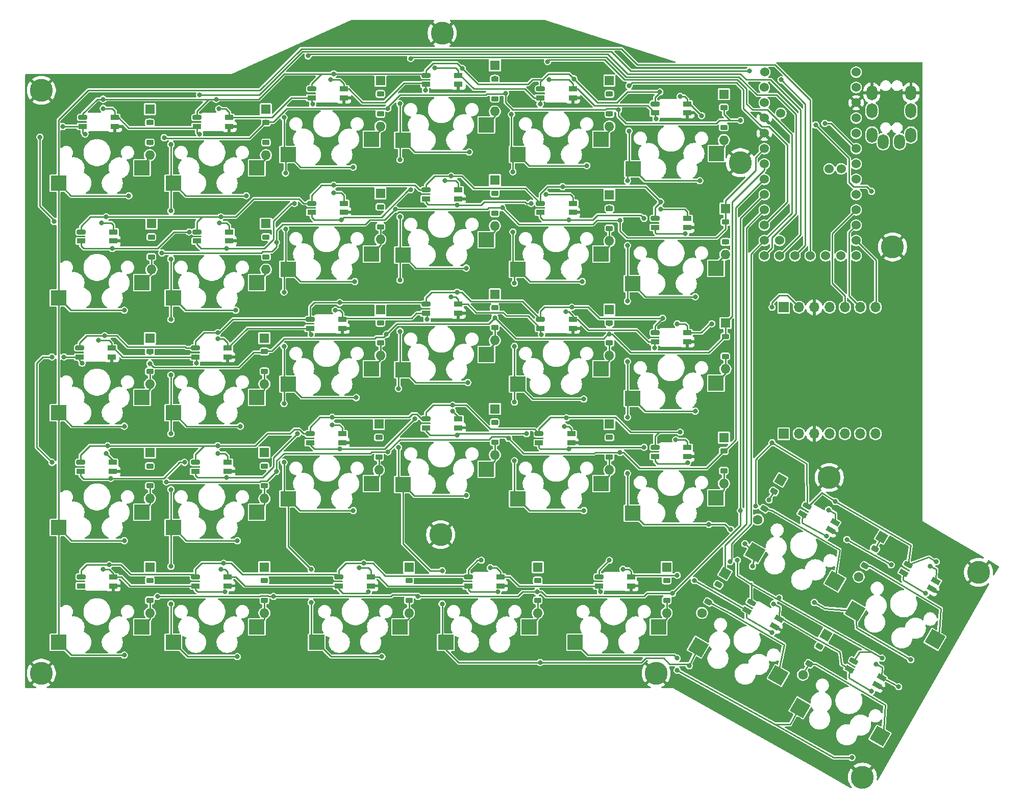
<source format=gbr>
%TF.GenerationSoftware,KiCad,Pcbnew,9.0.0*%
%TF.CreationDate,2025-08-26T18:36:53+02:00*%
%TF.ProjectId,keyboard,6b657962-6f61-4726-942e-6b696361645f,rev?*%
%TF.SameCoordinates,Original*%
%TF.FileFunction,Copper,L2,Bot*%
%TF.FilePolarity,Positive*%
%FSLAX46Y46*%
G04 Gerber Fmt 4.6, Leading zero omitted, Abs format (unit mm)*
G04 Created by KiCad (PCBNEW 9.0.0) date 2025-08-26 18:36:53*
%MOMM*%
%LPD*%
G01*
G04 APERTURE LIST*
G04 Aperture macros list*
%AMRoundRect*
0 Rectangle with rounded corners*
0 $1 Rounding radius*
0 $2 $3 $4 $5 $6 $7 $8 $9 X,Y pos of 4 corners*
0 Add a 4 corners polygon primitive as box body*
4,1,4,$2,$3,$4,$5,$6,$7,$8,$9,$2,$3,0*
0 Add four circle primitives for the rounded corners*
1,1,$1+$1,$2,$3*
1,1,$1+$1,$4,$5*
1,1,$1+$1,$6,$7*
1,1,$1+$1,$8,$9*
0 Add four rect primitives between the rounded corners*
20,1,$1+$1,$2,$3,$4,$5,0*
20,1,$1+$1,$4,$5,$6,$7,0*
20,1,$1+$1,$6,$7,$8,$9,0*
20,1,$1+$1,$8,$9,$2,$3,0*%
%AMHorizOval*
0 Thick line with rounded ends*
0 $1 width*
0 $2 $3 position (X,Y) of the first rounded end (center of the circle)*
0 $4 $5 position (X,Y) of the second rounded end (center of the circle)*
0 Add line between two ends*
20,1,$1,$2,$3,$4,$5,0*
0 Add two circle primitives to create the rounded ends*
1,1,$1,$2,$3*
1,1,$1,$4,$5*%
%AMRotRect*
0 Rectangle, with rotation*
0 The origin of the aperture is its center*
0 $1 length*
0 $2 width*
0 $3 Rotation angle, in degrees counterclockwise*
0 Add horizontal line*
21,1,$1,$2,0,0,$3*%
G04 Aperture macros list end*
%TA.AperFunction,ComponentPad*%
%ADD10C,3.800000*%
%TD*%
%TA.AperFunction,SMDPad,CuDef*%
%ADD11R,2.550000X2.500000*%
%TD*%
%TA.AperFunction,ComponentPad*%
%ADD12O,1.800000X2.500000*%
%TD*%
%TA.AperFunction,ComponentPad*%
%ADD13R,1.700000X1.700000*%
%TD*%
%TA.AperFunction,ComponentPad*%
%ADD14O,1.700000X1.700000*%
%TD*%
%TA.AperFunction,ComponentPad*%
%ADD15C,1.524000*%
%TD*%
%TA.AperFunction,ComponentPad*%
%ADD16R,1.600000X1.600000*%
%TD*%
%TA.AperFunction,SMDPad,CuDef*%
%ADD17RoundRect,0.225000X-0.375000X0.225000X-0.375000X-0.225000X0.375000X-0.225000X0.375000X0.225000X0*%
%TD*%
%TA.AperFunction,ComponentPad*%
%ADD18O,1.600000X1.600000*%
%TD*%
%TA.AperFunction,SMDPad,CuDef*%
%ADD19RotRect,2.550000X2.500000X150.000000*%
%TD*%
%TA.AperFunction,ComponentPad*%
%ADD20RotRect,1.600000X1.600000X240.000000*%
%TD*%
%TA.AperFunction,SMDPad,CuDef*%
%ADD21RoundRect,0.225000X-0.212260X0.382356X-0.437260X-0.007356X0.212260X-0.382356X0.437260X0.007356X0*%
%TD*%
%TA.AperFunction,ComponentPad*%
%ADD22HorizOval,1.600000X0.000000X0.000000X0.000000X0.000000X0*%
%TD*%
%TA.AperFunction,SMDPad,CuDef*%
%ADD23RotRect,1.450000X0.820000X150.000000*%
%TD*%
%TA.AperFunction,SMDPad,CuDef*%
%ADD24RoundRect,0.205000X0.552833X-0.082465X-0.347833X0.437535X-0.552833X0.082465X0.347833X-0.437535X0*%
%TD*%
%TA.AperFunction,SMDPad,CuDef*%
%ADD25R,1.450000X0.820000*%
%TD*%
%TA.AperFunction,SMDPad,CuDef*%
%ADD26RoundRect,0.205000X0.520000X0.205000X-0.520000X0.205000X-0.520000X-0.205000X0.520000X-0.205000X0*%
%TD*%
%TA.AperFunction,ViaPad*%
%ADD27C,0.800000*%
%TD*%
%TA.AperFunction,Conductor*%
%ADD28C,0.250000*%
%TD*%
G04 APERTURE END LIST*
D10*
%TO.P,H6,1,1*%
%TO.N,GND*%
X182500000Y-148750000D03*
%TD*%
%TO.P,H4,1,1*%
%TO.N,GND*%
X182500000Y-245500000D03*
%TD*%
D11*
%TO.P,K_3,1,COL*%
%TO.N,col5*%
X280685000Y-161780000D03*
%TO.P,K_3,2,ROW*%
%TO.N,Net-(D_3-A)*%
X294535000Y-159240000D03*
%TD*%
D10*
%TO.P,H8,1,1*%
%TO.N,GND*%
X298500000Y-160750000D03*
%TD*%
%TO.P,H10,1,1*%
%TO.N,GND*%
X313250000Y-213000000D03*
%TD*%
D12*
%TO.P,J1,R1*%
%TO.N,RX*%
X320300000Y-156162500D03*
X326800000Y-156162500D03*
%TO.P,J1,R2*%
%TO.N,LED_POWER*%
X320300000Y-152162500D03*
X326800000Y-152162500D03*
%TO.P,J1,S*%
%TO.N,GND*%
X320300000Y-149162500D03*
X326800000Y-149162500D03*
%TO.P,J1,T*%
%TO.N,TX*%
X322200000Y-157262500D03*
X324900000Y-157262500D03*
%TD*%
D13*
%TO.P,J3,1,Pin_1*%
%TO.N,3V3*%
X305670000Y-205750000D03*
D14*
%TO.P,J3,2,Pin_2*%
%TO.N,LED_POWER*%
X308210000Y-205750000D03*
%TO.P,J3,3,Pin_3*%
%TO.N,GND*%
X310750000Y-205750000D03*
%TO.P,J3,4,Pin_4*%
%TO.N,IO1*%
X313290000Y-205750000D03*
%TO.P,J3,5,Pin_5*%
%TO.N,IO2*%
X315830000Y-205750000D03*
%TO.P,J3,6,Pin_6*%
%TO.N,IO3*%
X318370000Y-205750000D03*
%TO.P,J3,7,Pin_7*%
%TO.N,IO4*%
X320910000Y-205750000D03*
%TD*%
D10*
%TO.P,H5,1,1*%
%TO.N,GND*%
X338000000Y-228750000D03*
%TD*%
%TO.P,H3,1,1*%
%TO.N,GND*%
X248750000Y-222500000D03*
%TD*%
D15*
%TO.P,U1,0,GP0*%
%TO.N,unconnected-(U1-GP0-Pad0)*%
X302460000Y-148275000D03*
%TO.P,U1,1,GP1*%
%TO.N,row0*%
X302460000Y-150815000D03*
%TO.P,U1,2,GP2*%
%TO.N,row1*%
X302460000Y-158435000D03*
%TO.P,U1,3,GP3*%
%TO.N,row2*%
X302460000Y-160975000D03*
%TO.P,U1,3V3,3V3*%
%TO.N,3V3*%
X317700000Y-155895000D03*
%TO.P,U1,4,GP4*%
%TO.N,row3*%
X302460000Y-163515000D03*
%TO.P,U1,5,GP5*%
%TO.N,row4*%
X302460000Y-166055000D03*
%TO.P,U1,5V,5V*%
%TO.N,LED_POWER*%
X317700000Y-148275000D03*
%TO.P,U1,6,GP6*%
%TO.N,row5*%
X302460000Y-168595000D03*
%TO.P,U1,7,GP7*%
%TO.N,col5*%
X302460000Y-171135000D03*
%TO.P,U1,8,GP8*%
%TO.N,col4*%
X302460000Y-173675000D03*
%TO.P,U1,9,GP9*%
%TO.N,col3*%
X302460000Y-176215000D03*
%TO.P,U1,10,GP10*%
%TO.N,unconnected-(U1-GP10-Pad10)*%
X302510000Y-145735000D03*
%TO.P,U1,11,GP11*%
%TO.N,unconnected-(U1-GP11-Pad11)*%
X317700000Y-145735000D03*
%TO.P,U1,12,GP12*%
%TO.N,col2*%
X305000000Y-176215000D03*
%TO.P,U1,13,GP13*%
%TO.N,col1*%
X307540000Y-176215000D03*
%TO.P,U1,14,GP14*%
%TO.N,col0*%
X310080000Y-176215000D03*
%TO.P,U1,15,GP15*%
%TO.N,unconnected-(U1-GP15-Pad15)*%
X312620000Y-176215000D03*
%TO.P,U1,16,GP16*%
%TO.N,unconnected-(U1-GP16-Pad16)*%
X315160000Y-176215000D03*
%TO.P,U1,18,GP18*%
%TO.N,unconnected-(U1-GP18-Pad18)*%
X313220000Y-161775000D03*
%TO.P,U1,20,GP20*%
%TO.N,IO3*%
X317700000Y-171135000D03*
%TO.P,U1,21,GP21*%
%TO.N,SIDE*%
X317700000Y-176215000D03*
%TO.P,U1,22,GP22*%
%TO.N,IO2*%
X317700000Y-168595000D03*
%TO.P,U1,23,GP23*%
%TO.N,IO4*%
X317700000Y-173675000D03*
%TO.P,U1,24,GP24*%
%TO.N,unconnected-(U1-GP24-Pad24)*%
X315210000Y-161775000D03*
%TO.P,U1,25,GP25*%
%TO.N,unconnected-(U1-GP25-Pad25)*%
X305000000Y-173675000D03*
%TO.P,U1,26,GP26*%
%TO.N,IO1*%
X317700000Y-166055000D03*
%TO.P,U1,27,GP26*%
%TO.N,TX*%
X317700000Y-163515000D03*
%TO.P,U1,28,GP28*%
%TO.N,RX*%
X317700000Y-160975000D03*
%TO.P,U1,29,GP29*%
%TO.N,LED*%
X317700000Y-158435000D03*
%TO.P,U1,BOOT,BOOT*%
%TO.N,Net-(JP1-A)*%
X305210000Y-152545000D03*
%TO.P,U1,GND,GND*%
%TO.N,GND*%
X302460000Y-153355000D03*
X302460000Y-155895000D03*
X317700000Y-150815000D03*
%TO.P,U1,RST,RST*%
%TO.N,unconnected-(U1-PadRST)*%
X317700000Y-153355000D03*
%TD*%
D10*
%TO.P,H2,1,1*%
%TO.N,GND*%
X323750000Y-174750000D03*
%TD*%
%TO.P,H1,1,1*%
%TO.N,GND*%
X249000000Y-139250000D03*
%TD*%
%TO.P,H11,1,1*%
%TO.N,GND*%
X284500000Y-245500000D03*
%TD*%
D13*
%TO.P,J2,1,Pin_1*%
%TO.N,3V3*%
X305670000Y-184750000D03*
D14*
%TO.P,J2,2,Pin_2*%
%TO.N,LED_POWER*%
X308210000Y-184750000D03*
%TO.P,J2,3,Pin_3*%
%TO.N,GND*%
X310750000Y-184750000D03*
%TO.P,J2,4,Pin_4*%
%TO.N,IO1*%
X313290000Y-184750000D03*
%TO.P,J2,5,Pin_5*%
%TO.N,IO2*%
X315830000Y-184750000D03*
%TO.P,J2,6,Pin_6*%
%TO.N,IO3*%
X318370000Y-184750000D03*
%TO.P,J2,7,Pin_7*%
%TO.N,IO4*%
X320910000Y-184750000D03*
%TD*%
D10*
%TO.P,H7,1,1*%
%TO.N,GND*%
X318750000Y-262750000D03*
%TD*%
D11*
%TO.P,K_0,1,COL*%
%TO.N,col3*%
X242475000Y-157017500D03*
%TO.P,K_0,2,ROW*%
%TO.N,Net-(D_0-A)*%
X256325000Y-154477500D03*
%TD*%
D16*
%TO.P,D_0,1,K*%
%TO.N,row0*%
X257750000Y-144630000D03*
D17*
X257750000Y-146850000D03*
%TO.P,D_0,2,A*%
%TO.N,Net-(D_0-A)*%
X257750000Y-150150000D03*
D18*
X257750000Y-152250000D03*
%TD*%
D11*
%TO.P,K_1,1,COL*%
%TO.N,col2*%
X223425000Y-159398750D03*
%TO.P,K_1,2,ROW*%
%TO.N,Net-(D_1-A)*%
X237275000Y-156858750D03*
%TD*%
D16*
%TO.P,D_1,1,K*%
%TO.N,row0*%
X238750000Y-147130000D03*
D17*
X238750000Y-149350000D03*
%TO.P,D_1,2,A*%
%TO.N,Net-(D_1-A)*%
X238750000Y-152650000D03*
D18*
X238750000Y-154750000D03*
%TD*%
D11*
%TO.P,K_2,1,COL*%
%TO.N,col4*%
X261525000Y-159398750D03*
%TO.P,K_2,2,ROW*%
%TO.N,Net-(D_2-A)*%
X275375000Y-156858750D03*
%TD*%
D16*
%TO.P,D_2,1,K*%
%TO.N,row0*%
X276750000Y-147130000D03*
D17*
X276750000Y-149350000D03*
%TO.P,D_2,2,A*%
%TO.N,Net-(D_2-A)*%
X276750000Y-152650000D03*
D18*
X276750000Y-154750000D03*
%TD*%
D16*
%TO.P,D_3,1,K*%
%TO.N,row0*%
X295750000Y-149380000D03*
D17*
X295750000Y-151600000D03*
%TO.P,D_3,2,A*%
%TO.N,Net-(D_3-A)*%
X295750000Y-154900000D03*
D18*
X295750000Y-157000000D03*
%TD*%
D11*
%TO.P,K_4,1,COL*%
%TO.N,col0*%
X185325000Y-164161250D03*
%TO.P,K_4,2,ROW*%
%TO.N,Net-(D_4-A)*%
X199175000Y-161621250D03*
%TD*%
D16*
%TO.P,D_4,1,K*%
%TO.N,row0*%
X200500000Y-151880000D03*
D17*
X200500000Y-154100000D03*
%TO.P,D_4,2,A*%
%TO.N,Net-(D_4-A)*%
X200500000Y-157400000D03*
D18*
X200500000Y-159500000D03*
%TD*%
D11*
%TO.P,K_5,1,COL*%
%TO.N,col1*%
X204375000Y-164161250D03*
%TO.P,K_5,2,ROW*%
%TO.N,Net-(D_5-A)*%
X218225000Y-161621250D03*
%TD*%
D16*
%TO.P,D_5,1,K*%
%TO.N,row0*%
X219750000Y-151880000D03*
D17*
X219750000Y-154100000D03*
%TO.P,D_5,2,A*%
%TO.N,Net-(D_5-A)*%
X219750000Y-157400000D03*
D18*
X219750000Y-159500000D03*
%TD*%
D11*
%TO.P,K_6,1,COL*%
%TO.N,col3*%
X242475000Y-176067500D03*
%TO.P,K_6,2,ROW*%
%TO.N,Net-(D_6-A)*%
X256325000Y-173527500D03*
%TD*%
D16*
%TO.P,D_6,1,K*%
%TO.N,row1*%
X257750000Y-163630000D03*
D17*
X257750000Y-165850000D03*
%TO.P,D_6,2,A*%
%TO.N,Net-(D_6-A)*%
X257750000Y-169150000D03*
D18*
X257750000Y-171250000D03*
%TD*%
D11*
%TO.P,K_7,1,COL*%
%TO.N,col2*%
X223425000Y-178448750D03*
%TO.P,K_7,2,ROW*%
%TO.N,Net-(D_7-A)*%
X237275000Y-175908750D03*
%TD*%
D16*
%TO.P,D_7,1,K*%
%TO.N,row1*%
X238750000Y-165880000D03*
D17*
X238750000Y-168100000D03*
%TO.P,D_7,2,A*%
%TO.N,Net-(D_7-A)*%
X238750000Y-171400000D03*
D18*
X238750000Y-173500000D03*
%TD*%
D11*
%TO.P,K_8,1,COL*%
%TO.N,col4*%
X261525000Y-178448750D03*
%TO.P,K_8,2,ROW*%
%TO.N,Net-(D_8-A)*%
X275375000Y-175908750D03*
%TD*%
D16*
%TO.P,D_8,1,K*%
%TO.N,row1*%
X276750000Y-166130000D03*
D17*
X276750000Y-168350000D03*
%TO.P,D_8,2,A*%
%TO.N,Net-(D_8-A)*%
X276750000Y-171650000D03*
D18*
X276750000Y-173750000D03*
%TD*%
D11*
%TO.P,K_9,1,COL*%
%TO.N,col5*%
X280575000Y-180830000D03*
%TO.P,K_9,2,ROW*%
%TO.N,Net-(D_9-A)*%
X294425000Y-178290000D03*
%TD*%
D16*
%TO.P,D_9,1,K*%
%TO.N,row1*%
X296000000Y-168380000D03*
D17*
X296000000Y-170600000D03*
%TO.P,D_9,2,A*%
%TO.N,Net-(D_9-A)*%
X296000000Y-173900000D03*
D18*
X296000000Y-176000000D03*
%TD*%
D11*
%TO.P,K_10,1,COL*%
%TO.N,col0*%
X185325000Y-183211250D03*
%TO.P,K_10,2,ROW*%
%TO.N,Net-(D_10-A)*%
X199175000Y-180671250D03*
%TD*%
D16*
%TO.P,D_10,1,K*%
%TO.N,row1*%
X200750000Y-170880000D03*
D17*
X200750000Y-173100000D03*
%TO.P,D_10,2,A*%
%TO.N,Net-(D_10-A)*%
X200750000Y-176400000D03*
D18*
X200750000Y-178500000D03*
%TD*%
D11*
%TO.P,K_11,1,COL*%
%TO.N,col1*%
X204375000Y-183211250D03*
%TO.P,K_11,2,ROW*%
%TO.N,Net-(D_11-A)*%
X218225000Y-180671250D03*
%TD*%
D16*
%TO.P,D_11,1,K*%
%TO.N,row1*%
X219750000Y-170880000D03*
D17*
X219750000Y-173100000D03*
%TO.P,D_11,2,A*%
%TO.N,Net-(D_11-A)*%
X219750000Y-176400000D03*
D18*
X219750000Y-178500000D03*
%TD*%
D11*
%TO.P,K_12,1,COL*%
%TO.N,col3*%
X242475000Y-195117500D03*
%TO.P,K_12,2,ROW*%
%TO.N,Net-(D_12-A)*%
X256325000Y-192577500D03*
%TD*%
D16*
%TO.P,D_12,1,K*%
%TO.N,row2*%
X257750000Y-182630000D03*
D17*
X257750000Y-184850000D03*
%TO.P,D_12,2,A*%
%TO.N,Net-(D_12-A)*%
X257750000Y-188150000D03*
D18*
X257750000Y-190250000D03*
%TD*%
D11*
%TO.P,K_13,1,COL*%
%TO.N,col2*%
X223425000Y-197498750D03*
%TO.P,K_13,2,ROW*%
%TO.N,Net-(D_13-A)*%
X237275000Y-194958750D03*
%TD*%
D16*
%TO.P,D_13,1,K*%
%TO.N,row2*%
X238750000Y-185130000D03*
D17*
X238750000Y-187350000D03*
%TO.P,D_13,2,A*%
%TO.N,Net-(D_13-A)*%
X238750000Y-190650000D03*
D18*
X238750000Y-192750000D03*
%TD*%
D11*
%TO.P,K_14,1,COL*%
%TO.N,col4*%
X261525000Y-197498750D03*
%TO.P,K_14,2,ROW*%
%TO.N,Net-(D_14-A)*%
X275375000Y-194958750D03*
%TD*%
D16*
%TO.P,D_14,1,K*%
%TO.N,row2*%
X276750000Y-185130000D03*
D17*
X276750000Y-187350000D03*
%TO.P,D_14,2,A*%
%TO.N,Net-(D_14-A)*%
X276750000Y-190650000D03*
D18*
X276750000Y-192750000D03*
%TD*%
D11*
%TO.P,K_15,1,COL*%
%TO.N,col5*%
X280575000Y-199880000D03*
%TO.P,K_15,2,ROW*%
%TO.N,Net-(D_15-A)*%
X294425000Y-197340000D03*
%TD*%
D16*
%TO.P,D_15,1,K*%
%TO.N,row2*%
X296000000Y-187380000D03*
D17*
X296000000Y-189600000D03*
%TO.P,D_15,2,A*%
%TO.N,Net-(D_15-A)*%
X296000000Y-192900000D03*
D18*
X296000000Y-195000000D03*
%TD*%
D11*
%TO.P,K_16,1,COL*%
%TO.N,col0*%
X185325000Y-202261250D03*
%TO.P,K_16,2,ROW*%
%TO.N,Net-(D_16-A)*%
X199175000Y-199721250D03*
%TD*%
D16*
%TO.P,D_16,1,K*%
%TO.N,row2*%
X200500000Y-189880000D03*
D17*
X200500000Y-192100000D03*
%TO.P,D_16,2,A*%
%TO.N,Net-(D_16-A)*%
X200500000Y-195400000D03*
D18*
X200500000Y-197500000D03*
%TD*%
D11*
%TO.P,K_17,1,COL*%
%TO.N,col1*%
X204375000Y-202261250D03*
%TO.P,K_17,2,ROW*%
%TO.N,Net-(D_17-A)*%
X218225000Y-199721250D03*
%TD*%
D16*
%TO.P,D_17,1,K*%
%TO.N,row2*%
X219500000Y-189880000D03*
D17*
X219500000Y-192100000D03*
%TO.P,D_17,2,A*%
%TO.N,Net-(D_17-A)*%
X219500000Y-195400000D03*
D18*
X219500000Y-197500000D03*
%TD*%
D11*
%TO.P,K_18,1,COL*%
%TO.N,col3*%
X242475000Y-214167500D03*
%TO.P,K_18,2,ROW*%
%TO.N,Net-(D_18-A)*%
X256325000Y-211627500D03*
%TD*%
D16*
%TO.P,D_18,1,K*%
%TO.N,row3*%
X257750000Y-201630000D03*
D17*
X257750000Y-203850000D03*
%TO.P,D_18,2,A*%
%TO.N,Net-(D_18-A)*%
X257750000Y-207150000D03*
D18*
X257750000Y-209250000D03*
%TD*%
D11*
%TO.P,K_19,1,COL*%
%TO.N,col2*%
X223425000Y-216548750D03*
%TO.P,K_19,2,ROW*%
%TO.N,Net-(D_19-A)*%
X237275000Y-214008750D03*
%TD*%
D16*
%TO.P,D_19,1,K*%
%TO.N,row3*%
X238500000Y-204130000D03*
D17*
X238500000Y-206350000D03*
%TO.P,D_19,2,A*%
%TO.N,Net-(D_19-A)*%
X238500000Y-209650000D03*
D18*
X238500000Y-211750000D03*
%TD*%
D11*
%TO.P,K_20,1,COL*%
%TO.N,col4*%
X261525000Y-216548750D03*
%TO.P,K_20,2,ROW*%
%TO.N,Net-(D_20-A)*%
X275375000Y-214008750D03*
%TD*%
D16*
%TO.P,D_20,1,K*%
%TO.N,row3*%
X276750000Y-204130000D03*
D17*
X276750000Y-206350000D03*
%TO.P,D_20,2,A*%
%TO.N,Net-(D_20-A)*%
X276750000Y-209650000D03*
D18*
X276750000Y-211750000D03*
%TD*%
D11*
%TO.P,K_21,1,COL*%
%TO.N,col5*%
X280575000Y-218930000D03*
%TO.P,K_21,2,ROW*%
%TO.N,Net-(D_21-A)*%
X294425000Y-216390000D03*
%TD*%
D16*
%TO.P,D_21,1,K*%
%TO.N,row3*%
X295750000Y-206380000D03*
D17*
X295750000Y-208600000D03*
%TO.P,D_21,2,A*%
%TO.N,Net-(D_21-A)*%
X295750000Y-211900000D03*
D18*
X295750000Y-214000000D03*
%TD*%
D11*
%TO.P,K_22,1,COL*%
%TO.N,col0*%
X185325000Y-221311250D03*
%TO.P,K_22,2,ROW*%
%TO.N,Net-(D_22-A)*%
X199175000Y-218771250D03*
%TD*%
D16*
%TO.P,D_22,1,K*%
%TO.N,row3*%
X200500000Y-208880000D03*
D17*
X200500000Y-211100000D03*
%TO.P,D_22,2,A*%
%TO.N,Net-(D_22-A)*%
X200500000Y-214400000D03*
D18*
X200500000Y-216500000D03*
%TD*%
D11*
%TO.P,K_23,1,COL*%
%TO.N,col1*%
X204375000Y-221311250D03*
%TO.P,K_23,2,ROW*%
%TO.N,Net-(D_23-A)*%
X218225000Y-218771250D03*
%TD*%
D16*
%TO.P,D_23,1,K*%
%TO.N,row3*%
X219500000Y-208880000D03*
D17*
X219500000Y-211100000D03*
%TO.P,D_23,2,A*%
%TO.N,Net-(D_23-A)*%
X219500000Y-214400000D03*
D18*
X219500000Y-216500000D03*
%TD*%
D11*
%TO.P,K_24,1,COL*%
%TO.N,col0*%
X185325000Y-240361250D03*
%TO.P,K_24,2,ROW*%
%TO.N,Net-(D_24-A)*%
X199175000Y-237821250D03*
%TD*%
D16*
%TO.P,D_24,1,K*%
%TO.N,row4*%
X200500000Y-227880000D03*
D17*
X200500000Y-230100000D03*
%TO.P,D_24,2,A*%
%TO.N,Net-(D_24-A)*%
X200500000Y-233400000D03*
D18*
X200500000Y-235500000D03*
%TD*%
D11*
%TO.P,K_25,1,COL*%
%TO.N,col1*%
X204375000Y-240361250D03*
%TO.P,K_25,2,ROW*%
%TO.N,Net-(D_25-A)*%
X218225000Y-237821250D03*
%TD*%
D16*
%TO.P,D_25,1,K*%
%TO.N,row4*%
X219500000Y-227880000D03*
D17*
X219500000Y-230100000D03*
%TO.P,D_25,2,A*%
%TO.N,Net-(D_25-A)*%
X219500000Y-233400000D03*
D18*
X219500000Y-235500000D03*
%TD*%
D11*
%TO.P,K_26,1,COL*%
%TO.N,col2*%
X228187500Y-240361250D03*
%TO.P,K_26,2,ROW*%
%TO.N,Net-(D_26-A)*%
X242037500Y-237821250D03*
%TD*%
D16*
%TO.P,D_26,1,K*%
%TO.N,row4*%
X243500000Y-227880000D03*
D17*
X243500000Y-230100000D03*
%TO.P,D_26,2,A*%
%TO.N,Net-(D_26-A)*%
X243500000Y-233400000D03*
D18*
X243500000Y-235500000D03*
%TD*%
D11*
%TO.P,K_27,1,COL*%
%TO.N,col3*%
X249600000Y-240361250D03*
%TO.P,K_27,2,ROW*%
%TO.N,Net-(D_27-A)*%
X263450000Y-237821250D03*
%TD*%
D16*
%TO.P,D_27,1,K*%
%TO.N,row4*%
X264862500Y-227880000D03*
D17*
X264862500Y-230100000D03*
%TO.P,D_27,2,A*%
%TO.N,Net-(D_27-A)*%
X264862500Y-233400000D03*
D18*
X264862500Y-235500000D03*
%TD*%
D11*
%TO.P,K_28,1,COL*%
%TO.N,col4*%
X271050000Y-240361250D03*
%TO.P,K_28,2,ROW*%
%TO.N,Net-(D_28-A)*%
X284900000Y-237821250D03*
%TD*%
D16*
%TO.P,D_28,1,K*%
%TO.N,row4*%
X286250000Y-227880000D03*
D17*
X286250000Y-230100000D03*
%TO.P,D_28,2,A*%
%TO.N,Net-(D_28-A)*%
X286250000Y-233400000D03*
D18*
X286250000Y-235500000D03*
%TD*%
D19*
%TO.P,K_29,1,COL*%
%TO.N,col5*%
X300917437Y-225481808D03*
%TO.P,K_29,2,ROW*%
%TO.N,Net-(D_29-A)*%
X314181889Y-230207104D03*
%TD*%
D20*
%TO.P,D_29,1,K*%
%TO.N,row4*%
X305185000Y-213398482D03*
D21*
X304075000Y-215321058D03*
%TO.P,D_29,2,A*%
%TO.N,Net-(D_29-A)*%
X302425000Y-218178942D03*
D22*
X301375000Y-219997595D03*
%TD*%
D19*
%TO.P,K_30,1,COL*%
%TO.N,col5*%
X317518028Y-235159409D03*
%TO.P,K_30,2,ROW*%
%TO.N,Net-(D_30-A)*%
X330782480Y-239884705D03*
%TD*%
D20*
%TO.P,D_30,1,K*%
%TO.N,row5*%
X321935000Y-222898482D03*
D21*
X320825000Y-224821058D03*
%TO.P,D_30,2,A*%
%TO.N,Net-(D_30-A)*%
X319175000Y-227678942D03*
D22*
X318125000Y-229497595D03*
%TD*%
D19*
%TO.P,K_31,1,COL*%
%TO.N,col3*%
X291518028Y-241159409D03*
%TO.P,K_31,2,ROW*%
%TO.N,Net-(D_31-A)*%
X304782480Y-245884705D03*
%TD*%
D20*
%TO.P,D_31,1,K*%
%TO.N,row5*%
X295935000Y-228898482D03*
D21*
X294825000Y-230821058D03*
%TO.P,D_31,2,A*%
%TO.N,Net-(D_31-A)*%
X293175000Y-233678942D03*
D22*
X292125000Y-235497595D03*
%TD*%
D19*
%TO.P,K_32,1,COL*%
%TO.N,col4*%
X308403721Y-251239409D03*
%TO.P,K_32,2,ROW*%
%TO.N,Net-(D_32-A)*%
X321668173Y-255964705D03*
%TD*%
D20*
%TO.P,D_32,1,K*%
%TO.N,row5*%
X312685000Y-239148482D03*
D21*
X311575000Y-241071058D03*
%TO.P,D_32,2,A*%
%TO.N,Net-(D_32-A)*%
X309925000Y-243928942D03*
D22*
X308875000Y-245747595D03*
%TD*%
D23*
%TO.P,D25,1,DOUT*%
%TO.N,Net-(D25-DOUT)*%
X308808382Y-219062019D03*
%TO.P,D25,2,VSS*%
%TO.N,GND*%
X313441618Y-221737019D03*
%TO.P,D25,3,DIN*%
%TO.N,Net-(D24-DOUT)*%
X314191618Y-220437981D03*
D24*
%TO.P,D25,4,VDD*%
%TO.N,LED_POWER*%
X309558382Y-217762981D03*
%TD*%
D25*
%TO.P,D2,1,DOUT*%
%TO.N,Net-(D2-DOUT)*%
X265325000Y-150000000D03*
%TO.P,D2,2,VSS*%
%TO.N,GND*%
X270675000Y-150000000D03*
%TO.P,D2,3,DIN*%
%TO.N,Net-(D1-DOUT)*%
X270675000Y-148500000D03*
D26*
%TO.P,D2,4,VDD*%
%TO.N,LED_POWER*%
X265325000Y-148500000D03*
%TD*%
D23*
%TO.P,D27,1,DOUT*%
%TO.N,Net-(D27-DOUT)*%
X316558382Y-244812019D03*
%TO.P,D27,2,VSS*%
%TO.N,GND*%
X321191618Y-247487019D03*
%TO.P,D27,3,DIN*%
%TO.N,Net-(D26-DOUT)*%
X321941618Y-246187981D03*
D24*
%TO.P,D27,4,VDD*%
%TO.N,LED_POWER*%
X317308382Y-243512981D03*
%TD*%
D25*
%TO.P,D33,1,DOUT*%
%TO.N,unconnected-(D33-DOUT-Pad1)_1*%
X189075000Y-231000000D03*
%TO.P,D33,2,VSS*%
%TO.N,GND*%
X194425000Y-231000000D03*
%TO.P,D33,3,DIN*%
%TO.N,Net-(D32-DOUT)*%
X194425000Y-229500000D03*
D26*
%TO.P,D33,4,VDD*%
%TO.N,LED_POWER*%
X189075000Y-229500000D03*
%TD*%
D23*
%TO.P,D28,1,DOUT*%
%TO.N,Net-(D28-DOUT)*%
X299558382Y-235062019D03*
%TO.P,D28,2,VSS*%
%TO.N,GND*%
X304191618Y-237737019D03*
%TO.P,D28,3,DIN*%
%TO.N,Net-(D27-DOUT)*%
X304941618Y-236437981D03*
D24*
%TO.P,D28,4,VDD*%
%TO.N,LED_POWER*%
X300308382Y-233762981D03*
%TD*%
D25*
%TO.P,D32,1,DOUT*%
%TO.N,Net-(D32-DOUT)*%
X208075000Y-231000000D03*
%TO.P,D32,2,VSS*%
%TO.N,GND*%
X213425000Y-231000000D03*
%TO.P,D32,3,DIN*%
%TO.N,Net-(D31-DOUT)*%
X213425000Y-229500000D03*
D26*
%TO.P,D32,4,VDD*%
%TO.N,LED_POWER*%
X208075000Y-229500000D03*
%TD*%
D25*
%TO.P,D31,1,DOUT*%
%TO.N,Net-(D31-DOUT)*%
X231825000Y-231000000D03*
%TO.P,D31,2,VSS*%
%TO.N,GND*%
X237175000Y-231000000D03*
%TO.P,D31,3,DIN*%
%TO.N,Net-(D30-DOUT)*%
X237175000Y-229500000D03*
D26*
%TO.P,D31,4,VDD*%
%TO.N,LED_POWER*%
X231825000Y-229500000D03*
%TD*%
D25*
%TO.P,D3,1,DOUT*%
%TO.N,Net-(D3-DOUT)*%
X246325000Y-147750000D03*
%TO.P,D3,2,VSS*%
%TO.N,GND*%
X251675000Y-147750000D03*
%TO.P,D3,3,DIN*%
%TO.N,Net-(D2-DOUT)*%
X251675000Y-146250000D03*
D26*
%TO.P,D3,4,VDD*%
%TO.N,LED_POWER*%
X246325000Y-146250000D03*
%TD*%
D25*
%TO.P,D12,1,DOUT*%
%TO.N,Net-(D12-DOUT)*%
X284325000Y-171500000D03*
%TO.P,D12,2,VSS*%
%TO.N,GND*%
X289675000Y-171500000D03*
%TO.P,D12,3,DIN*%
%TO.N,Net-(D11-DOUT)*%
X289675000Y-170000000D03*
D26*
%TO.P,D12,4,VDD*%
%TO.N,LED_POWER*%
X284325000Y-170000000D03*
%TD*%
D25*
%TO.P,D15,1,DOUT*%
%TO.N,Net-(D15-DOUT)*%
X246325000Y-185750000D03*
%TO.P,D15,2,VSS*%
%TO.N,GND*%
X251675000Y-185750000D03*
%TO.P,D15,3,DIN*%
%TO.N,Net-(D14-DOUT)*%
X251675000Y-184250000D03*
D26*
%TO.P,D15,4,VDD*%
%TO.N,LED_POWER*%
X246325000Y-184250000D03*
%TD*%
D25*
%TO.P,D1,1,DOUT*%
%TO.N,Net-(D1-DOUT)*%
X284325000Y-152500000D03*
%TO.P,D1,2,VSS*%
%TO.N,GND*%
X289675000Y-152500000D03*
%TO.P,D1,3,DIN*%
%TO.N,LED*%
X289675000Y-151000000D03*
D26*
%TO.P,D1,4,VDD*%
%TO.N,LED_POWER*%
X284325000Y-151000000D03*
%TD*%
D25*
%TO.P,D16,1,DOUT*%
%TO.N,Net-(D16-DOUT)*%
X227075000Y-188250000D03*
%TO.P,D16,2,VSS*%
%TO.N,GND*%
X232425000Y-188250000D03*
%TO.P,D16,3,DIN*%
%TO.N,Net-(D15-DOUT)*%
X232425000Y-186750000D03*
D26*
%TO.P,D16,4,VDD*%
%TO.N,LED_POWER*%
X227075000Y-186750000D03*
%TD*%
D25*
%TO.P,D18,1,DOUT*%
%TO.N,Net-(D18-DOUT)*%
X188825000Y-193000000D03*
%TO.P,D18,2,VSS*%
%TO.N,GND*%
X194175000Y-193000000D03*
%TO.P,D18,3,DIN*%
%TO.N,Net-(D17-DOUT)*%
X194175000Y-191500000D03*
D26*
%TO.P,D18,4,VDD*%
%TO.N,LED_POWER*%
X188825000Y-191500000D03*
%TD*%
D25*
%TO.P,D29,1,DOUT*%
%TO.N,Net-(D29-DOUT)*%
X275000000Y-231000000D03*
%TO.P,D29,2,VSS*%
%TO.N,GND*%
X280350000Y-231000000D03*
%TO.P,D29,3,DIN*%
%TO.N,Net-(D28-DOUT)*%
X280350000Y-229500000D03*
D26*
%TO.P,D29,4,VDD*%
%TO.N,LED_POWER*%
X275000000Y-229500000D03*
%TD*%
D25*
%TO.P,D13,1,DOUT*%
%TO.N,Net-(D13-DOUT)*%
X284325000Y-190500000D03*
%TO.P,D13,2,VSS*%
%TO.N,GND*%
X289675000Y-190500000D03*
%TO.P,D13,3,DIN*%
%TO.N,Net-(D12-DOUT)*%
X289675000Y-189000000D03*
D26*
%TO.P,D13,4,VDD*%
%TO.N,LED_POWER*%
X284325000Y-189000000D03*
%TD*%
D25*
%TO.P,D6,1,DOUT*%
%TO.N,Net-(D6-DOUT)*%
X189325000Y-154750000D03*
%TO.P,D6,2,VSS*%
%TO.N,GND*%
X194675000Y-154750000D03*
%TO.P,D6,3,DIN*%
%TO.N,Net-(D5-DOUT)*%
X194675000Y-153250000D03*
D26*
%TO.P,D6,4,VDD*%
%TO.N,LED_POWER*%
X189325000Y-153250000D03*
%TD*%
D25*
%TO.P,D21,1,DOUT*%
%TO.N,Net-(D21-DOUT)*%
X227075000Y-207250000D03*
%TO.P,D21,2,VSS*%
%TO.N,GND*%
X232425000Y-207250000D03*
%TO.P,D21,3,DIN*%
%TO.N,Net-(D20-DOUT)*%
X232425000Y-205750000D03*
D26*
%TO.P,D21,4,VDD*%
%TO.N,LED_POWER*%
X227075000Y-205750000D03*
%TD*%
D25*
%TO.P,D4,1,DOUT*%
%TO.N,Net-(D4-DOUT)*%
X227325000Y-150000000D03*
%TO.P,D4,2,VSS*%
%TO.N,GND*%
X232675000Y-150000000D03*
%TO.P,D4,3,DIN*%
%TO.N,Net-(D3-DOUT)*%
X232675000Y-148500000D03*
D26*
%TO.P,D4,4,VDD*%
%TO.N,LED_POWER*%
X227325000Y-148500000D03*
%TD*%
D23*
%TO.P,D26,1,DOUT*%
%TO.N,Net-(D26-DOUT)*%
X325558382Y-228812019D03*
%TO.P,D26,2,VSS*%
%TO.N,GND*%
X330191618Y-231487019D03*
%TO.P,D26,3,DIN*%
%TO.N,Net-(D25-DOUT)*%
X330941618Y-230187981D03*
D24*
%TO.P,D26,4,VDD*%
%TO.N,LED_POWER*%
X326308382Y-227512981D03*
%TD*%
D25*
%TO.P,D20,1,DOUT*%
%TO.N,Net-(D20-DOUT)*%
X208075000Y-212000000D03*
%TO.P,D20,2,VSS*%
%TO.N,GND*%
X213425000Y-212000000D03*
%TO.P,D20,3,DIN*%
%TO.N,Net-(D19-DOUT)*%
X213425000Y-210500000D03*
D26*
%TO.P,D20,4,VDD*%
%TO.N,LED_POWER*%
X208075000Y-210500000D03*
%TD*%
D25*
%TO.P,D17,1,DOUT*%
%TO.N,Net-(D17-DOUT)*%
X208075000Y-193000000D03*
%TO.P,D17,2,VSS*%
%TO.N,GND*%
X213425000Y-193000000D03*
%TO.P,D17,3,DIN*%
%TO.N,Net-(D16-DOUT)*%
X213425000Y-191500000D03*
D26*
%TO.P,D17,4,VDD*%
%TO.N,LED_POWER*%
X208075000Y-191500000D03*
%TD*%
D25*
%TO.P,D5,1,DOUT*%
%TO.N,Net-(D5-DOUT)*%
X208325000Y-154750000D03*
%TO.P,D5,2,VSS*%
%TO.N,GND*%
X213675000Y-154750000D03*
%TO.P,D5,3,DIN*%
%TO.N,Net-(D4-DOUT)*%
X213675000Y-153250000D03*
D26*
%TO.P,D5,4,VDD*%
%TO.N,LED_POWER*%
X208325000Y-153250000D03*
%TD*%
D25*
%TO.P,D11,1,DOUT*%
%TO.N,Net-(D11-DOUT)*%
X265325000Y-169000000D03*
%TO.P,D11,2,VSS*%
%TO.N,GND*%
X270675000Y-169000000D03*
%TO.P,D11,3,DIN*%
%TO.N,Net-(D10-DOUT)*%
X270675000Y-167500000D03*
D26*
%TO.P,D11,4,VDD*%
%TO.N,LED_POWER*%
X265325000Y-167500000D03*
%TD*%
D25*
%TO.P,D30,1,DOUT*%
%TO.N,Net-(D30-DOUT)*%
X253325000Y-231000000D03*
%TO.P,D30,2,VSS*%
%TO.N,GND*%
X258675000Y-231000000D03*
%TO.P,D30,3,DIN*%
%TO.N,Net-(D29-DOUT)*%
X258675000Y-229500000D03*
D26*
%TO.P,D30,4,VDD*%
%TO.N,LED_POWER*%
X253325000Y-229500000D03*
%TD*%
D25*
%TO.P,D8,1,DOUT*%
%TO.N,Net-(D8-DOUT)*%
X208325000Y-173750000D03*
%TO.P,D8,2,VSS*%
%TO.N,GND*%
X213675000Y-173750000D03*
%TO.P,D8,3,DIN*%
%TO.N,Net-(D7-DOUT)*%
X213675000Y-172250000D03*
D26*
%TO.P,D8,4,VDD*%
%TO.N,LED_POWER*%
X208325000Y-172250000D03*
%TD*%
D25*
%TO.P,D7,1,DOUT*%
%TO.N,Net-(D7-DOUT)*%
X189075000Y-173750000D03*
%TO.P,D7,2,VSS*%
%TO.N,GND*%
X194425000Y-173750000D03*
%TO.P,D7,3,DIN*%
%TO.N,Net-(D6-DOUT)*%
X194425000Y-172250000D03*
D26*
%TO.P,D7,4,VDD*%
%TO.N,LED_POWER*%
X189075000Y-172250000D03*
%TD*%
D25*
%TO.P,D10,1,DOUT*%
%TO.N,Net-(D10-DOUT)*%
X246325000Y-166750000D03*
%TO.P,D10,2,VSS*%
%TO.N,GND*%
X251675000Y-166750000D03*
%TO.P,D10,3,DIN*%
%TO.N,Net-(D10-DIN)*%
X251675000Y-165250000D03*
D26*
%TO.P,D10,4,VDD*%
%TO.N,LED_POWER*%
X246325000Y-165250000D03*
%TD*%
D25*
%TO.P,D22,1,DOUT*%
%TO.N,Net-(D22-DOUT)*%
X246325000Y-204750000D03*
%TO.P,D22,2,VSS*%
%TO.N,GND*%
X251675000Y-204750000D03*
%TO.P,D22,3,DIN*%
%TO.N,Net-(D21-DOUT)*%
X251675000Y-203250000D03*
D26*
%TO.P,D22,4,VDD*%
%TO.N,LED_POWER*%
X246325000Y-203250000D03*
%TD*%
D25*
%TO.P,D14,1,DOUT*%
%TO.N,Net-(D14-DOUT)*%
X265325000Y-188250000D03*
%TO.P,D14,2,VSS*%
%TO.N,GND*%
X270675000Y-188250000D03*
%TO.P,D14,3,DIN*%
%TO.N,Net-(D13-DOUT)*%
X270675000Y-186750000D03*
D26*
%TO.P,D14,4,VDD*%
%TO.N,LED_POWER*%
X265325000Y-186750000D03*
%TD*%
D25*
%TO.P,D9,1,DOUT*%
%TO.N,Net-(D10-DIN)*%
X227325000Y-169000000D03*
%TO.P,D9,2,VSS*%
%TO.N,GND*%
X232675000Y-169000000D03*
%TO.P,D9,3,DIN*%
%TO.N,Net-(D8-DOUT)*%
X232675000Y-167500000D03*
D26*
%TO.P,D9,4,VDD*%
%TO.N,LED_POWER*%
X227325000Y-167500000D03*
%TD*%
D25*
%TO.P,D24,1,DOUT*%
%TO.N,Net-(D24-DOUT)*%
X284325000Y-209500000D03*
%TO.P,D24,2,VSS*%
%TO.N,GND*%
X289675000Y-209500000D03*
%TO.P,D24,3,DIN*%
%TO.N,Net-(D23-DOUT)*%
X289675000Y-208000000D03*
D26*
%TO.P,D24,4,VDD*%
%TO.N,LED_POWER*%
X284325000Y-208000000D03*
%TD*%
D25*
%TO.P,D19,1,DOUT*%
%TO.N,Net-(D19-DOUT)*%
X189000000Y-212000000D03*
%TO.P,D19,2,VSS*%
%TO.N,GND*%
X194350000Y-212000000D03*
%TO.P,D19,3,DIN*%
%TO.N,Net-(D18-DOUT)*%
X194350000Y-210500000D03*
D26*
%TO.P,D19,4,VDD*%
%TO.N,LED_POWER*%
X189000000Y-210500000D03*
%TD*%
D25*
%TO.P,D23,1,DOUT*%
%TO.N,Net-(D23-DOUT)*%
X265075000Y-207250000D03*
%TO.P,D23,2,VSS*%
%TO.N,GND*%
X270425000Y-207250000D03*
%TO.P,D23,3,DIN*%
%TO.N,Net-(D22-DOUT)*%
X270425000Y-205750000D03*
D26*
%TO.P,D23,4,VDD*%
%TO.N,LED_POWER*%
X265075000Y-205750000D03*
%TD*%
D27*
%TO.N,GND*%
X181250000Y-233250000D03*
X181250000Y-209750000D03*
X181250000Y-221333333D03*
X181000000Y-161564007D03*
X181250000Y-173666667D03*
X181250000Y-189250000D03*
%TO.N,Net-(D_0-A)*%
X257750000Y-150150000D03*
%TO.N,Net-(D_1-A)*%
X238750000Y-152650000D03*
%TO.N,col0*%
X196250000Y-185250000D03*
X197000000Y-166250000D03*
X196250000Y-223500000D03*
X196250000Y-204500000D03*
X196250000Y-242500000D03*
%TO.N,col1*%
X215000000Y-223500000D03*
X204000000Y-196000000D03*
X204000000Y-186750000D03*
X204000000Y-168750000D03*
X204000000Y-234000000D03*
X208750000Y-149500000D03*
X215500000Y-204500000D03*
X305250000Y-147000000D03*
X204000000Y-227750000D03*
X300000000Y-145500000D03*
X204000000Y-176750000D03*
X216500000Y-166250000D03*
X214750000Y-185250000D03*
X204000000Y-215000000D03*
X204000000Y-157750000D03*
X215000000Y-242750000D03*
X204000000Y-205750000D03*
%TO.N,col2*%
X234500000Y-180500000D03*
X239000000Y-242750000D03*
X226750000Y-143024000D03*
X222762653Y-153262653D03*
X222750000Y-182250000D03*
X223000000Y-171750000D03*
X234750000Y-199750000D03*
X234250000Y-161500000D03*
X222750000Y-210500000D03*
X222750000Y-191250000D03*
X227250000Y-228250000D03*
X223000000Y-162500000D03*
X234250000Y-218500000D03*
X227250000Y-233750000D03*
X222750000Y-200750000D03*
%TO.N,col3*%
X241750000Y-208000000D03*
X249000000Y-228500000D03*
X253000000Y-178250000D03*
X242000000Y-188750000D03*
X241986048Y-150986048D03*
X243775000Y-143475000D03*
X265250000Y-243725000D03*
X290000000Y-244250000D03*
X242000000Y-180250000D03*
X249000000Y-234000000D03*
X242000000Y-169750000D03*
X242000000Y-160250000D03*
X241750000Y-198250000D03*
X253500000Y-159000000D03*
X253000000Y-216000000D03*
X253250000Y-197250000D03*
%TO.N,col4*%
X288000000Y-243000000D03*
X260750000Y-172250000D03*
X260500000Y-152750000D03*
X317000000Y-259500000D03*
X261000000Y-191250000D03*
X261000000Y-210250000D03*
X261000000Y-180750000D03*
X266500000Y-143975000D03*
X272250000Y-180500000D03*
X288000000Y-245000000D03*
X273000000Y-161250000D03*
X272500000Y-218500000D03*
X272500000Y-200000000D03*
X261000000Y-200500000D03*
X260750000Y-162250000D03*
X296750000Y-227000000D03*
%TO.N,col5*%
X279750000Y-193750000D03*
X326750000Y-243250000D03*
X279750000Y-163750000D03*
X296862347Y-221612347D03*
X279750000Y-203000000D03*
X291000000Y-202000000D03*
X279750000Y-212325000D03*
X279750000Y-183750000D03*
X291000000Y-183000000D03*
X280000000Y-155500000D03*
X300500000Y-227750000D03*
X279750000Y-174500000D03*
X310750000Y-233750000D03*
X291750000Y-163750000D03*
X293250000Y-220806000D03*
X299250000Y-224000000D03*
X280000000Y-148000000D03*
%TO.N,Net-(D_2-A)*%
X276750000Y-152750000D03*
%TO.N,row0*%
X202875000Y-156625000D03*
X200500000Y-154000000D03*
X295750000Y-151600000D03*
X257750000Y-146750000D03*
X276750000Y-149350000D03*
X219750000Y-154000000D03*
X298500000Y-153750000D03*
X278250000Y-152000000D03*
X240000000Y-151750000D03*
X259500000Y-149250000D03*
X238750000Y-149350000D03*
%TO.N,row1*%
X241250000Y-168500000D03*
X238750000Y-168100000D03*
X219750000Y-173100000D03*
X296000000Y-170500000D03*
X221500000Y-174000000D03*
X276750000Y-168250000D03*
X259000000Y-168250000D03*
X200750000Y-173100000D03*
X278500000Y-170350000D03*
X202500000Y-175750000D03*
X257750000Y-165850000D03*
%TO.N,row2*%
X200500000Y-194100000D03*
X200500000Y-192250000D03*
X257750000Y-184850000D03*
X219500000Y-192100000D03*
X296000000Y-189600000D03*
X239750000Y-189250000D03*
X276750000Y-189250000D03*
X276750000Y-187500000D03*
X238750000Y-187350000D03*
X257750000Y-186500000D03*
%TO.N,row3*%
X200500000Y-211100000D03*
X295750000Y-208600000D03*
X278500000Y-208874000D03*
X240000000Y-208750000D03*
X203250000Y-213750000D03*
X260000000Y-206500000D03*
X276750000Y-206350000D03*
X257750000Y-203850000D03*
X221500000Y-212000000D03*
X238500000Y-206350000D03*
X219500000Y-211100000D03*
%TO.N,row4*%
X221000000Y-232750000D03*
X286250000Y-230100000D03*
X245000000Y-232750000D03*
X298500000Y-218500000D03*
X303250000Y-216750000D03*
X264862500Y-230100000D03*
X264750000Y-232000000D03*
X287250000Y-232250000D03*
X304075000Y-215321058D03*
X219500000Y-230100000D03*
X201750000Y-232750000D03*
X243500000Y-230100000D03*
X200500000Y-230100000D03*
%TO.N,row5*%
X311575000Y-241071058D03*
X294825000Y-230821058D03*
X320825000Y-224821058D03*
%TO.N,Net-(D_3-A)*%
X295750000Y-154900000D03*
%TO.N,Net-(D_4-A)*%
X200500000Y-157500000D03*
%TO.N,Net-(D_5-A)*%
X219750000Y-157400000D03*
%TO.N,Net-(D_6-A)*%
X257750000Y-169150000D03*
%TO.N,Net-(D_7-A)*%
X238750000Y-171400000D03*
%TO.N,Net-(D_8-A)*%
X276750000Y-171650000D03*
%TO.N,Net-(D_9-A)*%
X296000000Y-174000000D03*
%TO.N,Net-(D_10-A)*%
X200750000Y-176400000D03*
%TO.N,Net-(D_11-A)*%
X219750000Y-176400000D03*
%TO.N,Net-(D_12-A)*%
X257750000Y-188150000D03*
%TO.N,Net-(D_13-A)*%
X238750000Y-190650000D03*
%TO.N,Net-(D_14-A)*%
X276750000Y-190650000D03*
%TO.N,Net-(D_15-A)*%
X296000000Y-192900000D03*
%TO.N,Net-(D_16-A)*%
X200500000Y-195400000D03*
%TO.N,Net-(D_17-A)*%
X219500000Y-195400000D03*
%TO.N,Net-(D_18-A)*%
X257750000Y-207150000D03*
%TO.N,Net-(D_19-A)*%
X238500000Y-209650000D03*
%TO.N,Net-(D_20-A)*%
X276750000Y-209650000D03*
%TO.N,Net-(D_21-A)*%
X295750000Y-211900000D03*
%TO.N,Net-(D_22-A)*%
X200500000Y-214400000D03*
%TO.N,Net-(D_23-A)*%
X219500000Y-214400000D03*
%TO.N,Net-(D_24-A)*%
X200500000Y-233400000D03*
%TO.N,Net-(D_25-A)*%
X219500000Y-233400000D03*
%TO.N,Net-(D_26-A)*%
X243500000Y-233400000D03*
%TO.N,Net-(D_27-A)*%
X264862500Y-233400000D03*
%TO.N,Net-(D_28-A)*%
X286250000Y-233400000D03*
%TO.N,Net-(D_29-A)*%
X302425000Y-218178942D03*
%TO.N,Net-(D_30-A)*%
X319175000Y-227678942D03*
%TO.N,Net-(D_31-A)*%
X293175000Y-233678942D03*
%TO.N,Net-(D_32-A)*%
X309925000Y-243928942D03*
%TO.N,Net-(D1-DOUT)*%
X284500000Y-153510002D03*
X266750000Y-147000000D03*
%TO.N,Net-(D2-DOUT)*%
X265250000Y-151010002D03*
X247762653Y-145012653D03*
%TO.N,Net-(D3-DOUT)*%
X230500000Y-147000000D03*
X246250000Y-148760002D03*
%TO.N,Net-(D4-DOUT)*%
X211945298Y-151832053D03*
X227500000Y-151010002D03*
%TO.N,Net-(D5-DOUT)*%
X208750000Y-155986350D03*
X192750000Y-151750000D03*
%TO.N,Net-(D6-DOUT)*%
X186050000Y-154750000D03*
X189750000Y-155986350D03*
X192500000Y-170750000D03*
X184600000Y-170500000D03*
X182250000Y-156500000D03*
%TO.N,Net-(D7-DOUT)*%
X207000000Y-172250000D03*
X212000000Y-170750000D03*
X194250000Y-175000000D03*
%TO.N,Net-(D8-DOUT)*%
X224500000Y-167500000D03*
X213250000Y-175000000D03*
X231000000Y-165750000D03*
%TO.N,Net-(D10-DIN)*%
X232250000Y-170250000D03*
X243750000Y-165250000D03*
X249500000Y-163750000D03*
%TO.N,Net-(D10-DOUT)*%
X263750000Y-167500000D03*
X266262653Y-166012653D03*
X251500000Y-167760002D03*
%TO.N,Net-(D11-DOUT)*%
X282500000Y-170000000D03*
X285250000Y-168500000D03*
X270000000Y-170250000D03*
%TO.N,Net-(D12-DOUT)*%
X293750000Y-187500000D03*
X288000000Y-187500000D03*
X289375000Y-172510002D03*
%TO.N,Net-(D13-DOUT)*%
X269500000Y-185500000D03*
X284250000Y-191510002D03*
%TO.N,Net-(JP1-A)*%
X320250000Y-165500000D03*
X311000000Y-154500000D03*
%TO.N,Net-(D14-DOUT)*%
X250500000Y-183000000D03*
X265500000Y-189260002D03*
%TO.N,LED_POWER*%
X270500000Y-184750000D03*
X193000000Y-189500000D03*
X212250000Y-169750000D03*
X250500000Y-163000000D03*
X236000000Y-227250000D03*
X276750000Y-226750000D03*
X212750000Y-227250000D03*
X269000000Y-164750000D03*
X322000000Y-243000000D03*
X211750000Y-189000000D03*
X285250000Y-167250000D03*
X232000000Y-184000000D03*
X298000000Y-226750000D03*
X285574000Y-186574000D03*
X192750000Y-150225000D03*
X285125000Y-149025000D03*
X270867401Y-146842096D03*
X193250000Y-169750000D03*
X331000000Y-227000000D03*
X314246042Y-217000000D03*
X252356000Y-145144000D03*
X303750000Y-184750000D03*
X211500000Y-150225000D03*
X301000000Y-217750000D03*
X193500000Y-207750000D03*
X255500000Y-226750000D03*
X251500000Y-182250000D03*
X211750000Y-207750000D03*
X193750000Y-227500000D03*
X230996000Y-164500000D03*
X303750000Y-207250000D03*
X304941618Y-233000000D03*
X230750000Y-203000000D03*
X269625000Y-203125000D03*
X250750000Y-201000000D03*
X288500000Y-205500000D03*
X231000000Y-146000000D03*
%TO.N,GND*%
X193000000Y-147250000D03*
X222500000Y-232000000D03*
X320250000Y-172500000D03*
X305000000Y-167500000D03*
X196750000Y-207000000D03*
X245250000Y-237750000D03*
X284500000Y-235750000D03*
X289750000Y-226750000D03*
X317000000Y-194750000D03*
X322500000Y-202250000D03*
X236750000Y-207250000D03*
X236500000Y-185500000D03*
X240750000Y-147500000D03*
X262000000Y-229750000D03*
X235000000Y-138000000D03*
X319750000Y-194750000D03*
X224500000Y-148500000D03*
X239000000Y-231500000D03*
X277500000Y-238500000D03*
X281750000Y-150000000D03*
X202500000Y-177750000D03*
X284500000Y-231500000D03*
X215250000Y-212000000D03*
X267750000Y-229500000D03*
X316250000Y-227000000D03*
X313000000Y-150750000D03*
X282750000Y-143250000D03*
X234750000Y-201500000D03*
X198250000Y-193750000D03*
X273000000Y-201750000D03*
X277500000Y-241500000D03*
X311000000Y-179250000D03*
X246750000Y-230250000D03*
X284500000Y-230250000D03*
X310500000Y-238000000D03*
X223000000Y-237750000D03*
X262750000Y-207750000D03*
X301000000Y-148000000D03*
X243750000Y-148250000D03*
X237000000Y-165500000D03*
X220500000Y-246250000D03*
X229250000Y-230000000D03*
X309500000Y-194750000D03*
X233250000Y-144500000D03*
X263000000Y-188250000D03*
X281000000Y-172250000D03*
X306500000Y-239000000D03*
X221500000Y-189000000D03*
X183526115Y-195500000D03*
X216000000Y-192750000D03*
X291000000Y-204250000D03*
X202500000Y-192250000D03*
X206500000Y-246250000D03*
X253500000Y-204750000D03*
X228500000Y-144500000D03*
X234250000Y-204000000D03*
X234500000Y-169000000D03*
X319250000Y-222000000D03*
X237000000Y-169000000D03*
X196250000Y-171000000D03*
X229250000Y-232000000D03*
X266750000Y-237750000D03*
X293500000Y-190250000D03*
X271750000Y-229500000D03*
X326500000Y-145750000D03*
X271750000Y-232000000D03*
X260000000Y-185250000D03*
X273000000Y-187000000D03*
X205500000Y-232000000D03*
X323500000Y-228750000D03*
X302000000Y-212250000D03*
X196250000Y-173750000D03*
X202500000Y-149500000D03*
X296250000Y-202500000D03*
X262250000Y-150250000D03*
X217250000Y-194250000D03*
X302000000Y-202250000D03*
X317750000Y-181750000D03*
X217500000Y-147000000D03*
X309500000Y-146000000D03*
X291750000Y-166000000D03*
X251000000Y-231750000D03*
X292250000Y-232500000D03*
X322250000Y-187250000D03*
X244333333Y-138000000D03*
X271000000Y-210250000D03*
X211250000Y-168000000D03*
X292000000Y-190750000D03*
X282250000Y-230250000D03*
X234500000Y-151000000D03*
X289750000Y-222750000D03*
X272250000Y-189000000D03*
X183750000Y-167500000D03*
X186500000Y-194250000D03*
X305500000Y-181750000D03*
X319750000Y-178000000D03*
X273000000Y-221750000D03*
X216000000Y-191250000D03*
X253000000Y-234250000D03*
X215500000Y-171500000D03*
X192500000Y-246250000D03*
X249000000Y-180500000D03*
X238750000Y-144500000D03*
X219250000Y-187500000D03*
X281000000Y-166500000D03*
X306750000Y-210750000D03*
X251000000Y-230250000D03*
X198500000Y-232000000D03*
X253500000Y-186500000D03*
X224750000Y-207500000D03*
X217500000Y-171500000D03*
X276500000Y-246250000D03*
X314500000Y-194750000D03*
X304250000Y-151000000D03*
X236750000Y-204000000D03*
X253666667Y-138000000D03*
X245500000Y-188750000D03*
X226750000Y-210250000D03*
X199000000Y-171000000D03*
X322250000Y-194750000D03*
X224500000Y-169500000D03*
X297000000Y-234750000D03*
X265000000Y-221750000D03*
X312000000Y-194750000D03*
X206000000Y-212000000D03*
X249250000Y-161000000D03*
X284500000Y-234500000D03*
X307250000Y-227250000D03*
X215250000Y-209250000D03*
X243000000Y-167750000D03*
X304750000Y-160750000D03*
X230000000Y-182750000D03*
X267750000Y-232000000D03*
X199000000Y-173750000D03*
X325250000Y-253250000D03*
X323750000Y-182000000D03*
X280500000Y-234750000D03*
X255500000Y-186500000D03*
X253250000Y-148750000D03*
X263762653Y-148487347D03*
X243500000Y-185000000D03*
X281500000Y-190750000D03*
X201250000Y-183250000D03*
X323250000Y-237750000D03*
X202500000Y-153000000D03*
X327000000Y-250000000D03*
X275500000Y-145250000D03*
X302000000Y-189750000D03*
X268000000Y-182750000D03*
X257000000Y-221750000D03*
X217500000Y-212000000D03*
X215000000Y-231000000D03*
X293250000Y-170000000D03*
X316250000Y-154500000D03*
X244000000Y-205500000D03*
X234250000Y-207250000D03*
X325000000Y-162500000D03*
X205500000Y-230000000D03*
X272750000Y-145250000D03*
X323000000Y-249250000D03*
X263000000Y-138000000D03*
X306750000Y-221750000D03*
X246750000Y-231750000D03*
X293250000Y-172250000D03*
X282500000Y-188000000D03*
X217500000Y-173750000D03*
X304750000Y-190750000D03*
X240750000Y-185000000D03*
X216750000Y-154750000D03*
X305000000Y-250500000D03*
X297500000Y-215500000D03*
X215500000Y-173750000D03*
X214500000Y-188250000D03*
X205500000Y-193750000D03*
X197750000Y-230000000D03*
X236500000Y-149500000D03*
X257750000Y-161000000D03*
X278500000Y-154750000D03*
X240250000Y-187500000D03*
X324250000Y-224500000D03*
X302000000Y-183500000D03*
X237750000Y-222000000D03*
X196250000Y-193750000D03*
X234500000Y-165500000D03*
X236500000Y-147500000D03*
X226000000Y-232000000D03*
X319750000Y-161500000D03*
X300500000Y-150250000D03*
X217500000Y-209250000D03*
X254750000Y-204750000D03*
X196500000Y-212000000D03*
X306500000Y-179250000D03*
X291750000Y-210500000D03*
X226000000Y-230000000D03*
X254000000Y-199250000D03*
X224250000Y-189000000D03*
X304000000Y-148750000D03*
X282250000Y-231750000D03*
X234500000Y-246250000D03*
X183750000Y-156250000D03*
X292500000Y-208500000D03*
X262250000Y-170000000D03*
X196500000Y-232000000D03*
X298000000Y-232500000D03*
X234750000Y-188250000D03*
X248500000Y-246250000D03*
X296250000Y-200000000D03*
X304250000Y-145750000D03*
X221750000Y-167750000D03*
X323500000Y-145750000D03*
X301250000Y-232500000D03*
X183750000Y-206500000D03*
X288750000Y-166000000D03*
X255250000Y-184500000D03*
X236250000Y-188250000D03*
X314750000Y-245000000D03*
X192000000Y-187500000D03*
X260250000Y-187750000D03*
X197500000Y-153000000D03*
X200750000Y-168000000D03*
X308250000Y-233500000D03*
X278887653Y-143112347D03*
X311750000Y-163750000D03*
X316250000Y-220250000D03*
X323500000Y-150250000D03*
X287000000Y-185250000D03*
X281750000Y-209500000D03*
X218250000Y-167750000D03*
X281750000Y-152500000D03*
X273250000Y-229500000D03*
X272250000Y-151000000D03*
X196500000Y-155750000D03*
X314750000Y-163750000D03*
X306250000Y-218500000D03*
X302000000Y-207250000D03*
X323250000Y-231500000D03*
X320750000Y-217750000D03*
X307000000Y-194750000D03*
X222500000Y-230000000D03*
X264500000Y-163500000D03*
X297500000Y-208500000D03*
X197500000Y-149500000D03*
X224750000Y-150750000D03*
X312500000Y-225000000D03*
X217000000Y-232000000D03*
X205000000Y-175000000D03*
X313250000Y-242000000D03*
X224250000Y-203500000D03*
X315750000Y-240750000D03*
X228750000Y-222000000D03*
X186250000Y-156250000D03*
X262500000Y-246250000D03*
X315000000Y-179250000D03*
X221250000Y-207250000D03*
X196500000Y-192000000D03*
X186500000Y-213000000D03*
X300250000Y-229000000D03*
X259750000Y-166000000D03*
X205500000Y-155750000D03*
X260500000Y-231500000D03*
X253500000Y-203000000D03*
X273750000Y-163500000D03*
X302000000Y-197250000D03*
X328250000Y-221750000D03*
X329000000Y-234750000D03*
X230250000Y-163500000D03*
%TO.N,LED*%
X312500000Y-154250000D03*
X292048000Y-152952000D03*
X288500000Y-149750000D03*
%TO.N,Net-(D15-DOUT)*%
X246500000Y-186775000D03*
X231250000Y-185250000D03*
%TO.N,Net-(D16-DOUT)*%
X211750000Y-190000000D03*
X227250000Y-189275000D03*
%TO.N,Net-(D17-DOUT)*%
X192000000Y-190250000D03*
X208250000Y-194025000D03*
%TO.N,Net-(D18-DOUT)*%
X193250000Y-209000000D03*
X184250000Y-210500000D03*
X186250000Y-193000000D03*
X189250000Y-194025000D03*
X184250000Y-193000000D03*
%TO.N,Net-(D19-DOUT)*%
X211750000Y-209000000D03*
X194000000Y-213136350D03*
X206250000Y-210500000D03*
%TO.N,Net-(D20-DOUT)*%
X213250000Y-213010002D03*
X225000000Y-205750000D03*
X230750000Y-204250000D03*
%TO.N,Net-(D21-DOUT)*%
X232000000Y-208260002D03*
X244500000Y-203250000D03*
X250750000Y-202000000D03*
%TO.N,Net-(D22-DOUT)*%
X269250000Y-204500000D03*
X263000000Y-205750000D03*
X251500000Y-205992600D03*
%TO.N,Net-(D23-DOUT)*%
X287750000Y-206750000D03*
X282500000Y-208000000D03*
X270000000Y-208260002D03*
%TO.N,Net-(D24-DOUT)*%
X289750000Y-210510002D03*
X313118421Y-218381579D03*
%TO.N,Net-(D25-DOUT)*%
X330000000Y-227750000D03*
X316181818Y-223318182D03*
X323500000Y-227500000D03*
X312750000Y-222750000D03*
%TO.N,Net-(D26-DOUT)*%
X324750000Y-247750000D03*
X321000000Y-244000000D03*
X329250000Y-232250000D03*
%TO.N,Net-(D27-DOUT)*%
X304000000Y-234000000D03*
X320250000Y-248500000D03*
%TO.N,Net-(D28-DOUT)*%
X288000000Y-229250000D03*
X290863636Y-230136364D03*
X279000000Y-228250000D03*
X303750000Y-238750000D03*
%TO.N,Net-(D29-DOUT)*%
X275250000Y-232010002D03*
X257000000Y-228000000D03*
%TO.N,Net-(D30-DOUT)*%
X235250000Y-228000000D03*
X258250000Y-232010002D03*
%TO.N,Net-(D31-DOUT)*%
X236750000Y-232010002D03*
X212250000Y-228250000D03*
%TO.N,Net-(D32-DOUT)*%
X192750000Y-228250000D03*
X213000000Y-232010002D03*
%TD*%
D28*
%TO.N,row2*%
X219500000Y-192250000D02*
X217750000Y-192250000D01*
X217750000Y-192250000D02*
X215250000Y-194750000D01*
X215250000Y-194750000D02*
X201235466Y-194750000D01*
X201109466Y-194624000D02*
X201024000Y-194624000D01*
X201235466Y-194750000D02*
X201109466Y-194624000D01*
X201024000Y-194624000D02*
X200500000Y-194100000D01*
%TO.N,Net-(D_0-A)*%
X256325000Y-154477500D02*
X257750000Y-153052500D01*
X257750000Y-153052500D02*
X257750000Y-152300000D01*
%TO.N,Net-(D_1-A)*%
X237275000Y-156858750D02*
X238750000Y-155383750D01*
%TO.N,col0*%
X187563750Y-204500000D02*
X196250000Y-204500000D01*
X185325000Y-221311250D02*
X187513750Y-223500000D01*
X187363750Y-185250000D02*
X196250000Y-185250000D01*
X187463750Y-242500000D02*
X196250000Y-242500000D01*
X225626427Y-141848000D02*
X218724427Y-148750000D01*
X187413750Y-166250000D02*
X197000000Y-166250000D01*
X281375000Y-144500000D02*
X278723000Y-141848000D01*
X278723000Y-141848000D02*
X225626427Y-141848000D01*
X185325000Y-164161250D02*
X185325000Y-240361250D01*
X304250000Y-144500000D02*
X281375000Y-144500000D01*
X310080000Y-150330000D02*
X304250000Y-144500000D01*
X185325000Y-240361250D02*
X187463750Y-242500000D01*
X185325000Y-202261250D02*
X187563750Y-204500000D01*
X185325000Y-153675000D02*
X185325000Y-164161250D01*
X187513750Y-223500000D02*
X196250000Y-223500000D01*
X185325000Y-183211250D02*
X187363750Y-185250000D01*
X218724427Y-148750000D02*
X190250000Y-148750000D01*
X310080000Y-176215000D02*
X310080000Y-150330000D01*
X185325000Y-164161250D02*
X187413750Y-166250000D01*
X190250000Y-148750000D02*
X185325000Y-153675000D01*
%TO.N,col1*%
X227051720Y-142299000D02*
X277049000Y-142299000D01*
X280250000Y-145500000D02*
X300000000Y-145500000D01*
X206563750Y-223500000D02*
X215000000Y-223500000D01*
X204000000Y-215000000D02*
X204000000Y-220936250D01*
X204000000Y-176750000D02*
X204000000Y-182836250D01*
X204000000Y-234000000D02*
X204000000Y-239986250D01*
X225813237Y-142299000D02*
X226448280Y-142299000D01*
X305250000Y-147000000D02*
X309250000Y-151000000D01*
X204000000Y-205750000D02*
X204000000Y-202636250D01*
X307540000Y-176215000D02*
X309250000Y-174505000D01*
X204375000Y-202261250D02*
X206613750Y-204500000D01*
X309250000Y-151000000D02*
X309250000Y-174505000D01*
X206613750Y-204500000D02*
X215500000Y-204500000D01*
X204375000Y-240361250D02*
X206763750Y-242750000D01*
X204000000Y-168750000D02*
X204000000Y-164536250D01*
X204000000Y-186750000D02*
X204000000Y-183586250D01*
X206463750Y-166250000D02*
X204375000Y-164161250D01*
X204000000Y-227750000D02*
X204000000Y-221686250D01*
X227050720Y-142298000D02*
X227051720Y-142299000D01*
X204000000Y-157750000D02*
X204000000Y-163786250D01*
X218612237Y-149500000D02*
X225813237Y-142299000D01*
X206763750Y-242750000D02*
X215000000Y-242750000D01*
X208750000Y-149500000D02*
X218612237Y-149500000D01*
X204375000Y-221311250D02*
X206563750Y-223500000D01*
X204000000Y-196000000D02*
X204000000Y-201886250D01*
X204375000Y-183211250D02*
X206413750Y-185250000D01*
X277049000Y-142299000D02*
X280250000Y-145500000D01*
X226449280Y-142298000D02*
X227050720Y-142298000D01*
X216500000Y-166250000D02*
X206463750Y-166250000D01*
X206413750Y-185250000D02*
X214750000Y-185250000D01*
X226448280Y-142299000D02*
X226449280Y-142298000D01*
%TO.N,col2*%
X223425000Y-178448750D02*
X225476250Y-180500000D01*
X223425000Y-224425000D02*
X223425000Y-216548750D01*
X227250000Y-233750000D02*
X227250000Y-239423750D01*
X225476250Y-180500000D02*
X234500000Y-180500000D01*
X226750000Y-142913116D02*
X226913116Y-142750000D01*
X223425000Y-216548750D02*
X225376250Y-218500000D01*
X298500000Y-146000000D02*
X299500000Y-147000000D01*
X226913116Y-142750000D02*
X276500000Y-142750000D01*
X308500000Y-172715000D02*
X305000000Y-176215000D01*
X276500000Y-142750000D02*
X279750000Y-146000000D01*
X299500000Y-147000000D02*
X303500000Y-147000000D01*
X222762653Y-154112653D02*
X222750000Y-154125306D01*
X223000000Y-171750000D02*
X223000000Y-178023750D01*
X225526250Y-161500000D02*
X234250000Y-161500000D01*
X227250000Y-228250000D02*
X223425000Y-224425000D01*
X228187500Y-240361250D02*
X230576250Y-242750000D01*
X222750000Y-182250000D02*
X222750000Y-179123750D01*
X225676250Y-199750000D02*
X234750000Y-199750000D01*
X308500000Y-152000000D02*
X308500000Y-172715000D01*
X226750000Y-143024000D02*
X226750000Y-142913116D01*
X222750000Y-200750000D02*
X222750000Y-198173750D01*
X279750000Y-146000000D02*
X298500000Y-146000000D01*
X222750000Y-154125306D02*
X222750000Y-158723750D01*
X222750000Y-191250000D02*
X222750000Y-196823750D01*
X223425000Y-197498750D02*
X225676250Y-199750000D01*
X223425000Y-159398750D02*
X225526250Y-161500000D01*
X303500000Y-147000000D02*
X308500000Y-152000000D01*
X222750000Y-210500000D02*
X222750000Y-215873750D01*
X222762653Y-153262653D02*
X222762653Y-154112653D01*
X223000000Y-162500000D02*
X223000000Y-159823750D01*
X225376250Y-218500000D02*
X234250000Y-218500000D01*
X230576250Y-242750000D02*
X239000000Y-242750000D01*
%TO.N,col3*%
X242000000Y-160250000D02*
X242000000Y-157492500D01*
X290000000Y-244000000D02*
X286737371Y-244000000D01*
X242475000Y-214167500D02*
X244351000Y-216043500D01*
X241750000Y-208000000D02*
X241750000Y-213442500D01*
X252956500Y-216043500D02*
X253000000Y-216000000D01*
X286737371Y-244000000D02*
X285750000Y-243000000D01*
X304500000Y-149500000D02*
X307750000Y-152750000D01*
X244657500Y-178250000D02*
X253000000Y-178250000D01*
X242000000Y-151000000D02*
X242000000Y-156542500D01*
X303750000Y-174925000D02*
X302460000Y-176215000D01*
X242000000Y-180250000D02*
X242000000Y-176542500D01*
X279500000Y-146500000D02*
X298250000Y-146500000D01*
X266800720Y-143249000D02*
X266801720Y-143250000D01*
X307750000Y-169250000D02*
X303750000Y-173250000D01*
X266199280Y-143249000D02*
X266800720Y-143249000D01*
X244000000Y-143250000D02*
X266198280Y-143250000D01*
X301250000Y-149500000D02*
X304500000Y-149500000D01*
X266801720Y-143250000D02*
X276250000Y-143250000D01*
X266198280Y-143250000D02*
X266199280Y-143249000D01*
X243775000Y-143475000D02*
X244000000Y-143250000D01*
X307750000Y-152750000D02*
X307750000Y-169250000D01*
X265250000Y-243725000D02*
X251725000Y-243725000D01*
X242000000Y-169750000D02*
X242000000Y-175592500D01*
X244607500Y-197250000D02*
X253250000Y-197250000D01*
X244351000Y-216043500D02*
X252956500Y-216043500D01*
X242475000Y-157017500D02*
X244457500Y-159000000D01*
X242475000Y-223975000D02*
X242475000Y-214167500D01*
X244457500Y-159000000D02*
X253500000Y-159000000D01*
X251725000Y-243725000D02*
X249600000Y-241600000D01*
X249600000Y-241600000D02*
X249600000Y-240361250D01*
X282776720Y-243000000D02*
X282051720Y-243725000D01*
X290000000Y-244250000D02*
X291518028Y-241159409D01*
X249000000Y-234000000D02*
X249000000Y-239761250D01*
X276250000Y-143250000D02*
X279500000Y-146500000D01*
X298250000Y-146500000D02*
X301250000Y-149500000D01*
X241986048Y-150986048D02*
X242000000Y-151000000D01*
X241750000Y-198250000D02*
X241750000Y-195842500D01*
X242475000Y-176067500D02*
X244657500Y-178250000D01*
X303750000Y-173250000D02*
X303750000Y-174925000D01*
X282051720Y-243725000D02*
X265250000Y-243725000D01*
X242475000Y-195117500D02*
X244607500Y-197250000D01*
X242000000Y-188750000D02*
X242000000Y-194642500D01*
X249000000Y-228500000D02*
X247000000Y-228500000D01*
X285750000Y-243000000D02*
X282776720Y-243000000D01*
X247000000Y-228500000D02*
X242475000Y-223975000D01*
%TO.N,col4*%
X272975250Y-161274750D02*
X273000000Y-161250000D01*
X263476250Y-218500000D02*
X272500000Y-218500000D01*
X307000000Y-156000000D02*
X307000000Y-169135000D01*
X317000000Y-259500000D02*
X314000000Y-259500000D01*
X260750000Y-172250000D02*
X260750000Y-177673750D01*
X273188750Y-242500000D02*
X271050000Y-240361250D01*
X261525000Y-178448750D02*
X263576250Y-180500000D01*
X260500000Y-152750000D02*
X260500000Y-158373750D01*
X264026250Y-200000000D02*
X272500000Y-200000000D01*
X261000000Y-210250000D02*
X261000000Y-216023750D01*
X261525000Y-197498750D02*
X264026250Y-200000000D01*
X261000000Y-180750000D02*
X261000000Y-178973750D01*
X263576250Y-180500000D02*
X272250000Y-180500000D01*
X307000000Y-169135000D02*
X302460000Y-173675000D01*
X304250000Y-254000000D02*
X306750000Y-254000000D01*
X296750000Y-227000000D02*
X297000000Y-226750000D01*
X297000000Y-226750000D02*
X297000000Y-224000000D01*
X261525000Y-216548750D02*
X263476250Y-218500000D01*
X298000000Y-147000000D02*
X299500000Y-148500000D01*
X260750000Y-162250000D02*
X260750000Y-160173750D01*
X300250000Y-220750000D02*
X300250000Y-175885000D01*
X288000000Y-243000000D02*
X287500000Y-242500000D01*
X266500000Y-143975000D02*
X266500000Y-143945906D01*
X261000000Y-200500000D02*
X261000000Y-198023750D01*
X299500000Y-148500000D02*
X299500000Y-151000000D01*
X288000000Y-245000000D02*
X304250000Y-254000000D01*
X266500000Y-143945906D02*
X266744906Y-143701000D01*
X275951000Y-143701000D02*
X279250000Y-147000000D01*
X261000000Y-191250000D02*
X261000000Y-196973750D01*
X287500000Y-242500000D02*
X273188750Y-242500000D01*
X303000000Y-152000000D02*
X307000000Y-156000000D01*
X266744906Y-143701000D02*
X275951000Y-143701000D01*
X263401000Y-161274750D02*
X272975250Y-161274750D01*
X279250000Y-147000000D02*
X298000000Y-147000000D01*
X261525000Y-159398750D02*
X263401000Y-161274750D01*
X306750000Y-254000000D02*
X308403721Y-250989409D01*
X297000000Y-224000000D02*
X300250000Y-220750000D01*
X314000000Y-259500000D02*
X304250000Y-254000000D01*
X300250000Y-175885000D02*
X302460000Y-173675000D01*
X299500000Y-151000000D02*
X300500000Y-152000000D01*
X300500000Y-152000000D02*
X303000000Y-152000000D01*
%TO.N,col5*%
X317518028Y-235159409D02*
X317750000Y-238000000D01*
X296757775Y-221612347D02*
X296862347Y-221612347D01*
X279750000Y-212325000D02*
X279750000Y-218105000D01*
X280500000Y-147500000D02*
X297862190Y-147500000D01*
X293250000Y-220806000D02*
X295951428Y-220806000D01*
X297862190Y-147500000D02*
X299000000Y-148637810D01*
X280685000Y-161780000D02*
X282655000Y-163750000D01*
X279750000Y-193750000D02*
X279750000Y-199055000D01*
X279750000Y-183750000D02*
X279750000Y-181655000D01*
X299000000Y-151750000D02*
X302000000Y-154750000D01*
X299000000Y-148637810D02*
X299000000Y-151750000D01*
X306298000Y-167297000D02*
X302460000Y-171135000D01*
X296862347Y-221612347D02*
X296757772Y-221612347D01*
X280575000Y-199880000D02*
X282695000Y-202000000D01*
X303250000Y-154750000D02*
X306298000Y-157798000D01*
X280000000Y-148000000D02*
X280500000Y-147500000D01*
X279750000Y-163750000D02*
X279750000Y-162715000D01*
X306298000Y-157798000D02*
X306298000Y-167297000D01*
X280000000Y-155500000D02*
X280000000Y-161095000D01*
X300917437Y-225481808D02*
X300500000Y-227750000D01*
X295951428Y-220806000D02*
X296757775Y-221612347D01*
X302000000Y-154750000D02*
X303250000Y-154750000D01*
X280575000Y-180830000D02*
X282745000Y-183000000D01*
X295951425Y-220806000D02*
X282451000Y-220806000D01*
X282745000Y-183000000D02*
X291000000Y-183000000D01*
X279750000Y-174500000D02*
X279750000Y-180005000D01*
X312500000Y-234750000D02*
X310750000Y-233750000D01*
X296757772Y-221612347D02*
X295951425Y-220806000D01*
X317518028Y-235159409D02*
X312500000Y-234750000D01*
X317750000Y-238000000D02*
X326750000Y-243250000D01*
X299250000Y-223750000D02*
X299250000Y-224000000D01*
X299250000Y-224000000D02*
X300481808Y-225231808D01*
X300481808Y-225231808D02*
X300917437Y-225231808D01*
X282695000Y-202000000D02*
X291000000Y-202000000D01*
X282451000Y-220806000D02*
X280575000Y-218930000D01*
X279750000Y-203000000D02*
X279750000Y-200705000D01*
X282655000Y-163750000D02*
X291750000Y-163750000D01*
%TO.N,Net-(D_2-A)*%
X276750000Y-155483750D02*
X276750000Y-154650000D01*
X275375000Y-156858750D02*
X276750000Y-155483750D01*
%TO.N,row0*%
X259376000Y-149374000D02*
X259500000Y-149250000D01*
X202961350Y-156711350D02*
X217038650Y-156711350D01*
X295750000Y-152750000D02*
X296750000Y-153750000D01*
X295000000Y-153750000D02*
X296750000Y-153750000D01*
X279500000Y-154250000D02*
X294500000Y-154250000D01*
X242000000Y-149500000D02*
X256250000Y-149500000D01*
X296750000Y-153750000D02*
X298500000Y-153750000D01*
X240000000Y-151750000D02*
X240000000Y-151500000D01*
X256376000Y-149374000D02*
X259376000Y-149374000D01*
X295750000Y-151600000D02*
X295750000Y-152750000D01*
X217038650Y-156711350D02*
X219650000Y-154100000D01*
X259500000Y-150750000D02*
X259500000Y-149250000D01*
X223250000Y-151750000D02*
X221000000Y-154000000D01*
X202875000Y-156625000D02*
X202961350Y-156711350D01*
X276264534Y-151750000D02*
X276065684Y-151948850D01*
X276065684Y-151948850D02*
X260698850Y-151948850D01*
X278000000Y-151750000D02*
X276264534Y-151750000D01*
X294500000Y-154250000D02*
X295000000Y-153750000D01*
X278250000Y-152000000D02*
X278250000Y-153000000D01*
X278250000Y-152000000D02*
X278000000Y-151750000D01*
X221000000Y-154000000D02*
X219750000Y-154000000D01*
X260698850Y-151948850D02*
X259500000Y-150750000D01*
X240000000Y-151500000D02*
X242000000Y-149500000D01*
X278250000Y-153000000D02*
X279500000Y-154250000D01*
X256250000Y-149500000D02*
X256376000Y-149374000D01*
X240000000Y-151750000D02*
X223250000Y-151750000D01*
%TO.N,row1*%
X219000000Y-175750000D02*
X202500000Y-175750000D01*
X259000000Y-168250000D02*
X261748850Y-170998850D01*
X230806645Y-170998850D02*
X230807795Y-171000000D01*
X230807795Y-171000000D02*
X236250000Y-171000000D01*
X296000000Y-168000000D02*
X296000000Y-170500000D01*
X239500000Y-170250000D02*
X241250000Y-168500000D01*
X296000000Y-167000000D02*
X301000000Y-162000000D01*
X274001150Y-170998850D02*
X274650000Y-170350000D01*
X296000000Y-171750000D02*
X296000000Y-170500000D01*
X220750000Y-175500000D02*
X219250000Y-175500000D01*
X228843355Y-170998850D02*
X230806645Y-170998850D01*
X236250000Y-171000000D02*
X237000000Y-170250000D01*
X296000000Y-168380000D02*
X296000000Y-167000000D01*
X219250000Y-175500000D02*
X219000000Y-175750000D01*
X274650000Y-170350000D02*
X278500000Y-170350000D01*
X256500000Y-168500000D02*
X256750000Y-168250000D01*
X241250000Y-168500000D02*
X256500000Y-168500000D01*
X221500000Y-172000000D02*
X222500000Y-171000000D01*
X221500000Y-174750000D02*
X220750000Y-175500000D01*
X261748850Y-170998850D02*
X274001150Y-170998850D01*
X301000000Y-159895000D02*
X302460000Y-158435000D01*
X237000000Y-170250000D02*
X239500000Y-170250000D01*
X221500000Y-174000000D02*
X221500000Y-174750000D01*
X278500000Y-170350000D02*
X278500000Y-172100000D01*
X294500000Y-173250000D02*
X296000000Y-171750000D01*
X228842205Y-171000000D02*
X228843355Y-170998850D01*
X279650000Y-173250000D02*
X294500000Y-173250000D01*
X301000000Y-162000000D02*
X301000000Y-159895000D01*
X256750000Y-168250000D02*
X259000000Y-168250000D01*
X221500000Y-174000000D02*
X221500000Y-172000000D01*
X222500000Y-171000000D02*
X228842205Y-171000000D01*
X278500000Y-172100000D02*
X279650000Y-173250000D01*
%TO.N,row2*%
X302460000Y-161976335D02*
X302460000Y-160975000D01*
X280250000Y-192250000D02*
X277250000Y-189250000D01*
X276500000Y-189250000D02*
X276750000Y-189250000D01*
X296000000Y-187380000D02*
X297100931Y-186279069D01*
X238000000Y-189750000D02*
X239276720Y-189750000D01*
X297126000Y-167310335D02*
X302460000Y-161976335D01*
X293250000Y-192250000D02*
X280250000Y-192250000D01*
X241526720Y-187500000D02*
X256750000Y-187500000D01*
X275750000Y-190000000D02*
X276500000Y-189250000D01*
X297100931Y-186279069D02*
X297100931Y-176491474D01*
X257750000Y-186500000D02*
X261250000Y-190000000D01*
X297100931Y-176491474D02*
X297126000Y-176466405D01*
X237750000Y-190000000D02*
X238000000Y-189750000D01*
X239276720Y-189750000D02*
X241526720Y-187500000D01*
X296000000Y-187380000D02*
X296000000Y-189600000D01*
X297126000Y-176466405D02*
X297126000Y-167310335D01*
X222750000Y-190000000D02*
X237750000Y-190000000D01*
X261250000Y-190000000D02*
X275750000Y-190000000D01*
X295900000Y-189600000D02*
X293250000Y-192250000D01*
X277250000Y-189250000D02*
X276750000Y-189250000D01*
X219500000Y-192000000D02*
X220750000Y-192000000D01*
X256750000Y-187500000D02*
X257750000Y-186500000D01*
X220750000Y-192000000D02*
X222750000Y-190000000D01*
%TO.N,row3*%
X257264534Y-206250000D02*
X259750000Y-206250000D01*
X297750000Y-168225000D02*
X302460000Y-163515000D01*
X221500000Y-210250000D02*
X221500000Y-212000000D01*
X281730100Y-211480100D02*
X279124000Y-208874000D01*
X240000000Y-208750000D02*
X240000000Y-208723280D01*
X218764534Y-213750000D02*
X218890534Y-213624000D01*
X297750000Y-206750000D02*
X297750000Y-168225000D01*
X292869900Y-211480100D02*
X295750000Y-208600000D01*
X256824000Y-206690534D02*
X257264534Y-206250000D01*
X279124000Y-208874000D02*
X278500000Y-208874000D01*
X240000000Y-208723280D02*
X242005680Y-206717600D01*
X203250000Y-213750000D02*
X218764534Y-213750000D01*
X274376000Y-208874000D02*
X278500000Y-208874000D01*
X219876000Y-213624000D02*
X221500000Y-212000000D01*
X242005680Y-206717600D02*
X256824000Y-206717600D01*
X222750000Y-209000000D02*
X221500000Y-210250000D01*
X295900000Y-208600000D02*
X297750000Y-206750000D01*
X274250000Y-209000000D02*
X274376000Y-208874000D01*
X240000000Y-208750000D02*
X237374000Y-208750000D01*
X237374000Y-208750000D02*
X237124000Y-209000000D01*
X260000000Y-206500000D02*
X262500000Y-209000000D01*
X281730100Y-211480100D02*
X292869900Y-211480100D01*
X237124000Y-209000000D02*
X222750000Y-209000000D01*
X262500000Y-209000000D02*
X274250000Y-209000000D01*
X256824000Y-206717600D02*
X256824000Y-206690534D01*
X218890534Y-213624000D02*
X219876000Y-213624000D01*
X259750000Y-206250000D02*
X260000000Y-206500000D01*
%TO.N,row4*%
X220593735Y-232750000D02*
X240500000Y-232750000D01*
X264750000Y-232000000D02*
X265500000Y-232000000D01*
X244750000Y-232500000D02*
X245000000Y-232750000D01*
X282500000Y-232750000D02*
X283000000Y-232250000D01*
X218764534Y-232750000D02*
X218890534Y-232624000D01*
X283000000Y-232250000D02*
X287250000Y-232250000D01*
X221000000Y-232750000D02*
X220593735Y-232750000D01*
X201750000Y-232750000D02*
X218764534Y-232750000D01*
X261600000Y-232750000D02*
X262350000Y-232000000D01*
X220109466Y-232624000D02*
X220235466Y-232750000D01*
X298500000Y-221000000D02*
X298500000Y-170015000D01*
X220235466Y-232750000D02*
X220593735Y-232750000D01*
X266250000Y-232750000D02*
X282500000Y-232750000D01*
X245000000Y-232750000D02*
X261600000Y-232750000D01*
X265500000Y-232000000D02*
X266250000Y-232750000D01*
X240500000Y-232750000D02*
X240750000Y-232500000D01*
X303250000Y-216750000D02*
X304075000Y-215321058D01*
X240750000Y-232500000D02*
X244750000Y-232500000D01*
X287250000Y-232250000D02*
X298500000Y-221000000D01*
X218890534Y-232624000D02*
X220109466Y-232624000D01*
X298500000Y-170015000D02*
X302460000Y-166055000D01*
X262350000Y-232000000D02*
X264750000Y-232000000D01*
%TO.N,row5*%
X320825000Y-224821058D02*
X321935000Y-222898482D01*
X295935000Y-224277846D02*
X299462846Y-220750000D01*
X299462846Y-171592154D02*
X302460000Y-168595000D01*
X299462846Y-220750000D02*
X299462846Y-171592154D01*
X295935000Y-228898482D02*
X295935000Y-224277846D01*
%TO.N,Net-(D_3-A)*%
X295750000Y-158025000D02*
X295750000Y-157250000D01*
X294535000Y-159240000D02*
X295750000Y-158025000D01*
%TO.N,Net-(D_4-A)*%
X199175000Y-161621250D02*
X200500000Y-159500000D01*
%TO.N,Net-(D_5-A)*%
X218225000Y-161621250D02*
X219750000Y-160096250D01*
%TO.N,Net-(D_6-A)*%
X257750000Y-172102500D02*
X257750000Y-171400000D01*
X256325000Y-173527500D02*
X257750000Y-172102500D01*
%TO.N,Net-(D_7-A)*%
X238750000Y-171400000D02*
X238750000Y-174433750D01*
X238750000Y-171400000D02*
X238750000Y-173650000D01*
X238750000Y-174433750D02*
X237275000Y-175908750D01*
%TO.N,Net-(D_8-A)*%
X276750000Y-174533750D02*
X275375000Y-175908750D01*
X276750000Y-171650000D02*
X276750000Y-174533750D01*
%TO.N,Net-(D_9-A)*%
X294425000Y-177575000D02*
X296000000Y-176000000D01*
%TO.N,Net-(D_10-A)*%
X200750000Y-176400000D02*
X200750000Y-178400000D01*
X200750000Y-176400000D02*
X200750000Y-179096250D01*
X200750000Y-179096250D02*
X199175000Y-180671250D01*
%TO.N,Net-(D_11-A)*%
X218225000Y-180671250D02*
X219750000Y-179146250D01*
%TO.N,Net-(D_12-A)*%
X257750000Y-190750000D02*
X256000000Y-192500000D01*
X257750000Y-188150000D02*
X257750000Y-190750000D01*
%TO.N,Net-(D_13-A)*%
X238750000Y-190650000D02*
X238750000Y-193483750D01*
X238750000Y-193483750D02*
X237275000Y-194958750D01*
%TO.N,Net-(D_14-A)*%
X276750000Y-190650000D02*
X276750000Y-193583750D01*
X276750000Y-193583750D02*
X275375000Y-194958750D01*
%TO.N,Net-(D_15-A)*%
X296000000Y-195765000D02*
X294425000Y-197340000D01*
X296000000Y-192900000D02*
X296000000Y-195765000D01*
%TO.N,Net-(D_16-A)*%
X200500000Y-195400000D02*
X200500000Y-198396250D01*
X200500000Y-198396250D02*
X199175000Y-199721250D01*
%TO.N,Net-(D_17-A)*%
X219500000Y-195400000D02*
X219500000Y-197400000D01*
X219500000Y-198446250D02*
X218225000Y-199721250D01*
X219500000Y-195400000D02*
X219500000Y-198446250D01*
%TO.N,Net-(D_18-A)*%
X257750000Y-210202500D02*
X256325000Y-211627500D01*
X257750000Y-207150000D02*
X257750000Y-209250000D01*
X257750000Y-209250000D02*
X257750000Y-210202500D01*
%TO.N,Net-(D_19-A)*%
X238500000Y-209650000D02*
X238500000Y-212783750D01*
X238500000Y-212783750D02*
X237275000Y-214008750D01*
%TO.N,Net-(D_20-A)*%
X276750000Y-209650000D02*
X276750000Y-212633750D01*
X276750000Y-212633750D02*
X275375000Y-214008750D01*
%TO.N,Net-(D_21-A)*%
X295750000Y-215065000D02*
X294425000Y-216390000D01*
X295750000Y-211900000D02*
X295750000Y-215065000D01*
%TO.N,Net-(D_22-A)*%
X200500000Y-214400000D02*
X200500000Y-217446250D01*
X200500000Y-217446250D02*
X199175000Y-218771250D01*
%TO.N,Net-(D_23-A)*%
X219500000Y-214400000D02*
X219500000Y-217496250D01*
X219500000Y-214400000D02*
X219500000Y-216650000D01*
X219500000Y-217496250D02*
X218225000Y-218771250D01*
%TO.N,Net-(D_24-A)*%
X200500000Y-236496250D02*
X199175000Y-237821250D01*
X200500000Y-233400000D02*
X200500000Y-236496250D01*
%TO.N,Net-(D_25-A)*%
X219500000Y-236546250D02*
X218225000Y-237821250D01*
X219500000Y-233400000D02*
X219500000Y-236546250D01*
%TO.N,Net-(D_26-A)*%
X243500000Y-233400000D02*
X243500000Y-236358750D01*
X243500000Y-236358750D02*
X242037500Y-237821250D01*
X243500000Y-233400000D02*
X243500000Y-235650000D01*
%TO.N,Net-(D_27-A)*%
X264862500Y-236408750D02*
X263450000Y-237821250D01*
X264862500Y-233400000D02*
X264862500Y-236408750D01*
%TO.N,Net-(D_28-A)*%
X286250000Y-236471250D02*
X284900000Y-237821250D01*
X286250000Y-233400000D02*
X286250000Y-236471250D01*
%TO.N,Net-(D_29-A)*%
X305500000Y-219500000D02*
X314960721Y-225000000D01*
X303750000Y-218500000D02*
X305500000Y-219500000D01*
X302425000Y-218178942D02*
X303750000Y-218500000D01*
X314960721Y-225000000D02*
X314181889Y-230207104D01*
%TO.N,Net-(D_30-A)*%
X320000000Y-227750000D02*
X331750000Y-234750000D01*
X319175000Y-227678942D02*
X320000000Y-227750000D01*
X331500000Y-238500000D02*
X330782480Y-239884705D01*
X331750000Y-234750000D02*
X331500000Y-238500000D01*
%TO.N,Net-(D_31-A)*%
X293175000Y-233678942D02*
X296250000Y-235250000D01*
X296250000Y-235250000D02*
X305750000Y-240750000D01*
X305750000Y-240750000D02*
X304782480Y-245634705D01*
%TO.N,Net-(D_32-A)*%
X308875000Y-245497595D02*
X309925000Y-243928942D01*
X309925000Y-243928942D02*
X311000000Y-244000000D01*
X311000000Y-244000000D02*
X322500000Y-250750000D01*
X321668173Y-255964705D02*
X322250000Y-254750000D01*
X322250000Y-254750000D02*
X322500000Y-250750000D01*
%TO.N,Net-(D1-DOUT)*%
X284325000Y-152500000D02*
X283075000Y-151250000D01*
X271500000Y-148500000D02*
X270675000Y-148500000D01*
X270000000Y-147000000D02*
X266750000Y-147000000D01*
X284325000Y-153335002D02*
X284325000Y-152500000D01*
X270675000Y-147675000D02*
X270000000Y-147000000D01*
X274250000Y-151250000D02*
X271500000Y-148500000D01*
X284500000Y-153510002D02*
X284325000Y-153335002D01*
X283075000Y-151250000D02*
X274250000Y-151250000D01*
X270675000Y-148500000D02*
X270675000Y-147675000D01*
%TO.N,Net-(D2-DOUT)*%
X265250000Y-151010002D02*
X265250000Y-150075000D01*
X264750000Y-150000000D02*
X264250000Y-150000000D01*
X264250000Y-150000000D02*
X262774000Y-148524000D01*
X254264000Y-148524000D02*
X251990000Y-146250000D01*
X251250000Y-145000000D02*
X247750000Y-145000000D01*
X247750000Y-145000000D02*
X247762653Y-145012653D01*
X251675000Y-146250000D02*
X251675000Y-145425000D01*
X251675000Y-145425000D02*
X251250000Y-145000000D01*
X262774000Y-148524000D02*
X254264000Y-148524000D01*
%TO.N,Net-(D3-DOUT)*%
X242726000Y-147524000D02*
X239500000Y-150750000D01*
X233500000Y-148500000D02*
X232675000Y-148500000D01*
X235750000Y-150750000D02*
X233500000Y-148500000D01*
X246099000Y-147524000D02*
X242726000Y-147524000D01*
X246250000Y-148760002D02*
X246250000Y-147825000D01*
X232675000Y-147675000D02*
X232675000Y-148500000D01*
X232000000Y-147000000D02*
X232675000Y-147675000D01*
X230500000Y-147000000D02*
X232000000Y-147000000D01*
X239500000Y-150750000D02*
X235750000Y-150750000D01*
%TO.N,IO4*%
X321000000Y-176975000D02*
X321000000Y-184660000D01*
X317700000Y-173675000D02*
X321000000Y-176975000D01*
%TO.N,Net-(D4-DOUT)*%
X220750000Y-153250000D02*
X213675000Y-153250000D01*
X213675000Y-152425000D02*
X213675000Y-153250000D01*
X227325000Y-150000000D02*
X224000000Y-150000000D01*
X227325000Y-150835002D02*
X227325000Y-150000000D01*
X224000000Y-150000000D02*
X220750000Y-153250000D01*
X211945298Y-151832053D02*
X213082053Y-151832053D01*
X227500000Y-151010002D02*
X227325000Y-150835002D01*
X213082053Y-151832053D02*
X213675000Y-152425000D01*
%TO.N,Net-(D5-DOUT)*%
X194675000Y-152175000D02*
X194675000Y-153250000D01*
X208075000Y-155000000D02*
X197000000Y-155000000D01*
X194250000Y-151750000D02*
X194675000Y-152175000D01*
X208486350Y-155986350D02*
X208325000Y-155825000D01*
X208750000Y-155986350D02*
X208486350Y-155986350D01*
X192750000Y-151750000D02*
X194250000Y-151750000D01*
X208325000Y-155825000D02*
X208325000Y-154750000D01*
X197000000Y-155000000D02*
X195250000Y-153250000D01*
%TO.N,Net-(D6-DOUT)*%
X189486350Y-155986350D02*
X189325000Y-155825000D01*
X189325000Y-155825000D02*
X189325000Y-154750000D01*
X189750000Y-155986350D02*
X189486350Y-155986350D01*
X184750000Y-170500000D02*
X184600000Y-170500000D01*
X182250000Y-168000000D02*
X184750000Y-170500000D01*
X192500000Y-170750000D02*
X194100000Y-170750000D01*
X189325000Y-154750000D02*
X186050000Y-154750000D01*
X182250000Y-156500000D02*
X182250000Y-168000000D01*
X194425000Y-171075000D02*
X194425000Y-172250000D01*
X194100000Y-170750000D02*
X194425000Y-171075000D01*
%TO.N,Net-(D7-DOUT)*%
X201750000Y-175000000D02*
X194250000Y-175000000D01*
X189075000Y-173750000D02*
X189075000Y-174575000D01*
X189075000Y-174575000D02*
X189500000Y-175000000D01*
X204500000Y-172250000D02*
X201750000Y-175000000D01*
X213675000Y-171175000D02*
X213675000Y-172250000D01*
X207000000Y-172250000D02*
X204500000Y-172250000D01*
X213250000Y-170750000D02*
X213675000Y-171175000D01*
X212000000Y-170750000D02*
X213250000Y-170750000D01*
X189500000Y-175000000D02*
X194250000Y-175000000D01*
%TO.N,Net-(D8-DOUT)*%
X232250000Y-165750000D02*
X232675000Y-166175000D01*
X224000000Y-167500000D02*
X224500000Y-167500000D01*
X221049000Y-170451000D02*
X224000000Y-167500000D01*
X219473280Y-175000000D02*
X221049000Y-173424280D01*
X221049000Y-173424280D02*
X221049000Y-170451000D01*
X232675000Y-166175000D02*
X232675000Y-167500000D01*
X213250000Y-175000000D02*
X219473280Y-175000000D01*
X208325000Y-173750000D02*
X208325000Y-174325000D01*
X208325000Y-174325000D02*
X209000000Y-175000000D01*
X209000000Y-175000000D02*
X213250000Y-175000000D01*
X231000000Y-165750000D02*
X232250000Y-165750000D01*
%TO.N,Net-(D10-DIN)*%
X243473280Y-165250000D02*
X243750000Y-165250000D01*
X232701000Y-169799000D02*
X238924280Y-169799000D01*
X251250000Y-163750000D02*
X251675000Y-164175000D01*
X251675000Y-164175000D02*
X251675000Y-165250000D01*
X227750000Y-170250000D02*
X232250000Y-170250000D01*
X227325000Y-169825000D02*
X227750000Y-170250000D01*
X232250000Y-170250000D02*
X232701000Y-169799000D01*
X227325000Y-169000000D02*
X227325000Y-169825000D01*
X249500000Y-163750000D02*
X251250000Y-163750000D01*
X238924280Y-169799000D02*
X243473280Y-165250000D01*
%TO.N,Net-(D10-DOUT)*%
X251500000Y-167750000D02*
X251500000Y-167760002D01*
X255976000Y-167274000D02*
X262774000Y-167274000D01*
X270675000Y-166425000D02*
X270675000Y-167500000D01*
X263000000Y-167500000D02*
X263750000Y-167500000D01*
X251500000Y-167760002D02*
X255489998Y-167760002D01*
X270250000Y-166000000D02*
X270675000Y-166425000D01*
X255489998Y-167760002D02*
X255976000Y-167274000D01*
X246325000Y-166750000D02*
X246325000Y-167374000D01*
X246325000Y-167374000D02*
X246701000Y-167750000D01*
X246701000Y-167750000D02*
X251500000Y-167750000D01*
X262774000Y-167274000D02*
X263000000Y-167500000D01*
X266262653Y-166012653D02*
X266275306Y-166000000D01*
X266275306Y-166000000D02*
X270250000Y-166000000D01*
%TO.N,Net-(D11-DOUT)*%
X265739998Y-170250000D02*
X265325000Y-169835002D01*
X274750000Y-169500000D02*
X282000000Y-169500000D01*
X265325000Y-169835002D02*
X265325000Y-169000000D01*
X270000000Y-170250000D02*
X265739998Y-170250000D01*
X274000000Y-170250000D02*
X274750000Y-169500000D01*
X282000000Y-169500000D02*
X282500000Y-170000000D01*
X270000000Y-170250000D02*
X274000000Y-170250000D01*
X285250000Y-168500000D02*
X289250000Y-168500000D01*
X289250000Y-168500000D02*
X289675000Y-168925000D01*
X289675000Y-168925000D02*
X289675000Y-170000000D01*
%TO.N,Net-(D12-DOUT)*%
X289375000Y-172510002D02*
X284500000Y-172510002D01*
X293750000Y-187500000D02*
X293500000Y-187500000D01*
X289350000Y-187500000D02*
X289675000Y-187825000D01*
X292000000Y-189000000D02*
X289675000Y-189000000D01*
X288000000Y-187500000D02*
X289350000Y-187500000D01*
X293500000Y-187500000D02*
X292000000Y-189000000D01*
X284325000Y-172335002D02*
X284325000Y-171500000D01*
X289675000Y-187825000D02*
X289675000Y-189000000D01*
X284500000Y-172510002D02*
X284325000Y-172335002D01*
%TO.N,Net-(D13-DOUT)*%
X273274000Y-188524000D02*
X271500000Y-186750000D01*
X269500000Y-185500000D02*
X270000000Y-185500000D01*
X281274000Y-188524000D02*
X273274000Y-188524000D01*
X284250000Y-191510002D02*
X284250000Y-190575000D01*
X271500000Y-186750000D02*
X270990000Y-186750000D01*
X270675000Y-186175000D02*
X270675000Y-186750000D01*
X270000000Y-185500000D02*
X270675000Y-186175000D01*
X284325000Y-190500000D02*
X283250000Y-190500000D01*
X283250000Y-190500000D02*
X281274000Y-188524000D01*
%TO.N,Net-(JP1-A)*%
X317250000Y-164750000D02*
X319500000Y-164750000D01*
X319500000Y-164750000D02*
X320250000Y-165500000D01*
X311000000Y-154500000D02*
X316500000Y-160000000D01*
X316500000Y-160000000D02*
X316500000Y-164000000D01*
X316500000Y-164000000D02*
X317250000Y-164750000D01*
%TO.N,Net-(D14-DOUT)*%
X251675000Y-183425000D02*
X251675000Y-184250000D01*
X265325000Y-188250000D02*
X263274280Y-186199280D01*
X253250000Y-184250000D02*
X251675000Y-184250000D01*
X263274280Y-186199280D02*
X259699280Y-186199280D01*
X250500000Y-183000000D02*
X251250000Y-183000000D01*
X254626000Y-185626000D02*
X253250000Y-184250000D01*
X251250000Y-183000000D02*
X251675000Y-183425000D01*
X265325000Y-189085002D02*
X265325000Y-188250000D01*
X259699280Y-186199280D02*
X259126000Y-185626000D01*
X265500000Y-189260002D02*
X265325000Y-189085002D01*
X259126000Y-185626000D02*
X254626000Y-185626000D01*
%TO.N,LED_POWER*%
X228750000Y-203000000D02*
X227075000Y-204675000D01*
X270867401Y-146867401D02*
X270867401Y-146842096D01*
X209750000Y-207750000D02*
X190500000Y-207750000D01*
X269500000Y-203000000D02*
X267000000Y-203000000D01*
X254250000Y-165000000D02*
X252250000Y-163000000D01*
X265075000Y-205750000D02*
X264325000Y-205000000D01*
X189325000Y-153250000D02*
X189325000Y-152675000D01*
X190650000Y-169750000D02*
X189075000Y-171325000D01*
X262825000Y-165000000D02*
X254250000Y-165000000D01*
X309502081Y-210750000D02*
X303750000Y-207250000D01*
X285250000Y-205500000D02*
X285000000Y-205500000D01*
X275000000Y-228500000D02*
X275000000Y-229500000D01*
X227325000Y-167500000D02*
X226000000Y-167500000D01*
X253756000Y-183756000D02*
X252250000Y-182250000D01*
X320250000Y-242000000D02*
X318250000Y-242000000D01*
X231000000Y-146000000D02*
X229000000Y-146000000D01*
X231415000Y-229090000D02*
X215840000Y-229090000D01*
X252250000Y-163000000D02*
X247750000Y-163000000D01*
X300308382Y-230540583D02*
X300348965Y-230500000D01*
X227325000Y-166175000D02*
X227325000Y-167500000D01*
X303750000Y-184750000D02*
X303750000Y-183973280D01*
X262331000Y-183756000D02*
X253756000Y-183756000D01*
X232000000Y-184000000D02*
X227750000Y-184000000D01*
X208075000Y-228250000D02*
X208075000Y-229500000D01*
X288500000Y-205500000D02*
X284750000Y-205500000D01*
X212000000Y-189000000D02*
X214250000Y-186750000D01*
X190000000Y-189500000D02*
X188825000Y-190675000D01*
X280250000Y-205500000D02*
X284750000Y-205500000D01*
X314246042Y-217000000D02*
X312030259Y-215530259D01*
X189000000Y-209250000D02*
X189000000Y-210500000D01*
X309502081Y-211000000D02*
X309502081Y-210750000D01*
X217726000Y-166774000D02*
X214750000Y-169750000D01*
X318250000Y-242000000D02*
X317750000Y-242750000D01*
X211750000Y-189000000D02*
X212000000Y-189000000D01*
X298000000Y-229250000D02*
X300348965Y-230750000D01*
X277750000Y-203000000D02*
X280250000Y-205500000D01*
X231825000Y-228425000D02*
X233000000Y-227250000D01*
X231825000Y-229500000D02*
X231825000Y-228425000D01*
X267000000Y-203000000D02*
X265075000Y-204925000D01*
X253000000Y-201000000D02*
X250750000Y-201000000D01*
X245250000Y-165250000D02*
X246325000Y-165250000D01*
X254962000Y-147750000D02*
X252356000Y-145144000D01*
X227075000Y-184675000D02*
X227075000Y-186750000D01*
X191775000Y-150225000D02*
X210275000Y-150225000D01*
X227325000Y-147675000D02*
X229000000Y-146000000D01*
X251462000Y-144250000D02*
X247500000Y-144250000D01*
X220000000Y-205750000D02*
X218000000Y-207750000D01*
X215840000Y-229090000D02*
X214000000Y-227250000D01*
X322000000Y-243000000D02*
X320250000Y-242000000D01*
X208075000Y-209175000D02*
X208075000Y-210500000D01*
X285250000Y-167250000D02*
X284325000Y-168175000D01*
X218525047Y-150225000D02*
X222750047Y-146000000D01*
X309797537Y-217762981D02*
X309558382Y-217762981D01*
X265325000Y-147325000D02*
X265325000Y-148500000D01*
X214750000Y-169750000D02*
X209150000Y-169750000D01*
X253325000Y-228300000D02*
X253325000Y-229500000D01*
X279750000Y-149025000D02*
X278025000Y-150750000D01*
X263250000Y-147750000D02*
X254962000Y-147750000D01*
X309558382Y-217762981D02*
X309500000Y-217250000D01*
X225300720Y-205024000D02*
X224476000Y-205024000D01*
X244750000Y-202500000D02*
X244000000Y-202500000D01*
X188825000Y-190675000D02*
X188825000Y-191049000D01*
X317750000Y-242750000D02*
X317308382Y-243512981D01*
X265075000Y-204925000D02*
X265075000Y-205750000D01*
X282750000Y-164750000D02*
X285250000Y-167250000D01*
X312030259Y-215530259D02*
X309797537Y-217762981D01*
X208075000Y-190425000D02*
X208075000Y-191500000D01*
X278025000Y-150750000D02*
X274750000Y-150750000D01*
X244500000Y-164500000D02*
X245250000Y-165250000D01*
X266000000Y-184750000D02*
X265325000Y-185425000D01*
X284325000Y-189000000D02*
X284325000Y-187823000D01*
X197321000Y-229090000D02*
X195731000Y-227500000D01*
X285125000Y-149025000D02*
X279750000Y-149025000D01*
X246075000Y-146000000D02*
X231000000Y-146000000D01*
X246325000Y-164425000D02*
X246325000Y-165250000D01*
X209150000Y-169750000D02*
X208325000Y-170575000D01*
X301000000Y-217750000D02*
X301000000Y-210000000D01*
X270025305Y-146000000D02*
X266650000Y-146000000D01*
X284325000Y-187823000D02*
X285574000Y-186574000D01*
X254875000Y-226750000D02*
X253325000Y-228300000D01*
X273250000Y-184750000D02*
X266000000Y-184750000D01*
X247500000Y-201000000D02*
X246325000Y-202175000D01*
X326750000Y-224250000D02*
X326308382Y-227512981D01*
X276750000Y-226750000D02*
X275000000Y-228500000D01*
X284325000Y-150675000D02*
X284325000Y-151250000D01*
X195731000Y-227500000D02*
X190000000Y-227500000D01*
X285574000Y-186574000D02*
X275074000Y-186574000D01*
X189325000Y-152675000D02*
X191775000Y-150225000D01*
X210275000Y-150225000D02*
X218525047Y-150225000D01*
X206500000Y-191500000D02*
X206324000Y-191324000D01*
X269625000Y-203125000D02*
X269500000Y-203000000D01*
X265650000Y-147000000D02*
X264000000Y-147000000D01*
X209500000Y-189000000D02*
X208075000Y-190425000D01*
X196824000Y-191324000D02*
X195000000Y-189500000D01*
X265325000Y-186750000D02*
X262331000Y-183756000D01*
X222750047Y-146000000D02*
X229000000Y-146000000D01*
X247500000Y-144250000D02*
X246325000Y-145425000D01*
X226000000Y-167500000D02*
X225274000Y-166774000D01*
X298000000Y-226750000D02*
X298000000Y-229250000D01*
X284750000Y-205500000D02*
X285250000Y-205500000D01*
X266650000Y-146000000D02*
X265325000Y-147325000D01*
X244774000Y-202524000D02*
X244750000Y-202500000D01*
X207665000Y-229090000D02*
X197321000Y-229090000D01*
X285125000Y-149125000D02*
X284325000Y-149925000D01*
X237500000Y-227250000D02*
X239574000Y-229324000D01*
X230996000Y-164500000D02*
X244500000Y-164500000D01*
X208075000Y-191500000D02*
X206500000Y-191500000D01*
X300308382Y-233762981D02*
X300308382Y-230790583D01*
X208325000Y-152175000D02*
X210275000Y-150225000D01*
X211750000Y-189000000D02*
X209500000Y-189000000D01*
X255500000Y-226750000D02*
X254875000Y-226750000D01*
X245526720Y-203250000D02*
X244800720Y-202524000D01*
X246325000Y-202175000D02*
X246325000Y-203250000D01*
X189075000Y-171325000D02*
X189075000Y-172250000D01*
X211750000Y-207750000D02*
X209750000Y-207750000D01*
X209750000Y-207750000D02*
X209500000Y-207750000D01*
X304949280Y-182774000D02*
X306234000Y-182774000D01*
X190500000Y-207750000D02*
X189000000Y-209250000D01*
X225274000Y-166774000D02*
X217726000Y-166774000D01*
X265325000Y-185425000D02*
X265325000Y-186750000D01*
X246325000Y-164425000D02*
X247750000Y-163000000D01*
X284325000Y-149925000D02*
X284325000Y-151000000D01*
X314500000Y-238750000D02*
X300348965Y-230750000D01*
X329750000Y-226250000D02*
X326308382Y-227512981D01*
X306234000Y-182774000D02*
X308210000Y-184750000D01*
X230996000Y-164500000D02*
X229000000Y-164500000D01*
X231825000Y-229500000D02*
X231415000Y-229090000D01*
X190000000Y-227500000D02*
X189075000Y-228425000D01*
X233000000Y-227250000D02*
X237500000Y-227250000D01*
X208075000Y-229500000D02*
X207665000Y-229090000D01*
X214250000Y-186750000D02*
X227075000Y-186750000D01*
X189075000Y-228425000D02*
X189075000Y-229500000D01*
X246325000Y-183175000D02*
X246325000Y-184250000D01*
X209500000Y-207750000D02*
X208075000Y-209175000D01*
X218000000Y-207750000D02*
X211750000Y-207750000D01*
X265325000Y-167500000D02*
X265325000Y-165925000D01*
X227325000Y-148500000D02*
X227325000Y-147675000D01*
X244000000Y-202500000D02*
X243500000Y-203000000D01*
X269625000Y-203125000D02*
X269750000Y-203000000D01*
X269750000Y-203000000D02*
X277750000Y-203000000D01*
X252356000Y-145144000D02*
X251462000Y-144250000D01*
X320250000Y-242000000D02*
X314500000Y-238750000D01*
X195000000Y-189500000D02*
X190000000Y-189500000D01*
X331000000Y-227000000D02*
X329750000Y-226250000D01*
X214000000Y-227250000D02*
X209075000Y-227250000D01*
X303750000Y-183973280D02*
X304949280Y-182774000D01*
X309558382Y-217762981D02*
X309502081Y-211000000D01*
X264325000Y-205000000D02*
X257000000Y-205000000D01*
X274750000Y-150750000D02*
X270867401Y-146867401D01*
X246325000Y-145425000D02*
X246325000Y-146250000D01*
X226026720Y-205750000D02*
X225300720Y-205024000D01*
X270867401Y-146842096D02*
X270025305Y-146000000D01*
X265325000Y-167500000D02*
X262825000Y-165000000D01*
X284325000Y-168175000D02*
X284325000Y-170000000D01*
X252250000Y-182250000D02*
X247250000Y-182250000D01*
X227075000Y-204675000D02*
X227075000Y-205750000D01*
X229000000Y-164500000D02*
X227325000Y-166175000D01*
X285000000Y-205500000D02*
X284325000Y-206175000D01*
X284325000Y-206175000D02*
X284325000Y-208000000D01*
X209075000Y-227250000D02*
X208075000Y-228250000D01*
X285125000Y-149025000D02*
X285125000Y-149125000D01*
X223750000Y-205750000D02*
X220000000Y-205750000D01*
X246075000Y-184000000D02*
X232000000Y-184000000D01*
X230750000Y-203000000D02*
X228750000Y-203000000D01*
X239574000Y-229324000D02*
X253149000Y-229324000D01*
X208325000Y-153250000D02*
X208325000Y-152175000D01*
X224476000Y-205024000D02*
X223750000Y-205750000D01*
X266500000Y-164750000D02*
X282750000Y-164750000D01*
X227750000Y-184000000D02*
X227075000Y-184675000D01*
X208325000Y-170575000D02*
X208325000Y-172250000D01*
X275074000Y-186574000D02*
X273250000Y-184750000D01*
X301000000Y-210000000D02*
X303750000Y-207250000D01*
X209150000Y-169750000D02*
X190650000Y-169750000D01*
X247250000Y-182250000D02*
X246325000Y-183175000D01*
X250750000Y-201000000D02*
X247500000Y-201000000D01*
X227075000Y-205750000D02*
X226026720Y-205750000D01*
X265325000Y-165925000D02*
X266500000Y-164750000D01*
X244800720Y-202524000D02*
X244774000Y-202524000D01*
X243500000Y-203000000D02*
X230750000Y-203000000D01*
X314246042Y-217000000D02*
X326750000Y-224250000D01*
X246325000Y-203250000D02*
X245526720Y-203250000D01*
X206324000Y-191324000D02*
X196824000Y-191324000D01*
X257000000Y-205000000D02*
X253000000Y-201000000D01*
X264000000Y-147000000D02*
X263250000Y-147750000D01*
%TO.N,LED*%
X290096000Y-151000000D02*
X292048000Y-152952000D01*
X289250000Y-149750000D02*
X289675000Y-150175000D01*
X313515000Y-154250000D02*
X317700000Y-158435000D01*
X312500000Y-154250000D02*
X313515000Y-154250000D01*
X289675000Y-150175000D02*
X289675000Y-151000000D01*
X288500000Y-149750000D02*
X289250000Y-149750000D01*
%TO.N,Net-(D15-DOUT)*%
X244750000Y-185750000D02*
X246325000Y-185750000D01*
X232425000Y-185675000D02*
X232425000Y-186750000D01*
X232601000Y-186574000D02*
X243926000Y-186574000D01*
X231250000Y-185250000D02*
X232000000Y-185250000D01*
X232000000Y-185250000D02*
X232425000Y-185675000D01*
X246500000Y-186775000D02*
X246500000Y-185925000D01*
X243926000Y-186574000D02*
X244750000Y-185750000D01*
%TO.N,Net-(D16-DOUT)*%
X213425000Y-190675000D02*
X213425000Y-191500000D01*
X211750000Y-190000000D02*
X212750000Y-190000000D01*
X227000000Y-189025000D02*
X227000000Y-188325000D01*
X212750000Y-190000000D02*
X213425000Y-190675000D01*
X216675000Y-188250000D02*
X227075000Y-188250000D01*
X213425000Y-191500000D02*
X216675000Y-188250000D01*
X227250000Y-189275000D02*
X227000000Y-189025000D01*
%TO.N,Net-(D17-DOUT)*%
X208250000Y-194025000D02*
X208250000Y-193175000D01*
X194490000Y-191500000D02*
X195990000Y-193000000D01*
X192000000Y-190250000D02*
X193750000Y-190250000D01*
X193750000Y-190250000D02*
X194175000Y-190675000D01*
X195990000Y-193000000D02*
X208075000Y-193000000D01*
X194175000Y-190675000D02*
X194175000Y-191500000D01*
%TO.N,Net-(D18-DOUT)*%
X193250000Y-209000000D02*
X194350000Y-210100000D01*
X181750000Y-208000000D02*
X181750000Y-194000000D01*
X181750000Y-194000000D02*
X182750000Y-193000000D01*
X188825000Y-193000000D02*
X188825000Y-193600000D01*
X184250000Y-210500000D02*
X181750000Y-208000000D01*
X182750000Y-193000000D02*
X184250000Y-193000000D01*
X194350000Y-210100000D02*
X194350000Y-210500000D01*
X188825000Y-193000000D02*
X186250000Y-193000000D01*
X188825000Y-193600000D02*
X189250000Y-194025000D01*
%TO.N,Net-(D19-DOUT)*%
X189000000Y-212000000D02*
X189000000Y-212750000D01*
X194000000Y-213136350D02*
X202836930Y-213136350D01*
X202836930Y-213136350D02*
X205473280Y-210500000D01*
X205473280Y-210500000D02*
X206250000Y-210500000D01*
X211750000Y-209000000D02*
X213000000Y-209000000D01*
X189000000Y-212750000D02*
X189500000Y-213250000D01*
X213425000Y-209425000D02*
X213425000Y-210500000D01*
X213000000Y-209000000D02*
X213425000Y-209425000D01*
X189500000Y-213250000D02*
X194000000Y-213250000D01*
X194000000Y-213250000D02*
X194000000Y-213136350D01*
%TO.N,Net-(D20-DOUT)*%
X232425000Y-204737500D02*
X232425000Y-205750000D01*
X230750000Y-204250000D02*
X231937500Y-204250000D01*
X219239998Y-213010002D02*
X213250000Y-213010002D01*
X213250000Y-213000000D02*
X213250000Y-213010002D01*
X208075000Y-212000000D02*
X208075000Y-212660000D01*
X221049000Y-211201000D02*
X219239998Y-213010002D01*
X221049000Y-209701000D02*
X221049000Y-211201000D01*
X208075000Y-212660000D02*
X208415000Y-213000000D01*
X208415000Y-213000000D02*
X213250000Y-213000000D01*
X231937500Y-204250000D02*
X232425000Y-204737500D01*
X225000000Y-205750000D02*
X221049000Y-209701000D01*
%TO.N,Net-(D21-DOUT)*%
X251675000Y-202925000D02*
X251675000Y-203250000D01*
X250750000Y-202000000D02*
X251675000Y-202925000D01*
X227075000Y-207575000D02*
X227750000Y-208250000D01*
X227075000Y-207250000D02*
X227075000Y-207575000D01*
X227750000Y-208250000D02*
X232000000Y-208250000D01*
X239699280Y-208024000D02*
X239463278Y-208260002D01*
X239463278Y-208260002D02*
X232000000Y-208260002D01*
X244500000Y-203250000D02*
X239726000Y-208024000D01*
X232000000Y-208250000D02*
X232000000Y-208260002D01*
X239726000Y-208024000D02*
X239699280Y-208024000D01*
%TO.N,Net-(D22-DOUT)*%
X251742600Y-205750000D02*
X263000000Y-205750000D01*
X251500000Y-205992600D02*
X251492600Y-206000000D01*
X246325000Y-205325000D02*
X246325000Y-204750000D01*
X247000000Y-206000000D02*
X246325000Y-205325000D01*
X270000000Y-204500000D02*
X270425000Y-204925000D01*
X251500000Y-205992600D02*
X251742600Y-205750000D01*
X251492600Y-206000000D02*
X247000000Y-206000000D01*
X270425000Y-204925000D02*
X270425000Y-205750000D01*
X269250000Y-204500000D02*
X270000000Y-204500000D01*
%TO.N,Net-(D23-DOUT)*%
X265075000Y-207250000D02*
X265075000Y-208075000D01*
X270000000Y-208260002D02*
X270260002Y-208000000D01*
X265250000Y-208250000D02*
X270000000Y-208250000D01*
X287750000Y-206750000D02*
X289350000Y-206750000D01*
X289675000Y-207075000D02*
X289675000Y-208000000D01*
X289350000Y-206750000D02*
X289675000Y-207075000D01*
X265075000Y-208075000D02*
X265250000Y-208250000D01*
X270260002Y-208000000D02*
X282500000Y-208000000D01*
X270000000Y-208250000D02*
X270000000Y-208260002D01*
%TO.N,Net-(D24-DOUT)*%
X284750000Y-210750000D02*
X289510002Y-210750000D01*
X284325000Y-209500000D02*
X284325000Y-210325000D01*
X289510002Y-210750000D02*
X289750000Y-210510002D01*
X313118421Y-218381579D02*
X314250000Y-219000000D01*
X284325000Y-210325000D02*
X284750000Y-210750000D01*
X314250000Y-219000000D02*
X314191618Y-220437981D01*
%TO.N,Net-(D25-DOUT)*%
X331000000Y-228250000D02*
X330941618Y-230187981D01*
X330000000Y-227750000D02*
X331000000Y-228250000D01*
X308808382Y-219062019D02*
X308750000Y-220500000D01*
X316181818Y-223318182D02*
X323500000Y-227500000D01*
X308750000Y-220500000D02*
X312750000Y-222750000D01*
%TO.N,Net-(D26-DOUT)*%
X324750000Y-247750000D02*
X321941618Y-246187981D01*
X325500000Y-230000000D02*
X329250000Y-232250000D01*
X325558382Y-228812019D02*
X325500000Y-230000000D01*
X322000000Y-244500000D02*
X321941618Y-246187981D01*
X321000000Y-244000000D02*
X322000000Y-244500000D01*
%TO.N,Net-(D27-DOUT)*%
X316500000Y-246250000D02*
X320250000Y-248500000D01*
X315000000Y-242000000D02*
X315250000Y-244000000D01*
X304000000Y-234000000D02*
X305000000Y-234500000D01*
X311000000Y-239750000D02*
X311500000Y-240000000D01*
X304941618Y-236187981D02*
X311000000Y-239750000D01*
X315250000Y-244000000D02*
X316558382Y-244812019D01*
X305000000Y-234500000D02*
X304941618Y-236187981D01*
X311500000Y-240000000D02*
X315000000Y-242000000D01*
X316558382Y-244812019D02*
X316500000Y-246250000D01*
%TO.N,Net-(D28-DOUT)*%
X280000000Y-228250000D02*
X280350000Y-228600000D01*
X279000000Y-228250000D02*
X280000000Y-228250000D01*
X303750000Y-238750000D02*
X299500000Y-236250000D01*
X280350000Y-228600000D02*
X280350000Y-229500000D01*
X280600000Y-229250000D02*
X288000000Y-229250000D01*
X293750000Y-231750000D02*
X299558382Y-235062019D01*
X290863636Y-230136364D02*
X293750000Y-231750000D01*
X299500000Y-236250000D02*
X299558382Y-234812019D01*
%TO.N,Net-(D29-DOUT)*%
X275000000Y-231000000D02*
X275000000Y-231750000D01*
X260250000Y-229500000D02*
X261750000Y-231000000D01*
X275250000Y-232000000D02*
X275250000Y-232010002D01*
X261750000Y-231000000D02*
X275000000Y-231000000D01*
X258675000Y-228675000D02*
X258675000Y-229500000D01*
X258675000Y-229500000D02*
X260250000Y-229500000D01*
X275000000Y-231750000D02*
X275250000Y-232000000D01*
X258000000Y-228000000D02*
X258675000Y-228675000D01*
X257000000Y-228000000D02*
X258000000Y-228000000D01*
%TO.N,Net-(D30-DOUT)*%
X235250000Y-228000000D02*
X236750000Y-228000000D01*
X237175000Y-229500000D02*
X238500000Y-229500000D01*
X258250000Y-232000000D02*
X258250000Y-232010002D01*
X238500000Y-229500000D02*
X240000000Y-231000000D01*
X236750000Y-228000000D02*
X237175000Y-228425000D01*
X253325000Y-231660000D02*
X253665000Y-232000000D01*
X253665000Y-232000000D02*
X258250000Y-232000000D01*
X237175000Y-228425000D02*
X237175000Y-229500000D01*
X253325000Y-231000000D02*
X253325000Y-231660000D01*
X240000000Y-231000000D02*
X253325000Y-231000000D01*
%TO.N,Net-(D31-DOUT)*%
X216250000Y-231000000D02*
X214750000Y-229500000D01*
X232500000Y-232250000D02*
X236500000Y-232250000D01*
X231825000Y-231575000D02*
X232500000Y-232250000D01*
X236750000Y-232000000D02*
X236750000Y-232010002D01*
X231825000Y-231000000D02*
X231825000Y-231575000D01*
X236500000Y-232250000D02*
X236750000Y-232000000D01*
X212250000Y-228250000D02*
X213000000Y-228250000D01*
X214750000Y-229500000D02*
X213425000Y-229500000D01*
X213425000Y-228675000D02*
X213425000Y-229500000D01*
X213000000Y-228250000D02*
X213425000Y-228675000D01*
X231825000Y-231000000D02*
X216250000Y-231000000D01*
%TO.N,Net-(D32-DOUT)*%
X194425000Y-228925000D02*
X194425000Y-229500000D01*
X208415000Y-232000000D02*
X213000000Y-232000000D01*
X195750000Y-229500000D02*
X197250000Y-231000000D01*
X192750000Y-228250000D02*
X193750000Y-228250000D01*
X193750000Y-228250000D02*
X194425000Y-228925000D01*
X197250000Y-231000000D02*
X208075000Y-231000000D01*
X208075000Y-231660000D02*
X208415000Y-232000000D01*
X194425000Y-229500000D02*
X195750000Y-229500000D01*
X213000000Y-232000000D02*
X213000000Y-232010002D01*
X208075000Y-231000000D02*
X208075000Y-231660000D01*
%TO.N,IO2*%
X315830000Y-184750000D02*
X315830000Y-182830000D01*
X313750000Y-180750000D02*
X313750000Y-172545000D01*
X313750000Y-172545000D02*
X317700000Y-168595000D01*
X315830000Y-182830000D02*
X313750000Y-180750000D01*
%TO.N,IO3*%
X316500000Y-182880000D02*
X316500000Y-172335000D01*
X316500000Y-172335000D02*
X317700000Y-171135000D01*
X318370000Y-184750000D02*
X316500000Y-182880000D01*
%TD*%
%TA.AperFunction,Conductor*%
%TO.N,GND*%
G36*
X314221822Y-176612158D02*
G01*
X314226954Y-176611838D01*
X314253283Y-176626525D01*
X314280703Y-176639048D01*
X314284696Y-176644049D01*
X314287972Y-176645877D01*
X314302977Y-176666305D01*
X314303660Y-176665850D01*
X314307043Y-176670913D01*
X314307044Y-176670915D01*
X314321133Y-176692001D01*
X314412377Y-176828558D01*
X314546441Y-176962622D01*
X314649242Y-177031311D01*
X314704085Y-177067956D01*
X314879249Y-177140512D01*
X315065197Y-177177499D01*
X315065201Y-177177500D01*
X315065202Y-177177500D01*
X315254799Y-177177500D01*
X315254800Y-177177499D01*
X315440751Y-177140512D01*
X315615915Y-177067956D01*
X315773558Y-176962622D01*
X315907622Y-176828558D01*
X315935204Y-176787279D01*
X315947398Y-176769030D01*
X316001010Y-176724224D01*
X316070335Y-176715517D01*
X316133362Y-176745671D01*
X316170082Y-176805114D01*
X316174500Y-176837920D01*
X316174500Y-182414811D01*
X316154815Y-182481850D01*
X316102011Y-182527605D01*
X316032853Y-182537549D01*
X315969297Y-182508524D01*
X315962819Y-182502492D01*
X314111819Y-180651492D01*
X314078334Y-180590169D01*
X314075500Y-180563811D01*
X314075500Y-176732761D01*
X314076948Y-176727828D01*
X314075901Y-176722795D01*
X314086692Y-176694642D01*
X314095185Y-176665722D01*
X314099069Y-176662355D01*
X314100910Y-176657555D01*
X314125209Y-176639705D01*
X314147989Y-176619967D01*
X314153076Y-176619235D01*
X314157220Y-176616192D01*
X314187308Y-176614313D01*
X314217147Y-176610023D01*
X314221822Y-176612158D01*
G37*
%TD.AperFunction*%
%TA.AperFunction,Conductor*%
G36*
X247626101Y-137070185D02*
G01*
X247671856Y-137122989D01*
X247681800Y-137192147D01*
X247652775Y-137255703D01*
X247625034Y-137279494D01*
X247609001Y-137289568D01*
X247488899Y-137385345D01*
X248417263Y-138313709D01*
X248283398Y-138410967D01*
X248160967Y-138533398D01*
X248063709Y-138667262D01*
X247135345Y-137738899D01*
X247039568Y-137859001D01*
X246896152Y-138087247D01*
X246779198Y-138330104D01*
X246779192Y-138330118D01*
X246690167Y-138584536D01*
X246690163Y-138584548D01*
X246630181Y-138847348D01*
X246630178Y-138847366D01*
X246600000Y-139115212D01*
X246600000Y-139384787D01*
X246630178Y-139652633D01*
X246630181Y-139652651D01*
X246690163Y-139915451D01*
X246690167Y-139915463D01*
X246779192Y-140169881D01*
X246779198Y-140169895D01*
X246896152Y-140412752D01*
X247039568Y-140640998D01*
X247135346Y-140761099D01*
X248063708Y-139832736D01*
X248160967Y-139966602D01*
X248283398Y-140089033D01*
X248417262Y-140186290D01*
X247488899Y-141114652D01*
X247488900Y-141114653D01*
X247608993Y-141210427D01*
X247608997Y-141210429D01*
X247741214Y-141293506D01*
X247787505Y-141345840D01*
X247798154Y-141414894D01*
X247769779Y-141478742D01*
X247711389Y-141517114D01*
X247675242Y-141522500D01*
X225583574Y-141522500D01*
X225500786Y-141544682D01*
X225426565Y-141587535D01*
X225426562Y-141587537D01*
X218625919Y-148388181D01*
X218564596Y-148421666D01*
X218538238Y-148424500D01*
X190207147Y-148424500D01*
X190124357Y-148446683D01*
X190091900Y-148465423D01*
X190091899Y-148465422D01*
X190050144Y-148489531D01*
X190050135Y-148489537D01*
X185064537Y-153475135D01*
X185064535Y-153475138D01*
X185021682Y-153549361D01*
X185004630Y-153613000D01*
X185004524Y-153613397D01*
X184999500Y-153632144D01*
X184999500Y-162586750D01*
X184979815Y-162653789D01*
X184927011Y-162699544D01*
X184875500Y-162710750D01*
X184030247Y-162710750D01*
X183971770Y-162722381D01*
X183971769Y-162722382D01*
X183905447Y-162766697D01*
X183861132Y-162833019D01*
X183861131Y-162833020D01*
X183849500Y-162891497D01*
X183849500Y-165431002D01*
X183861131Y-165489479D01*
X183861132Y-165489480D01*
X183905447Y-165555802D01*
X183971769Y-165600117D01*
X183971770Y-165600118D01*
X184030247Y-165611749D01*
X184030250Y-165611750D01*
X184030252Y-165611750D01*
X184875500Y-165611750D01*
X184942539Y-165631435D01*
X184988294Y-165684239D01*
X184999500Y-165735750D01*
X184999500Y-169824314D01*
X184979815Y-169891353D01*
X184927011Y-169937108D01*
X184857853Y-169947052D01*
X184847962Y-169945217D01*
X184834956Y-169942254D01*
X184831784Y-169940423D01*
X184679057Y-169899500D01*
X184647248Y-169899500D01*
X184633651Y-169896403D01*
X184614832Y-169885888D01*
X184594150Y-169879815D01*
X184573508Y-169863181D01*
X182611819Y-167901492D01*
X182578334Y-167840169D01*
X182575500Y-167813811D01*
X182575500Y-157074830D01*
X182595185Y-157007791D01*
X182614022Y-156987320D01*
X182612969Y-156986267D01*
X182664291Y-156934945D01*
X182730520Y-156868716D01*
X182809577Y-156731784D01*
X182850500Y-156579057D01*
X182850500Y-156420943D01*
X182809577Y-156268216D01*
X182780666Y-156218140D01*
X182730524Y-156131290D01*
X182730518Y-156131282D01*
X182618717Y-156019481D01*
X182618709Y-156019475D01*
X182481790Y-155940426D01*
X182481786Y-155940424D01*
X182481784Y-155940423D01*
X182329057Y-155899500D01*
X182170943Y-155899500D01*
X182018216Y-155940423D01*
X182018209Y-155940426D01*
X181881290Y-156019475D01*
X181881282Y-156019481D01*
X181769481Y-156131282D01*
X181769475Y-156131290D01*
X181690426Y-156268209D01*
X181690423Y-156268216D01*
X181649500Y-156420943D01*
X181649500Y-156579057D01*
X181684095Y-156708165D01*
X181690423Y-156731783D01*
X181690426Y-156731790D01*
X181769475Y-156868709D01*
X181769481Y-156868717D01*
X181887031Y-156986267D01*
X181884785Y-156988512D01*
X181917179Y-157032855D01*
X181924500Y-157074830D01*
X181924500Y-168042852D01*
X181946682Y-168125640D01*
X181955742Y-168141331D01*
X181989535Y-168199862D01*
X181989537Y-168199864D01*
X183993491Y-170203818D01*
X184026976Y-170265141D01*
X184025585Y-170323592D01*
X184022212Y-170336181D01*
X183999500Y-170420943D01*
X183999500Y-170579057D01*
X184036922Y-170718716D01*
X184040423Y-170731783D01*
X184040426Y-170731790D01*
X184119475Y-170868709D01*
X184119479Y-170868714D01*
X184119480Y-170868716D01*
X184231284Y-170980520D01*
X184231286Y-170980521D01*
X184231290Y-170980524D01*
X184364572Y-171057473D01*
X184368216Y-171059577D01*
X184520943Y-171100500D01*
X184520945Y-171100500D01*
X184679055Y-171100500D01*
X184679057Y-171100500D01*
X184831784Y-171059577D01*
X184831785Y-171059576D01*
X184839635Y-171057473D01*
X184840262Y-171059813D01*
X184897500Y-171053652D01*
X184959984Y-171084919D01*
X184995644Y-171145003D01*
X184999500Y-171175685D01*
X184999500Y-181636750D01*
X184979815Y-181703789D01*
X184927011Y-181749544D01*
X184875500Y-181760750D01*
X184030247Y-181760750D01*
X183971770Y-181772381D01*
X183971769Y-181772382D01*
X183905447Y-181816697D01*
X183861132Y-181883019D01*
X183861131Y-181883020D01*
X183849500Y-181941497D01*
X183849500Y-184481002D01*
X183861131Y-184539479D01*
X183861132Y-184539480D01*
X183905447Y-184605802D01*
X183971769Y-184650117D01*
X183971770Y-184650118D01*
X184030247Y-184661749D01*
X184030250Y-184661750D01*
X184030252Y-184661750D01*
X184875500Y-184661750D01*
X184942539Y-184681435D01*
X184988294Y-184734239D01*
X184999500Y-184785750D01*
X184999500Y-192634397D01*
X184979815Y-192701436D01*
X184927011Y-192747191D01*
X184857853Y-192757135D01*
X184794297Y-192728110D01*
X184768113Y-192696397D01*
X184730522Y-192631287D01*
X184730518Y-192631282D01*
X184618717Y-192519481D01*
X184618709Y-192519475D01*
X184481790Y-192440426D01*
X184481786Y-192440424D01*
X184481784Y-192440423D01*
X184329057Y-192399500D01*
X184170943Y-192399500D01*
X184018216Y-192440423D01*
X184018209Y-192440426D01*
X183881290Y-192519475D01*
X183881282Y-192519481D01*
X183763733Y-192637031D01*
X183761487Y-192634785D01*
X183717145Y-192667179D01*
X183675170Y-192674500D01*
X182800465Y-192674500D01*
X182800449Y-192674499D01*
X182792853Y-192674499D01*
X182707148Y-192674499D01*
X182640962Y-192692234D01*
X182640961Y-192692233D01*
X182624365Y-192696681D01*
X182624363Y-192696681D01*
X182624362Y-192696682D01*
X182624360Y-192696682D01*
X182624355Y-192696685D01*
X182550144Y-192739530D01*
X182550136Y-192739536D01*
X181489537Y-193800135D01*
X181489535Y-193800138D01*
X181446683Y-193874358D01*
X181446682Y-193874360D01*
X181446682Y-193874361D01*
X181438923Y-193903318D01*
X181438922Y-193903319D01*
X181424500Y-193957145D01*
X181424500Y-193957147D01*
X181424500Y-207957147D01*
X181424500Y-208042853D01*
X181429162Y-208060252D01*
X181446682Y-208125640D01*
X181459586Y-208147989D01*
X181489535Y-208199862D01*
X181489537Y-208199864D01*
X183613370Y-210323697D01*
X183646855Y-210385020D01*
X183648017Y-210412816D01*
X183649500Y-210412816D01*
X183649500Y-210420943D01*
X183649500Y-210579057D01*
X183690085Y-210730520D01*
X183690423Y-210731783D01*
X183690426Y-210731790D01*
X183769475Y-210868709D01*
X183769479Y-210868714D01*
X183769480Y-210868716D01*
X183881284Y-210980520D01*
X183881286Y-210980521D01*
X183881290Y-210980524D01*
X183994632Y-211045961D01*
X184018216Y-211059577D01*
X184170943Y-211100500D01*
X184170945Y-211100500D01*
X184329055Y-211100500D01*
X184329057Y-211100500D01*
X184481784Y-211059577D01*
X184618716Y-210980520D01*
X184730520Y-210868716D01*
X184768113Y-210803601D01*
X184818679Y-210755387D01*
X184887286Y-210742163D01*
X184952151Y-210768131D01*
X184992680Y-210825044D01*
X184999500Y-210865602D01*
X184999500Y-219736750D01*
X184979815Y-219803789D01*
X184927011Y-219849544D01*
X184875500Y-219860750D01*
X184030247Y-219860750D01*
X183971770Y-219872381D01*
X183971769Y-219872382D01*
X183905447Y-219916697D01*
X183861132Y-219983019D01*
X183861131Y-219983020D01*
X183849500Y-220041497D01*
X183849500Y-222581002D01*
X183861131Y-222639479D01*
X183861132Y-222639480D01*
X183905447Y-222705802D01*
X183971769Y-222750117D01*
X183971770Y-222750118D01*
X184030247Y-222761749D01*
X184030250Y-222761750D01*
X184030252Y-222761750D01*
X184875500Y-222761750D01*
X184942539Y-222781435D01*
X184988294Y-222834239D01*
X184999500Y-222885750D01*
X184999500Y-238786750D01*
X184979815Y-238853789D01*
X184927011Y-238899544D01*
X184875500Y-238910750D01*
X184030247Y-238910750D01*
X183971770Y-238922381D01*
X183971769Y-238922382D01*
X183905447Y-238966697D01*
X183861132Y-239033019D01*
X183861131Y-239033020D01*
X183849500Y-239091497D01*
X183849500Y-241631002D01*
X183861131Y-241689479D01*
X183861132Y-241689480D01*
X183905447Y-241755802D01*
X183971769Y-241800117D01*
X183971770Y-241800118D01*
X184030247Y-241811749D01*
X184030250Y-241811750D01*
X184030252Y-241811750D01*
X186263811Y-241811750D01*
X186330850Y-241831435D01*
X186351492Y-241848069D01*
X187263888Y-242760465D01*
X187338111Y-242803318D01*
X187420897Y-242825500D01*
X187506603Y-242825500D01*
X195675170Y-242825500D01*
X195742209Y-242845185D01*
X195762679Y-242864022D01*
X195763733Y-242862969D01*
X195769480Y-242868716D01*
X195881284Y-242980520D01*
X195881286Y-242980521D01*
X195881290Y-242980524D01*
X195984165Y-243039918D01*
X196018216Y-243059577D01*
X196170943Y-243100500D01*
X196170945Y-243100500D01*
X196329055Y-243100500D01*
X196329057Y-243100500D01*
X196481784Y-243059577D01*
X196618716Y-242980520D01*
X196730520Y-242868716D01*
X196809577Y-242731784D01*
X196850500Y-242579057D01*
X196850500Y-242420943D01*
X196809577Y-242268216D01*
X196793018Y-242239535D01*
X196730524Y-242131290D01*
X196730518Y-242131282D01*
X196618717Y-242019481D01*
X196618709Y-242019475D01*
X196481790Y-241940426D01*
X196481786Y-241940424D01*
X196481784Y-241940423D01*
X196329057Y-241899500D01*
X196170943Y-241899500D01*
X196018216Y-241940423D01*
X196018209Y-241940426D01*
X195881290Y-242019475D01*
X195881282Y-242019481D01*
X195763733Y-242137031D01*
X195761487Y-242134785D01*
X195717145Y-242167179D01*
X195675170Y-242174500D01*
X195085095Y-242174500D01*
X195018056Y-242154815D01*
X194972301Y-242102011D01*
X194962357Y-242032853D01*
X194991382Y-241969297D01*
X195037640Y-241935940D01*
X195040878Y-241934598D01*
X195040876Y-241934598D01*
X195040888Y-241934594D01*
X195239612Y-241819861D01*
X195421661Y-241680169D01*
X195421665Y-241680164D01*
X195421670Y-241680161D01*
X195583911Y-241517920D01*
X195583914Y-241517915D01*
X195583919Y-241517911D01*
X195723611Y-241335862D01*
X195838344Y-241137138D01*
X195926158Y-240925137D01*
X195985548Y-240703488D01*
X196015500Y-240475984D01*
X196015500Y-240246516D01*
X195985548Y-240019012D01*
X195926158Y-239797363D01*
X195869106Y-239659629D01*
X195861638Y-239590164D01*
X195892913Y-239527685D01*
X195951573Y-239492405D01*
X195988887Y-239482408D01*
X196200888Y-239394594D01*
X196399612Y-239279861D01*
X196581661Y-239140169D01*
X196581665Y-239140164D01*
X196581670Y-239140161D01*
X196743911Y-238977920D01*
X196743914Y-238977915D01*
X196743919Y-238977911D01*
X196883611Y-238795862D01*
X196998344Y-238597138D01*
X197086158Y-238385137D01*
X197145548Y-238163488D01*
X197175500Y-237935984D01*
X197175500Y-237706516D01*
X197145548Y-237479012D01*
X197086158Y-237257363D01*
X197011557Y-237077260D01*
X196998349Y-237045373D01*
X196998346Y-237045367D01*
X196998344Y-237045362D01*
X196883611Y-236846638D01*
X196883608Y-236846635D01*
X196883607Y-236846632D01*
X196765090Y-236692179D01*
X196743919Y-236664589D01*
X196743918Y-236664588D01*
X196743911Y-236664580D01*
X196673662Y-236594331D01*
X196640177Y-236533008D01*
X196645161Y-236463316D01*
X196687033Y-236407383D01*
X196752497Y-236382966D01*
X196761343Y-236382650D01*
X196891687Y-236382650D01*
X196984324Y-236367977D01*
X197062912Y-236355530D01*
X197227791Y-236301958D01*
X197382260Y-236223252D01*
X197522514Y-236121351D01*
X197645101Y-235998764D01*
X197747002Y-235858510D01*
X197825708Y-235704041D01*
X197879280Y-235539162D01*
X197896831Y-235428349D01*
X197906400Y-235367937D01*
X197906400Y-235194562D01*
X197886819Y-235070937D01*
X197879280Y-235023338D01*
X197835493Y-234888575D01*
X197825709Y-234858461D01*
X197825708Y-234858458D01*
X197765554Y-234740401D01*
X197747002Y-234703990D01*
X197645101Y-234563736D01*
X197522514Y-234441149D01*
X197382260Y-234339248D01*
X197353963Y-234324830D01*
X197227791Y-234260541D01*
X197227788Y-234260540D01*
X197062913Y-234206970D01*
X196891687Y-234179850D01*
X196891682Y-234179850D01*
X196718318Y-234179850D01*
X196718313Y-234179850D01*
X196547086Y-234206970D01*
X196382211Y-234260540D01*
X196382208Y-234260541D01*
X196227739Y-234339248D01*
X196176972Y-234376133D01*
X196087486Y-234441149D01*
X196087484Y-234441151D01*
X196087483Y-234441151D01*
X195964901Y-234563733D01*
X195964901Y-234563734D01*
X195964899Y-234563736D01*
X195930584Y-234610966D01*
X195862998Y-234703989D01*
X195784291Y-234858458D01*
X195784290Y-234858461D01*
X195730720Y-235023336D01*
X195703600Y-235194562D01*
X195703600Y-235367937D01*
X195730720Y-235539163D01*
X195784290Y-235704038D01*
X195784291Y-235704041D01*
X195862998Y-235858510D01*
X195898824Y-235907820D01*
X195922304Y-235973627D01*
X195906479Y-236041681D01*
X195856373Y-236090376D01*
X195787895Y-236104251D01*
X195771247Y-236101330D01*
X195771215Y-236101494D01*
X195767249Y-236100705D01*
X195767238Y-236100702D01*
X195729215Y-236095696D01*
X195539741Y-236070750D01*
X195539734Y-236070750D01*
X195310266Y-236070750D01*
X195310258Y-236070750D01*
X195093715Y-236099259D01*
X195082762Y-236100702D01*
X195069517Y-236104251D01*
X194861112Y-236160092D01*
X194649123Y-236247900D01*
X194649109Y-236247907D01*
X194450382Y-236362642D01*
X194268338Y-236502331D01*
X194106081Y-236664588D01*
X193966392Y-236846632D01*
X193851657Y-237045359D01*
X193851650Y-237045373D01*
X193763842Y-237257362D01*
X193741673Y-237340098D01*
X193713347Y-237445817D01*
X193704453Y-237479009D01*
X193704451Y-237479020D01*
X193674500Y-237706508D01*
X193674500Y-237935991D01*
X193694757Y-238089851D01*
X193704452Y-238163488D01*
X193742362Y-238304972D01*
X193763842Y-238385137D01*
X193763842Y-238385138D01*
X193820891Y-238522867D01*
X193828360Y-238592336D01*
X193797084Y-238654815D01*
X193738426Y-238690093D01*
X193701116Y-238700090D01*
X193489118Y-238787903D01*
X193489109Y-238787907D01*
X193290382Y-238902642D01*
X193108338Y-239042331D01*
X192946081Y-239204588D01*
X192806392Y-239386632D01*
X192691657Y-239585359D01*
X192691650Y-239585373D01*
X192603842Y-239797362D01*
X192544453Y-240019009D01*
X192544451Y-240019020D01*
X192514500Y-240246508D01*
X192514500Y-240475991D01*
X192534082Y-240624725D01*
X192544452Y-240703488D01*
X192595677Y-240894665D01*
X192603842Y-240925137D01*
X192691650Y-241137126D01*
X192691657Y-241137140D01*
X192806392Y-241335867D01*
X192946081Y-241517911D01*
X192946089Y-241517920D01*
X193108330Y-241680161D01*
X193108338Y-241680168D01*
X193108339Y-241680169D01*
X193158962Y-241719014D01*
X193290382Y-241819857D01*
X193290385Y-241819858D01*
X193290388Y-241819861D01*
X193489112Y-241934594D01*
X193489117Y-241934596D01*
X193489121Y-241934598D01*
X193492360Y-241935940D01*
X193546763Y-241979782D01*
X193568826Y-242046077D01*
X193551546Y-242113776D01*
X193500407Y-242161385D01*
X193444905Y-242174500D01*
X189895095Y-242174500D01*
X189828056Y-242154815D01*
X189782301Y-242102011D01*
X189772357Y-242032853D01*
X189801382Y-241969297D01*
X189847640Y-241935940D01*
X189850878Y-241934598D01*
X189850876Y-241934598D01*
X189850888Y-241934594D01*
X190049612Y-241819861D01*
X190231661Y-241680169D01*
X190231665Y-241680164D01*
X190231670Y-241680161D01*
X190393911Y-241517920D01*
X190393914Y-241517915D01*
X190393919Y-241517911D01*
X190533611Y-241335862D01*
X190648344Y-241137138D01*
X190736158Y-240925137D01*
X190795548Y-240703488D01*
X190825500Y-240475984D01*
X190825500Y-240246516D01*
X190795548Y-240019012D01*
X190736158Y-239797363D01*
X190648344Y-239585362D01*
X190533611Y-239386638D01*
X190533608Y-239386635D01*
X190533607Y-239386632D01*
X190413817Y-239230520D01*
X190393919Y-239204589D01*
X190393918Y-239204588D01*
X190393911Y-239204580D01*
X190231670Y-239042339D01*
X190231661Y-239042331D01*
X190049617Y-238902642D01*
X190048276Y-238901868D01*
X189876460Y-238802670D01*
X189850890Y-238787907D01*
X189850876Y-238787900D01*
X189638889Y-238700093D01*
X189638890Y-238700093D01*
X189638887Y-238700092D01*
X189601572Y-238690093D01*
X189541913Y-238653728D01*
X189511385Y-238590881D01*
X189519106Y-238522871D01*
X189576158Y-238385137D01*
X189635548Y-238163488D01*
X189665500Y-237935984D01*
X189665500Y-237706516D01*
X189635548Y-237479012D01*
X189576158Y-237257363D01*
X189501557Y-237077260D01*
X189488349Y-237045373D01*
X189488346Y-237045367D01*
X189488344Y-237045362D01*
X189373611Y-236846638D01*
X189373608Y-236846635D01*
X189373607Y-236846632D01*
X189255090Y-236692179D01*
X189233919Y-236664589D01*
X189233918Y-236664588D01*
X189233911Y-236664580D01*
X189071670Y-236502339D01*
X189071661Y-236502331D01*
X188889617Y-236362642D01*
X188690890Y-236247907D01*
X188690876Y-236247900D01*
X188478887Y-236160092D01*
X188395635Y-236137785D01*
X188257238Y-236100702D01*
X188219215Y-236095696D01*
X188029741Y-236070750D01*
X188029734Y-236070750D01*
X187800266Y-236070750D01*
X187800260Y-236070750D01*
X187800255Y-236070751D01*
X187680082Y-236086572D01*
X187611047Y-236075806D01*
X187558791Y-236029426D01*
X187539906Y-235962157D01*
X187560387Y-235895357D01*
X187563564Y-235890768D01*
X187587002Y-235858510D01*
X187665708Y-235704041D01*
X187719280Y-235539162D01*
X187736831Y-235428349D01*
X187746400Y-235367937D01*
X187746400Y-235194562D01*
X187739260Y-235149483D01*
X187736831Y-235134150D01*
X189480600Y-235134150D01*
X189480600Y-235428349D01*
X189480601Y-235428366D01*
X189518918Y-235719418D01*
X189519002Y-235720050D01*
X189554322Y-235851867D01*
X189595152Y-236004244D01*
X189707734Y-236276044D01*
X189707742Y-236276060D01*
X189854840Y-236530839D01*
X189854851Y-236530855D01*
X190033948Y-236764259D01*
X190033954Y-236764266D01*
X190241983Y-236972295D01*
X190241990Y-236972301D01*
X190359939Y-237062806D01*
X190475403Y-237151405D01*
X190475410Y-237151409D01*
X190730189Y-237298507D01*
X190730205Y-237298515D01*
X191002005Y-237411097D01*
X191002007Y-237411097D01*
X191002013Y-237411100D01*
X191286200Y-237487248D01*
X191577894Y-237525650D01*
X191577901Y-237525650D01*
X191872099Y-237525650D01*
X191872106Y-237525650D01*
X192163800Y-237487248D01*
X192447987Y-237411100D01*
X192619395Y-237340101D01*
X192719794Y-237298515D01*
X192719797Y-237298513D01*
X192719803Y-237298511D01*
X192974597Y-237151405D01*
X193208011Y-236972300D01*
X193416050Y-236764261D01*
X193595155Y-236530847D01*
X193742261Y-236276053D01*
X193742808Y-236274734D01*
X193847911Y-236020989D01*
X193854850Y-236004237D01*
X193930998Y-235720050D01*
X193969400Y-235428356D01*
X193969400Y-235134144D01*
X193930998Y-234842450D01*
X193854850Y-234558263D01*
X193852969Y-234553721D01*
X193742265Y-234286455D01*
X193742257Y-234286439D01*
X193595159Y-234031660D01*
X193595155Y-234031653D01*
X193506461Y-233916065D01*
X193416051Y-233798240D01*
X193416045Y-233798233D01*
X193208016Y-233590204D01*
X193208009Y-233590198D01*
X192974605Y-233411101D01*
X192974603Y-233411099D01*
X192974597Y-233411095D01*
X192974592Y-233411092D01*
X192974589Y-233411090D01*
X192719810Y-233263992D01*
X192719794Y-233263984D01*
X192447994Y-233151402D01*
X192441776Y-233149736D01*
X192163800Y-233075252D01*
X192163799Y-233075251D01*
X192163796Y-233075251D01*
X191872116Y-233036851D01*
X191872111Y-233036850D01*
X191872106Y-233036850D01*
X191577894Y-233036850D01*
X191577888Y-233036850D01*
X191577883Y-233036851D01*
X191286203Y-233075251D01*
X191002005Y-233151402D01*
X190730205Y-233263984D01*
X190730189Y-233263992D01*
X190475410Y-233411090D01*
X190475394Y-233411101D01*
X190241990Y-233590198D01*
X190241983Y-233590204D01*
X190033954Y-233798233D01*
X190033948Y-233798240D01*
X189854851Y-234031644D01*
X189854840Y-234031660D01*
X189707742Y-234286439D01*
X189707734Y-234286455D01*
X189595152Y-234558255D01*
X189519001Y-234842453D01*
X189480601Y-235134133D01*
X189480600Y-235134150D01*
X187736831Y-235134150D01*
X187726819Y-235070937D01*
X187719280Y-235023338D01*
X187675493Y-234888575D01*
X187665709Y-234858461D01*
X187665708Y-234858458D01*
X187605554Y-234740401D01*
X187587002Y-234703990D01*
X187485101Y-234563736D01*
X187362514Y-234441149D01*
X187222260Y-234339248D01*
X187193963Y-234324830D01*
X187067791Y-234260541D01*
X187067788Y-234260540D01*
X186902913Y-234206970D01*
X186731687Y-234179850D01*
X186731682Y-234179850D01*
X186558318Y-234179850D01*
X186558313Y-234179850D01*
X186387086Y-234206970D01*
X186222211Y-234260540D01*
X186222208Y-234260541D01*
X186067739Y-234339248D01*
X186016972Y-234376133D01*
X185927486Y-234441149D01*
X185927484Y-234441151D01*
X185927483Y-234441151D01*
X185862181Y-234506454D01*
X185800858Y-234539939D01*
X185731166Y-234534955D01*
X185675233Y-234493083D01*
X185650816Y-234427619D01*
X185650500Y-234418773D01*
X185650500Y-222885750D01*
X185670185Y-222818711D01*
X185722989Y-222772956D01*
X185774500Y-222761750D01*
X186263811Y-222761750D01*
X186330850Y-222781435D01*
X186351492Y-222798069D01*
X187313888Y-223760465D01*
X187388111Y-223803318D01*
X187470897Y-223825500D01*
X195675170Y-223825500D01*
X195742209Y-223845185D01*
X195762679Y-223864022D01*
X195763733Y-223862969D01*
X195769480Y-223868716D01*
X195881284Y-223980520D01*
X195881286Y-223980521D01*
X195881290Y-223980524D01*
X196007337Y-224053296D01*
X196018216Y-224059577D01*
X196170943Y-224100500D01*
X196170945Y-224100500D01*
X196329055Y-224100500D01*
X196329057Y-224100500D01*
X196481784Y-224059577D01*
X196618716Y-223980520D01*
X196730520Y-223868716D01*
X196809577Y-223731784D01*
X196850500Y-223579057D01*
X196850500Y-223420943D01*
X196809577Y-223268216D01*
X196796206Y-223245057D01*
X196730524Y-223131290D01*
X196730518Y-223131282D01*
X196618717Y-223019481D01*
X196618709Y-223019475D01*
X196481790Y-222940426D01*
X196481786Y-222940424D01*
X196481784Y-222940423D01*
X196329057Y-222899500D01*
X196170943Y-222899500D01*
X196018216Y-222940423D01*
X196018209Y-222940426D01*
X195881290Y-223019475D01*
X195881282Y-223019481D01*
X195763733Y-223137031D01*
X195761487Y-223134785D01*
X195717145Y-223167179D01*
X195675170Y-223174500D01*
X194964383Y-223174500D01*
X194897344Y-223154815D01*
X194851589Y-223102011D01*
X194841645Y-223032853D01*
X194870670Y-222969297D01*
X194916931Y-222935939D01*
X195040876Y-222884599D01*
X195040876Y-222884598D01*
X195040888Y-222884594D01*
X195239612Y-222769861D01*
X195421661Y-222630169D01*
X195421665Y-222630164D01*
X195421670Y-222630161D01*
X195583911Y-222467920D01*
X195583914Y-222467915D01*
X195583919Y-222467911D01*
X195723611Y-222285862D01*
X195838344Y-222087138D01*
X195926158Y-221875137D01*
X195985548Y-221653488D01*
X196015500Y-221425984D01*
X196015500Y-221196516D01*
X195985548Y-220969012D01*
X195926158Y-220747363D01*
X195869106Y-220609629D01*
X195861638Y-220540164D01*
X195892913Y-220477685D01*
X195951573Y-220442405D01*
X195988887Y-220432408D01*
X196200888Y-220344594D01*
X196399612Y-220229861D01*
X196581661Y-220090169D01*
X196581665Y-220090164D01*
X196581670Y-220090161D01*
X196743911Y-219927920D01*
X196743914Y-219927915D01*
X196743919Y-219927911D01*
X196883611Y-219745862D01*
X196998344Y-219547138D01*
X197086158Y-219335137D01*
X197145548Y-219113488D01*
X197175500Y-218885984D01*
X197175500Y-218656516D01*
X197145548Y-218429012D01*
X197086158Y-218207363D01*
X197027446Y-218065621D01*
X196998349Y-217995373D01*
X196998346Y-217995367D01*
X196998344Y-217995362D01*
X196883611Y-217796638D01*
X196883608Y-217796635D01*
X196883607Y-217796632D01*
X196776002Y-217656400D01*
X196743919Y-217614589D01*
X196743918Y-217614588D01*
X196743911Y-217614580D01*
X196673662Y-217544331D01*
X196650273Y-217501497D01*
X197699500Y-217501497D01*
X197699500Y-220041002D01*
X197711131Y-220099479D01*
X197711132Y-220099480D01*
X197755447Y-220165802D01*
X197821769Y-220210117D01*
X197821770Y-220210118D01*
X197880247Y-220221749D01*
X197880250Y-220221750D01*
X197880252Y-220221750D01*
X200469750Y-220221750D01*
X200469751Y-220221749D01*
X200484568Y-220218802D01*
X200528229Y-220210118D01*
X200528229Y-220210117D01*
X200528231Y-220210117D01*
X200594552Y-220165802D01*
X200638867Y-220099481D01*
X200638867Y-220099479D01*
X200638868Y-220099479D01*
X200650401Y-220041497D01*
X202899500Y-220041497D01*
X202899500Y-222581002D01*
X202911131Y-222639479D01*
X202911132Y-222639480D01*
X202955447Y-222705802D01*
X203021769Y-222750117D01*
X203021770Y-222750118D01*
X203080247Y-222761749D01*
X203080250Y-222761750D01*
X203080252Y-222761750D01*
X203550500Y-222761750D01*
X203617539Y-222781435D01*
X203663294Y-222834239D01*
X203674500Y-222885750D01*
X203674500Y-227175169D01*
X203654815Y-227242208D01*
X203635982Y-227262684D01*
X203637031Y-227263733D01*
X203519481Y-227381282D01*
X203519475Y-227381290D01*
X203440426Y-227518209D01*
X203440423Y-227518216D01*
X203399500Y-227670943D01*
X203399500Y-227829057D01*
X203440327Y-227981423D01*
X203440423Y-227981783D01*
X203440426Y-227981790D01*
X203519475Y-228118709D01*
X203519479Y-228118714D01*
X203519480Y-228118716D01*
X203631284Y-228230520D01*
X203631286Y-228230521D01*
X203631290Y-228230524D01*
X203756909Y-228303049D01*
X203768216Y-228309577D01*
X203920943Y-228350500D01*
X203920945Y-228350500D01*
X204079055Y-228350500D01*
X204079057Y-228350500D01*
X204231784Y-228309577D01*
X204368716Y-228230520D01*
X204480520Y-228118716D01*
X204559577Y-227981784D01*
X204600500Y-227829057D01*
X204600500Y-227670943D01*
X204559577Y-227518216D01*
X204537816Y-227480524D01*
X204480524Y-227381290D01*
X204480518Y-227381282D01*
X204362969Y-227263733D01*
X204365207Y-227261494D01*
X204332798Y-227217080D01*
X204325500Y-227175169D01*
X204325500Y-222885750D01*
X204345185Y-222818711D01*
X204397989Y-222772956D01*
X204449500Y-222761750D01*
X205313811Y-222761750D01*
X205380850Y-222781435D01*
X205401492Y-222798069D01*
X206363888Y-223760465D01*
X206438111Y-223803318D01*
X206520897Y-223825500D01*
X206606603Y-223825500D01*
X214425170Y-223825500D01*
X214492209Y-223845185D01*
X214512679Y-223864022D01*
X214513733Y-223862969D01*
X214519480Y-223868716D01*
X214631284Y-223980520D01*
X214631286Y-223980521D01*
X214631290Y-223980524D01*
X214757337Y-224053296D01*
X214768216Y-224059577D01*
X214920943Y-224100500D01*
X214920945Y-224100500D01*
X215079055Y-224100500D01*
X215079057Y-224100500D01*
X215231784Y-224059577D01*
X215368716Y-223980520D01*
X215480520Y-223868716D01*
X215559577Y-223731784D01*
X215600500Y-223579057D01*
X215600500Y-223420943D01*
X215559577Y-223268216D01*
X215546206Y-223245057D01*
X215480524Y-223131290D01*
X215480518Y-223131282D01*
X215368717Y-223019481D01*
X215368709Y-223019475D01*
X215231790Y-222940426D01*
X215231786Y-222940424D01*
X215231784Y-222940423D01*
X215079057Y-222899500D01*
X214920943Y-222899500D01*
X214768216Y-222940423D01*
X214768209Y-222940426D01*
X214631290Y-223019475D01*
X214631282Y-223019481D01*
X214513733Y-223137031D01*
X214511487Y-223134785D01*
X214467145Y-223167179D01*
X214425170Y-223174500D01*
X214014383Y-223174500D01*
X213947344Y-223154815D01*
X213901589Y-223102011D01*
X213891645Y-223032853D01*
X213920670Y-222969297D01*
X213966931Y-222935939D01*
X214090876Y-222884599D01*
X214090876Y-222884598D01*
X214090888Y-222884594D01*
X214289612Y-222769861D01*
X214471661Y-222630169D01*
X214471665Y-222630164D01*
X214471670Y-222630161D01*
X214633911Y-222467920D01*
X214633914Y-222467915D01*
X214633919Y-222467911D01*
X214773611Y-222285862D01*
X214888344Y-222087138D01*
X214976158Y-221875137D01*
X215035548Y-221653488D01*
X215065500Y-221425984D01*
X215065500Y-221196516D01*
X215035548Y-220969012D01*
X214976158Y-220747363D01*
X214919106Y-220609629D01*
X214911638Y-220540164D01*
X214942913Y-220477685D01*
X215001573Y-220442405D01*
X215038887Y-220432408D01*
X215250888Y-220344594D01*
X215449612Y-220229861D01*
X215631661Y-220090169D01*
X215631665Y-220090164D01*
X215631670Y-220090161D01*
X215793911Y-219927920D01*
X215793914Y-219927915D01*
X215793919Y-219927911D01*
X215933611Y-219745862D01*
X216048344Y-219547138D01*
X216136158Y-219335137D01*
X216195548Y-219113488D01*
X216225500Y-218885984D01*
X216225500Y-218656516D01*
X216195548Y-218429012D01*
X216136158Y-218207363D01*
X216077446Y-218065621D01*
X216048349Y-217995373D01*
X216048346Y-217995367D01*
X216048344Y-217995362D01*
X215933611Y-217796638D01*
X215933608Y-217796635D01*
X215933607Y-217796632D01*
X215826002Y-217656400D01*
X215793919Y-217614589D01*
X215793918Y-217614588D01*
X215793911Y-217614580D01*
X215723662Y-217544331D01*
X215690177Y-217483008D01*
X215695161Y-217413316D01*
X215737033Y-217357383D01*
X215802497Y-217332966D01*
X215811343Y-217332650D01*
X215941687Y-217332650D01*
X216024695Y-217319502D01*
X216112912Y-217305530D01*
X216277791Y-217251958D01*
X216432260Y-217173252D01*
X216572514Y-217071351D01*
X216695101Y-216948764D01*
X216797002Y-216808510D01*
X216875708Y-216654041D01*
X216929280Y-216489162D01*
X216946366Y-216381284D01*
X216956400Y-216317937D01*
X216956400Y-216144562D01*
X216932215Y-215991871D01*
X216929280Y-215973338D01*
X216894814Y-215867261D01*
X216875709Y-215808461D01*
X216875708Y-215808458D01*
X216815599Y-215690489D01*
X216797002Y-215653990D01*
X216695101Y-215513736D01*
X216572514Y-215391149D01*
X216432260Y-215289248D01*
X216412151Y-215279002D01*
X216277791Y-215210541D01*
X216277788Y-215210540D01*
X216112913Y-215156970D01*
X215941687Y-215129850D01*
X215941682Y-215129850D01*
X215768318Y-215129850D01*
X215768313Y-215129850D01*
X215597086Y-215156970D01*
X215432211Y-215210540D01*
X215432208Y-215210541D01*
X215277739Y-215289248D01*
X215217499Y-215333016D01*
X215137486Y-215391149D01*
X215137484Y-215391151D01*
X215137483Y-215391151D01*
X215014901Y-215513733D01*
X214912998Y-215653989D01*
X214834291Y-215808458D01*
X214834290Y-215808461D01*
X214780720Y-215973336D01*
X214753600Y-216144562D01*
X214753600Y-216317937D01*
X214780720Y-216489163D01*
X214834290Y-216654038D01*
X214834291Y-216654041D01*
X214912998Y-216808510D01*
X214948824Y-216857820D01*
X214972304Y-216923627D01*
X214956479Y-216991681D01*
X214906373Y-217040376D01*
X214837895Y-217054251D01*
X214821247Y-217051330D01*
X214821215Y-217051494D01*
X214817249Y-217050705D01*
X214817238Y-217050702D01*
X214774551Y-217045082D01*
X214589741Y-217020750D01*
X214589734Y-217020750D01*
X214360266Y-217020750D01*
X214360258Y-217020750D01*
X214143715Y-217049259D01*
X214132762Y-217050702D01*
X214055709Y-217071348D01*
X213911112Y-217110092D01*
X213699123Y-217197900D01*
X213699109Y-217197907D01*
X213500382Y-217312642D01*
X213318338Y-217452331D01*
X213156081Y-217614588D01*
X213016392Y-217796632D01*
X212901657Y-217995359D01*
X212901650Y-217995373D01*
X212813842Y-218207362D01*
X212802815Y-218248515D01*
X212754452Y-218429012D01*
X212754451Y-218429020D01*
X212724500Y-218656508D01*
X212724500Y-218885991D01*
X212743836Y-219032855D01*
X212754452Y-219113488D01*
X212796989Y-219272240D01*
X212813842Y-219335137D01*
X212813842Y-219335138D01*
X212870891Y-219472867D01*
X212878360Y-219542336D01*
X212847084Y-219604815D01*
X212788426Y-219640093D01*
X212751116Y-219650090D01*
X212539118Y-219737903D01*
X212539109Y-219737907D01*
X212340382Y-219852642D01*
X212158338Y-219992331D01*
X211996081Y-220154588D01*
X211856392Y-220336632D01*
X211741657Y-220535359D01*
X211741650Y-220535373D01*
X211653842Y-220747362D01*
X211625540Y-220852987D01*
X211599584Y-220949861D01*
X211594453Y-220969009D01*
X211594451Y-220969020D01*
X211564500Y-221196508D01*
X211564500Y-221425991D01*
X211589446Y-221615465D01*
X211594452Y-221653488D01*
X211641503Y-221829086D01*
X211653842Y-221875137D01*
X211741650Y-222087126D01*
X211741657Y-222087140D01*
X211856392Y-222285867D01*
X211996081Y-222467911D01*
X211996089Y-222467920D01*
X212158330Y-222630161D01*
X212158338Y-222630168D01*
X212158339Y-222630169D01*
X212170472Y-222639479D01*
X212340382Y-222769857D01*
X212340385Y-222769858D01*
X212340388Y-222769861D01*
X212539112Y-222884594D01*
X212539117Y-222884596D01*
X212539123Y-222884599D01*
X212663069Y-222935939D01*
X212717473Y-222979780D01*
X212739538Y-223046074D01*
X212722259Y-223113773D01*
X212671122Y-223161384D01*
X212615617Y-223174500D01*
X208824383Y-223174500D01*
X208757344Y-223154815D01*
X208711589Y-223102011D01*
X208701645Y-223032853D01*
X208730670Y-222969297D01*
X208776931Y-222935939D01*
X208900876Y-222884599D01*
X208900876Y-222884598D01*
X208900888Y-222884594D01*
X209099612Y-222769861D01*
X209281661Y-222630169D01*
X209281665Y-222630164D01*
X209281670Y-222630161D01*
X209443911Y-222467920D01*
X209443914Y-222467915D01*
X209443919Y-222467911D01*
X209583611Y-222285862D01*
X209698344Y-222087138D01*
X209786158Y-221875137D01*
X209845548Y-221653488D01*
X209875500Y-221425984D01*
X209875500Y-221196516D01*
X209845548Y-220969012D01*
X209786158Y-220747363D01*
X209725910Y-220601911D01*
X209698349Y-220535373D01*
X209698346Y-220535367D01*
X209698344Y-220535362D01*
X209583611Y-220336638D01*
X209583608Y-220336635D01*
X209583607Y-220336632D01*
X209443918Y-220154588D01*
X209443911Y-220154580D01*
X209281670Y-219992339D01*
X209281661Y-219992331D01*
X209099617Y-219852642D01*
X209098276Y-219851868D01*
X208977294Y-219782019D01*
X208900890Y-219737907D01*
X208900876Y-219737900D01*
X208688889Y-219650093D01*
X208688890Y-219650093D01*
X208688887Y-219650092D01*
X208651572Y-219640093D01*
X208591913Y-219603728D01*
X208561385Y-219540881D01*
X208569106Y-219472871D01*
X208626158Y-219335137D01*
X208685548Y-219113488D01*
X208715500Y-218885984D01*
X208715500Y-218656516D01*
X208685548Y-218429012D01*
X208626158Y-218207363D01*
X208567446Y-218065621D01*
X208538349Y-217995373D01*
X208538346Y-217995367D01*
X208538344Y-217995362D01*
X208423611Y-217796638D01*
X208423608Y-217796635D01*
X208423607Y-217796632D01*
X208316002Y-217656400D01*
X208283919Y-217614589D01*
X208283918Y-217614588D01*
X208283911Y-217614580D01*
X208121670Y-217452339D01*
X208121661Y-217452331D01*
X207939617Y-217312642D01*
X207934301Y-217309573D01*
X207779355Y-217220115D01*
X207740890Y-217197907D01*
X207740876Y-217197900D01*
X207528887Y-217110092D01*
X207307238Y-217050702D01*
X207264551Y-217045082D01*
X207079741Y-217020750D01*
X207079734Y-217020750D01*
X206850266Y-217020750D01*
X206850260Y-217020750D01*
X206850255Y-217020751D01*
X206730082Y-217036572D01*
X206661047Y-217025806D01*
X206608791Y-216979426D01*
X206589906Y-216912157D01*
X206610387Y-216845357D01*
X206613564Y-216840768D01*
X206637002Y-216808510D01*
X206715708Y-216654041D01*
X206769280Y-216489162D01*
X206786366Y-216381284D01*
X206796400Y-216317937D01*
X206796400Y-216144562D01*
X206772215Y-215991871D01*
X206769280Y-215973338D01*
X206734814Y-215867261D01*
X206715709Y-215808461D01*
X206715708Y-215808458D01*
X206655599Y-215690489D01*
X206637002Y-215653990D01*
X206535101Y-215513736D01*
X206412514Y-215391149D01*
X206272260Y-215289248D01*
X206252151Y-215279002D01*
X206117791Y-215210541D01*
X206117788Y-215210540D01*
X205952913Y-215156970D01*
X205781687Y-215129850D01*
X205781682Y-215129850D01*
X205608318Y-215129850D01*
X205608313Y-215129850D01*
X205437086Y-215156970D01*
X205272211Y-215210540D01*
X205272208Y-215210541D01*
X205117739Y-215289248D01*
X205057499Y-215333016D01*
X204977486Y-215391149D01*
X204977484Y-215391151D01*
X204977483Y-215391151D01*
X204854901Y-215513733D01*
X204752998Y-215653989D01*
X204674291Y-215808458D01*
X204674290Y-215808461D01*
X204620720Y-215973336D01*
X204593600Y-216144562D01*
X204593600Y-216317937D01*
X204620720Y-216489163D01*
X204674290Y-216654038D01*
X204674291Y-216654041D01*
X204744502Y-216791835D01*
X204752998Y-216808510D01*
X204854899Y-216948764D01*
X204977486Y-217071351D01*
X205117740Y-217173252D01*
X205166126Y-217197906D01*
X205272208Y-217251958D01*
X205272211Y-217251959D01*
X205349709Y-217277139D01*
X205437088Y-217305530D01*
X205516391Y-217318090D01*
X205608313Y-217332650D01*
X205628657Y-217332650D01*
X205695696Y-217352335D01*
X205741451Y-217405139D01*
X205751395Y-217474297D01*
X205722370Y-217537853D01*
X205716338Y-217544331D01*
X205646081Y-217614588D01*
X205506392Y-217796632D01*
X205391657Y-217995359D01*
X205391650Y-217995373D01*
X205303842Y-218207362D01*
X205292815Y-218248515D01*
X205244452Y-218429012D01*
X205244451Y-218429020D01*
X205214500Y-218656508D01*
X205214500Y-218885991D01*
X205233836Y-219032855D01*
X205244452Y-219113488D01*
X205286989Y-219272240D01*
X205303842Y-219335137D01*
X205391650Y-219547126D01*
X205391657Y-219547141D01*
X205465332Y-219674750D01*
X205481805Y-219742651D01*
X205458952Y-219808678D01*
X205404031Y-219851868D01*
X205357945Y-219860750D01*
X204449500Y-219860750D01*
X204382461Y-219841065D01*
X204336706Y-219788261D01*
X204325500Y-219736750D01*
X204325500Y-215574830D01*
X204345185Y-215507791D01*
X204364022Y-215487320D01*
X204362969Y-215486267D01*
X204411988Y-215437248D01*
X204480520Y-215368716D01*
X204559577Y-215231784D01*
X204600500Y-215079057D01*
X204600500Y-214920943D01*
X204559577Y-214768216D01*
X204516718Y-214693981D01*
X204480524Y-214631290D01*
X204480518Y-214631282D01*
X204368717Y-214519481D01*
X204368709Y-214519475D01*
X204231790Y-214440426D01*
X204231786Y-214440424D01*
X204231784Y-214440423D01*
X204079057Y-214399500D01*
X203920943Y-214399500D01*
X203768216Y-214440423D01*
X203768209Y-214440426D01*
X203631290Y-214519475D01*
X203631282Y-214519481D01*
X203519481Y-214631282D01*
X203519475Y-214631290D01*
X203440426Y-214768209D01*
X203440423Y-214768216D01*
X203399500Y-214920943D01*
X203399500Y-215079057D01*
X203439126Y-215226941D01*
X203440423Y-215231783D01*
X203440426Y-215231790D01*
X203519475Y-215368709D01*
X203519481Y-215368717D01*
X203637031Y-215486267D01*
X203634785Y-215488512D01*
X203667179Y-215532855D01*
X203674500Y-215574830D01*
X203674500Y-219736750D01*
X203654815Y-219803789D01*
X203602011Y-219849544D01*
X203550500Y-219860750D01*
X203080247Y-219860750D01*
X203021770Y-219872381D01*
X203021769Y-219872382D01*
X202955447Y-219916697D01*
X202911132Y-219983019D01*
X202911131Y-219983020D01*
X202899500Y-220041497D01*
X200650401Y-220041497D01*
X200650499Y-220041002D01*
X200650500Y-220041000D01*
X200650500Y-217807439D01*
X200670185Y-217740400D01*
X200686819Y-217719758D01*
X200717812Y-217688765D01*
X200760465Y-217646112D01*
X200803318Y-217571889D01*
X200822030Y-217502053D01*
X200858393Y-217442395D01*
X200894352Y-217419587D01*
X200973907Y-217386635D01*
X200973907Y-217386634D01*
X200973914Y-217386632D01*
X201137782Y-217277139D01*
X201277139Y-217137782D01*
X201386632Y-216973914D01*
X201462051Y-216791835D01*
X201486277Y-216670046D01*
X201500500Y-216598543D01*
X201500500Y-216401456D01*
X201462052Y-216208170D01*
X201462051Y-216208169D01*
X201462051Y-216208165D01*
X201438065Y-216150257D01*
X201386635Y-216026092D01*
X201386628Y-216026079D01*
X201277139Y-215862218D01*
X201277136Y-215862214D01*
X201137785Y-215722863D01*
X201137781Y-215722860D01*
X200973920Y-215613371D01*
X200973910Y-215613366D01*
X200902047Y-215583599D01*
X200847643Y-215539757D01*
X200825579Y-215473463D01*
X200825500Y-215469038D01*
X200825500Y-215169550D01*
X200845185Y-215102511D01*
X200897989Y-215056756D01*
X200930103Y-215047077D01*
X201008121Y-215034720D01*
X201008121Y-215034719D01*
X201008126Y-215034719D01*
X201128220Y-214973528D01*
X201223528Y-214878220D01*
X201284719Y-214758126D01*
X201289357Y-214728842D01*
X201300500Y-214658493D01*
X201300500Y-214141506D01*
X201284720Y-214041878D01*
X201284719Y-214041876D01*
X201284719Y-214041874D01*
X201223528Y-213921780D01*
X201223526Y-213921778D01*
X201223523Y-213921774D01*
X201128225Y-213826476D01*
X201128221Y-213826473D01*
X201128220Y-213826472D01*
X201008126Y-213765281D01*
X201008124Y-213765280D01*
X201008121Y-213765279D01*
X200908493Y-213749500D01*
X200908488Y-213749500D01*
X200091512Y-213749500D01*
X200091507Y-213749500D01*
X199991878Y-213765279D01*
X199871778Y-213826473D01*
X199871774Y-213826476D01*
X199776476Y-213921774D01*
X199776473Y-213921778D01*
X199715279Y-214041878D01*
X199699500Y-214141506D01*
X199699500Y-214658493D01*
X199715279Y-214758121D01*
X199715280Y-214758124D01*
X199715281Y-214758126D01*
X199776472Y-214878220D01*
X199776473Y-214878221D01*
X199776476Y-214878225D01*
X199871774Y-214973523D01*
X199871778Y-214973526D01*
X199871780Y-214973528D01*
X199991874Y-215034719D01*
X199991876Y-215034719D01*
X199991878Y-215034720D01*
X200069897Y-215047077D01*
X200133032Y-215077006D01*
X200169964Y-215136317D01*
X200174500Y-215169550D01*
X200174500Y-215469038D01*
X200154815Y-215536077D01*
X200102011Y-215581832D01*
X200097953Y-215583599D01*
X200026089Y-215613366D01*
X200026079Y-215613371D01*
X199862218Y-215722860D01*
X199862214Y-215722863D01*
X199722863Y-215862214D01*
X199722860Y-215862218D01*
X199613371Y-216026079D01*
X199613364Y-216026092D01*
X199537950Y-216208160D01*
X199537947Y-216208170D01*
X199499500Y-216401456D01*
X199499500Y-216401459D01*
X199499500Y-216598541D01*
X199499500Y-216598543D01*
X199499499Y-216598543D01*
X199537947Y-216791829D01*
X199537950Y-216791839D01*
X199613364Y-216973907D01*
X199613371Y-216973920D01*
X199716230Y-217127859D01*
X199737108Y-217194537D01*
X199718623Y-217261917D01*
X199666644Y-217308607D01*
X199613128Y-217320750D01*
X197880247Y-217320750D01*
X197821770Y-217332381D01*
X197821769Y-217332382D01*
X197755447Y-217376697D01*
X197711132Y-217443019D01*
X197711131Y-217443020D01*
X197699500Y-217501497D01*
X196650273Y-217501497D01*
X196640177Y-217483008D01*
X196645161Y-217413316D01*
X196687033Y-217357383D01*
X196752497Y-217332966D01*
X196761343Y-217332650D01*
X196891687Y-217332650D01*
X196974695Y-217319502D01*
X197062912Y-217305530D01*
X197227791Y-217251958D01*
X197382260Y-217173252D01*
X197522514Y-217071351D01*
X197645101Y-216948764D01*
X197747002Y-216808510D01*
X197825708Y-216654041D01*
X197879280Y-216489162D01*
X197896366Y-216381284D01*
X197906400Y-216317937D01*
X197906400Y-216144562D01*
X197882215Y-215991871D01*
X197879280Y-215973338D01*
X197844814Y-215867261D01*
X197825709Y-215808461D01*
X197825708Y-215808458D01*
X197765599Y-215690489D01*
X197747002Y-215653990D01*
X197645101Y-215513736D01*
X197522514Y-215391149D01*
X197382260Y-215289248D01*
X197362151Y-215279002D01*
X197227791Y-215210541D01*
X197227788Y-215210540D01*
X197062913Y-215156970D01*
X196891687Y-215129850D01*
X196891682Y-215129850D01*
X196718318Y-215129850D01*
X196718313Y-215129850D01*
X196547086Y-215156970D01*
X196382211Y-215210540D01*
X196382208Y-215210541D01*
X196227739Y-215289248D01*
X196167499Y-215333016D01*
X196087486Y-215391149D01*
X196087484Y-215391151D01*
X196087483Y-215391151D01*
X195964901Y-215513733D01*
X195862998Y-215653989D01*
X195784291Y-215808458D01*
X195784290Y-215808461D01*
X195730720Y-215973336D01*
X195703600Y-216144562D01*
X195703600Y-216317937D01*
X195730720Y-216489163D01*
X195784290Y-216654038D01*
X195784291Y-216654041D01*
X195862998Y-216808510D01*
X195898824Y-216857820D01*
X195922304Y-216923627D01*
X195906479Y-216991681D01*
X195856373Y-217040376D01*
X195787895Y-217054251D01*
X195771247Y-217051330D01*
X195771215Y-217051494D01*
X195767249Y-217050705D01*
X195767238Y-217050702D01*
X195724551Y-217045082D01*
X195539741Y-217020750D01*
X195539734Y-217020750D01*
X195310266Y-217020750D01*
X195310258Y-217020750D01*
X195093715Y-217049259D01*
X195082762Y-217050702D01*
X195005709Y-217071348D01*
X194861112Y-217110092D01*
X194649123Y-217197900D01*
X194649109Y-217197907D01*
X194450382Y-217312642D01*
X194268338Y-217452331D01*
X194106081Y-217614588D01*
X193966392Y-217796632D01*
X193851657Y-217995359D01*
X193851650Y-217995373D01*
X193763842Y-218207362D01*
X193752815Y-218248515D01*
X193704452Y-218429012D01*
X193704451Y-218429020D01*
X193674500Y-218656508D01*
X193674500Y-218885991D01*
X193693836Y-219032855D01*
X193704452Y-219113488D01*
X193746989Y-219272240D01*
X193763842Y-219335137D01*
X193763842Y-219335138D01*
X193820891Y-219472867D01*
X193828360Y-219542336D01*
X193797084Y-219604815D01*
X193738426Y-219640093D01*
X193701116Y-219650090D01*
X193489118Y-219737903D01*
X193489109Y-219737907D01*
X193290382Y-219852642D01*
X193108338Y-219992331D01*
X192946081Y-220154588D01*
X192806392Y-220336632D01*
X192691657Y-220535359D01*
X192691650Y-220535373D01*
X192603842Y-220747362D01*
X192575540Y-220852987D01*
X192549584Y-220949861D01*
X192544453Y-220969009D01*
X192544451Y-220969020D01*
X192514500Y-221196508D01*
X192514500Y-221425991D01*
X192539446Y-221615465D01*
X192544452Y-221653488D01*
X192591503Y-221829086D01*
X192603842Y-221875137D01*
X192691650Y-222087126D01*
X192691657Y-222087140D01*
X192806392Y-222285867D01*
X192946081Y-222467911D01*
X192946089Y-222467920D01*
X193108330Y-222630161D01*
X193108338Y-222630168D01*
X193108339Y-222630169D01*
X193120472Y-222639479D01*
X193290382Y-222769857D01*
X193290385Y-222769858D01*
X193290388Y-222769861D01*
X193489112Y-222884594D01*
X193489117Y-222884596D01*
X193489123Y-222884599D01*
X193613069Y-222935939D01*
X193667473Y-222979780D01*
X193689538Y-223046074D01*
X193672259Y-223113773D01*
X193621122Y-223161384D01*
X193565617Y-223174500D01*
X189774383Y-223174500D01*
X189707344Y-223154815D01*
X189661589Y-223102011D01*
X189651645Y-223032853D01*
X189680670Y-222969297D01*
X189726931Y-222935939D01*
X189850876Y-222884599D01*
X189850876Y-222884598D01*
X189850888Y-222884594D01*
X190049612Y-222769861D01*
X190231661Y-222630169D01*
X190231665Y-222630164D01*
X190231670Y-222630161D01*
X190393911Y-222467920D01*
X190393914Y-222467915D01*
X190393919Y-222467911D01*
X190533611Y-222285862D01*
X190648344Y-222087138D01*
X190736158Y-221875137D01*
X190795548Y-221653488D01*
X190825500Y-221425984D01*
X190825500Y-221196516D01*
X190795548Y-220969012D01*
X190736158Y-220747363D01*
X190675910Y-220601911D01*
X190648349Y-220535373D01*
X190648346Y-220535367D01*
X190648344Y-220535362D01*
X190533611Y-220336638D01*
X190533608Y-220336635D01*
X190533607Y-220336632D01*
X190393918Y-220154588D01*
X190393911Y-220154580D01*
X190231670Y-219992339D01*
X190231661Y-219992331D01*
X190049617Y-219852642D01*
X190048276Y-219851868D01*
X189927294Y-219782019D01*
X189850890Y-219737907D01*
X189850876Y-219737900D01*
X189638889Y-219650093D01*
X189638890Y-219650093D01*
X189638887Y-219650092D01*
X189601572Y-219640093D01*
X189541913Y-219603728D01*
X189511385Y-219540881D01*
X189519106Y-219472871D01*
X189576158Y-219335137D01*
X189635548Y-219113488D01*
X189665500Y-218885984D01*
X189665500Y-218656516D01*
X189635548Y-218429012D01*
X189576158Y-218207363D01*
X189517446Y-218065621D01*
X189488349Y-217995373D01*
X189488346Y-217995367D01*
X189488344Y-217995362D01*
X189373611Y-217796638D01*
X189373608Y-217796635D01*
X189373607Y-217796632D01*
X189266002Y-217656400D01*
X189233919Y-217614589D01*
X189233918Y-217614588D01*
X189233911Y-217614580D01*
X189071670Y-217452339D01*
X189071661Y-217452331D01*
X188889617Y-217312642D01*
X188884301Y-217309573D01*
X188729355Y-217220115D01*
X188690890Y-217197907D01*
X188690876Y-217197900D01*
X188478887Y-217110092D01*
X188257238Y-217050702D01*
X188214551Y-217045082D01*
X188029741Y-217020750D01*
X188029734Y-217020750D01*
X187800266Y-217020750D01*
X187800260Y-217020750D01*
X187800255Y-217020751D01*
X187680082Y-217036572D01*
X187611047Y-217025806D01*
X187558791Y-216979426D01*
X187539906Y-216912157D01*
X187560387Y-216845357D01*
X187563564Y-216840768D01*
X187587002Y-216808510D01*
X187665708Y-216654041D01*
X187719280Y-216489162D01*
X187736366Y-216381284D01*
X187746400Y-216317937D01*
X187746400Y-216144562D01*
X187739260Y-216099483D01*
X187736831Y-216084150D01*
X189480600Y-216084150D01*
X189480600Y-216378349D01*
X189480601Y-216378366D01*
X189518137Y-216663484D01*
X189519002Y-216670050D01*
X189595056Y-216953888D01*
X189595152Y-216954244D01*
X189707734Y-217226044D01*
X189707742Y-217226060D01*
X189854840Y-217480839D01*
X189854851Y-217480855D01*
X190033948Y-217714259D01*
X190033954Y-217714266D01*
X190241983Y-217922295D01*
X190241990Y-217922301D01*
X190354396Y-218008553D01*
X190475403Y-218101405D01*
X190491411Y-218110647D01*
X190730189Y-218248507D01*
X190730205Y-218248515D01*
X191002005Y-218361097D01*
X191002007Y-218361097D01*
X191002013Y-218361100D01*
X191286200Y-218437248D01*
X191577894Y-218475650D01*
X191577901Y-218475650D01*
X191872099Y-218475650D01*
X191872106Y-218475650D01*
X192163800Y-218437248D01*
X192447987Y-218361100D01*
X192544612Y-218321077D01*
X192719794Y-218248515D01*
X192719797Y-218248513D01*
X192719803Y-218248511D01*
X192974597Y-218101405D01*
X193208011Y-217922300D01*
X193416050Y-217714261D01*
X193595155Y-217480847D01*
X193742261Y-217226053D01*
X193744433Y-217220811D01*
X193854847Y-216954244D01*
X193854846Y-216954244D01*
X193854850Y-216954237D01*
X193930998Y-216670050D01*
X193969400Y-216378356D01*
X193969400Y-216084144D01*
X193930998Y-215792450D01*
X193854850Y-215508263D01*
X193854847Y-215508255D01*
X193742265Y-215236455D01*
X193742257Y-215236439D01*
X193595159Y-214981660D01*
X193595155Y-214981653D01*
X193443982Y-214784641D01*
X193416051Y-214748240D01*
X193416045Y-214748233D01*
X193208016Y-214540204D01*
X193208009Y-214540198D01*
X192974605Y-214361101D01*
X192974603Y-214361099D01*
X192974597Y-214361095D01*
X192974592Y-214361092D01*
X192974589Y-214361090D01*
X192719810Y-214213992D01*
X192719794Y-214213984D01*
X192447994Y-214101402D01*
X192437324Y-214098543D01*
X192163800Y-214025252D01*
X192163799Y-214025251D01*
X192163796Y-214025251D01*
X191872116Y-213986851D01*
X191872111Y-213986850D01*
X191872106Y-213986850D01*
X191577894Y-213986850D01*
X191577888Y-213986850D01*
X191577883Y-213986851D01*
X191286203Y-214025251D01*
X191002005Y-214101402D01*
X190730205Y-214213984D01*
X190730189Y-214213992D01*
X190475410Y-214361090D01*
X190475394Y-214361101D01*
X190241990Y-214540198D01*
X190241983Y-214540204D01*
X190033954Y-214748233D01*
X190033948Y-214748240D01*
X189854851Y-214981644D01*
X189854840Y-214981660D01*
X189707742Y-215236439D01*
X189707734Y-215236455D01*
X189595152Y-215508255D01*
X189519001Y-215792453D01*
X189480601Y-216084133D01*
X189480600Y-216084150D01*
X187736831Y-216084150D01*
X187722215Y-215991871D01*
X187719280Y-215973338D01*
X187684814Y-215867261D01*
X187665709Y-215808461D01*
X187665708Y-215808458D01*
X187605599Y-215690489D01*
X187587002Y-215653990D01*
X187485101Y-215513736D01*
X187362514Y-215391149D01*
X187222260Y-215289248D01*
X187202151Y-215279002D01*
X187067791Y-215210541D01*
X187067788Y-215210540D01*
X186902913Y-215156970D01*
X186731687Y-215129850D01*
X186731682Y-215129850D01*
X186558318Y-215129850D01*
X186558313Y-215129850D01*
X186387086Y-215156970D01*
X186222211Y-215210540D01*
X186222208Y-215210541D01*
X186067739Y-215289248D01*
X186007499Y-215333016D01*
X185927486Y-215391149D01*
X185927484Y-215391151D01*
X185927483Y-215391151D01*
X185862181Y-215456454D01*
X185800858Y-215489939D01*
X185731166Y-215484955D01*
X185675233Y-215443083D01*
X185650816Y-215377619D01*
X185650500Y-215368773D01*
X185650500Y-203835750D01*
X185670185Y-203768711D01*
X185722989Y-203722956D01*
X185774500Y-203711750D01*
X186263812Y-203711750D01*
X186330851Y-203731435D01*
X186351493Y-203748069D01*
X187303283Y-204699859D01*
X187303285Y-204699862D01*
X187363888Y-204760465D01*
X187398590Y-204780500D01*
X187438112Y-204803318D01*
X187520897Y-204825501D01*
X187520899Y-204825501D01*
X187614199Y-204825501D01*
X187614215Y-204825500D01*
X195675170Y-204825500D01*
X195742209Y-204845185D01*
X195762679Y-204864022D01*
X195763733Y-204862969D01*
X195769480Y-204868716D01*
X195881284Y-204980520D01*
X195881286Y-204980521D01*
X195881290Y-204980524D01*
X196014667Y-205057528D01*
X196018216Y-205059577D01*
X196170943Y-205100500D01*
X196170945Y-205100500D01*
X196329055Y-205100500D01*
X196329057Y-205100500D01*
X196481784Y-205059577D01*
X196618716Y-204980520D01*
X196730520Y-204868716D01*
X196809577Y-204731784D01*
X196850500Y-204579057D01*
X196850500Y-204420943D01*
X196809577Y-204268216D01*
X196789026Y-204232620D01*
X196730524Y-204131290D01*
X196730518Y-204131282D01*
X196618717Y-204019481D01*
X196618709Y-204019475D01*
X196481790Y-203940426D01*
X196481786Y-203940424D01*
X196481784Y-203940423D01*
X196329057Y-203899500D01*
X196170943Y-203899500D01*
X196018216Y-203940423D01*
X196018209Y-203940426D01*
X195881290Y-204019475D01*
X195881282Y-204019481D01*
X195763733Y-204137031D01*
X195761487Y-204134785D01*
X195717145Y-204167179D01*
X195675170Y-204174500D01*
X194829939Y-204174500D01*
X194762900Y-204154815D01*
X194717145Y-204102011D01*
X194707201Y-204032853D01*
X194736226Y-203969297D01*
X194795004Y-203931523D01*
X194797821Y-203930731D01*
X194828887Y-203922408D01*
X195040888Y-203834594D01*
X195239612Y-203719861D01*
X195421661Y-203580169D01*
X195421665Y-203580164D01*
X195421670Y-203580161D01*
X195583911Y-203417920D01*
X195583914Y-203417915D01*
X195583919Y-203417911D01*
X195723611Y-203235862D01*
X195838344Y-203037138D01*
X195926158Y-202825137D01*
X195985548Y-202603488D01*
X196015500Y-202375984D01*
X196015500Y-202146516D01*
X195985548Y-201919012D01*
X195926158Y-201697363D01*
X195869106Y-201559629D01*
X195861638Y-201490164D01*
X195892913Y-201427685D01*
X195951573Y-201392405D01*
X195988887Y-201382408D01*
X196200888Y-201294594D01*
X196399612Y-201179861D01*
X196581661Y-201040169D01*
X196581665Y-201040164D01*
X196581670Y-201040161D01*
X196743911Y-200877920D01*
X196743914Y-200877915D01*
X196743919Y-200877911D01*
X196883611Y-200695862D01*
X196998344Y-200497138D01*
X197086158Y-200285137D01*
X197145548Y-200063488D01*
X197175500Y-199835984D01*
X197175500Y-199606516D01*
X197145548Y-199379012D01*
X197086158Y-199157363D01*
X197029981Y-199021739D01*
X196998349Y-198945373D01*
X196998346Y-198945367D01*
X196998344Y-198945362D01*
X196883611Y-198746638D01*
X196883608Y-198746635D01*
X196883607Y-198746632D01*
X196768108Y-198596112D01*
X196743919Y-198564589D01*
X196743918Y-198564588D01*
X196743911Y-198564580D01*
X196673662Y-198494331D01*
X196640177Y-198433008D01*
X196645161Y-198363316D01*
X196687033Y-198307383D01*
X196752497Y-198282966D01*
X196761343Y-198282650D01*
X196891687Y-198282650D01*
X196974695Y-198269502D01*
X197062912Y-198255530D01*
X197227791Y-198201958D01*
X197382260Y-198123252D01*
X197522514Y-198021351D01*
X197645101Y-197898764D01*
X197747002Y-197758510D01*
X197825708Y-197604041D01*
X197879280Y-197439162D01*
X197896831Y-197328349D01*
X197906400Y-197267937D01*
X197906400Y-197094562D01*
X197881106Y-196934868D01*
X197879280Y-196923338D01*
X197844814Y-196817261D01*
X197825709Y-196758461D01*
X197825708Y-196758458D01*
X197778182Y-196665185D01*
X197747002Y-196603990D01*
X197645101Y-196463736D01*
X197522514Y-196341149D01*
X197382260Y-196239248D01*
X197362151Y-196229002D01*
X197227791Y-196160541D01*
X197227788Y-196160540D01*
X197062913Y-196106970D01*
X196891687Y-196079850D01*
X196891682Y-196079850D01*
X196718318Y-196079850D01*
X196718313Y-196079850D01*
X196547086Y-196106970D01*
X196382211Y-196160540D01*
X196382208Y-196160541D01*
X196227739Y-196239248D01*
X196167499Y-196283016D01*
X196087486Y-196341149D01*
X196087484Y-196341151D01*
X196087483Y-196341151D01*
X195964901Y-196463733D01*
X195964901Y-196463734D01*
X195964899Y-196463736D01*
X195934577Y-196505470D01*
X195862998Y-196603989D01*
X195784291Y-196758458D01*
X195784290Y-196758461D01*
X195730720Y-196923336D01*
X195703600Y-197094562D01*
X195703600Y-197267937D01*
X195730720Y-197439163D01*
X195784290Y-197604038D01*
X195784291Y-197604041D01*
X195862998Y-197758510D01*
X195898824Y-197807820D01*
X195922304Y-197873627D01*
X195906479Y-197941681D01*
X195856373Y-197990376D01*
X195787895Y-198004251D01*
X195771247Y-198001330D01*
X195771215Y-198001494D01*
X195767249Y-198000705D01*
X195767238Y-198000702D01*
X195729215Y-197995696D01*
X195539741Y-197970750D01*
X195539734Y-197970750D01*
X195310266Y-197970750D01*
X195310258Y-197970750D01*
X195093715Y-197999259D01*
X195082762Y-198000702D01*
X195069517Y-198004251D01*
X194861112Y-198060092D01*
X194649123Y-198147900D01*
X194649109Y-198147907D01*
X194450382Y-198262642D01*
X194268338Y-198402331D01*
X194106081Y-198564588D01*
X193966392Y-198746632D01*
X193851657Y-198945359D01*
X193851650Y-198945373D01*
X193763842Y-199157362D01*
X193704453Y-199379009D01*
X193704451Y-199379020D01*
X193674500Y-199606508D01*
X193674500Y-199835991D01*
X193698658Y-200019480D01*
X193704452Y-200063488D01*
X193746989Y-200222240D01*
X193763842Y-200285137D01*
X193763842Y-200285138D01*
X193820891Y-200422867D01*
X193828360Y-200492336D01*
X193797084Y-200554815D01*
X193738426Y-200590093D01*
X193701116Y-200600090D01*
X193489118Y-200687903D01*
X193489109Y-200687907D01*
X193290382Y-200802642D01*
X193108338Y-200942331D01*
X192946081Y-201104588D01*
X192806392Y-201286632D01*
X192691657Y-201485359D01*
X192691650Y-201485373D01*
X192603842Y-201697362D01*
X192544453Y-201919009D01*
X192544451Y-201919020D01*
X192514500Y-202146508D01*
X192514500Y-202375991D01*
X192532497Y-202512684D01*
X192544452Y-202603488D01*
X192576543Y-202723255D01*
X192603842Y-202825137D01*
X192691650Y-203037126D01*
X192691656Y-203037138D01*
X192794505Y-203215279D01*
X192806392Y-203235867D01*
X192946081Y-203417911D01*
X192946089Y-203417920D01*
X193108330Y-203580161D01*
X193108338Y-203580168D01*
X193108339Y-203580169D01*
X193134835Y-203600500D01*
X193290382Y-203719857D01*
X193290385Y-203719858D01*
X193290388Y-203719861D01*
X193489112Y-203834594D01*
X193489117Y-203834596D01*
X193489123Y-203834599D01*
X193551654Y-203860500D01*
X193701113Y-203922408D01*
X193732154Y-203930725D01*
X193791815Y-203967090D01*
X193822344Y-204029937D01*
X193814049Y-204099313D01*
X193769564Y-204153190D01*
X193703012Y-204174465D01*
X193700061Y-204174500D01*
X189639939Y-204174500D01*
X189572900Y-204154815D01*
X189527145Y-204102011D01*
X189517201Y-204032853D01*
X189546226Y-203969297D01*
X189605004Y-203931523D01*
X189607821Y-203930731D01*
X189638887Y-203922408D01*
X189850888Y-203834594D01*
X190049612Y-203719861D01*
X190231661Y-203580169D01*
X190231665Y-203580164D01*
X190231670Y-203580161D01*
X190393911Y-203417920D01*
X190393914Y-203417915D01*
X190393919Y-203417911D01*
X190533611Y-203235862D01*
X190648344Y-203037138D01*
X190736158Y-202825137D01*
X190795548Y-202603488D01*
X190825500Y-202375984D01*
X190825500Y-202146516D01*
X190795548Y-201919012D01*
X190736158Y-201697363D01*
X190685297Y-201574574D01*
X190648349Y-201485373D01*
X190648346Y-201485367D01*
X190648344Y-201485362D01*
X190533611Y-201286638D01*
X190533608Y-201286635D01*
X190533607Y-201286632D01*
X190393918Y-201104588D01*
X190393911Y-201104580D01*
X190231670Y-200942339D01*
X190231661Y-200942331D01*
X190049617Y-200802642D01*
X190048276Y-200801868D01*
X189926887Y-200731784D01*
X189850890Y-200687907D01*
X189850876Y-200687900D01*
X189639872Y-200600500D01*
X189638887Y-200600092D01*
X189601572Y-200590093D01*
X189541913Y-200553728D01*
X189511385Y-200490881D01*
X189519106Y-200422871D01*
X189576158Y-200285137D01*
X189635548Y-200063488D01*
X189665500Y-199835984D01*
X189665500Y-199606516D01*
X189635548Y-199379012D01*
X189576158Y-199157363D01*
X189519981Y-199021739D01*
X189488349Y-198945373D01*
X189488346Y-198945367D01*
X189488344Y-198945362D01*
X189373611Y-198746638D01*
X189373608Y-198746635D01*
X189373607Y-198746632D01*
X189258108Y-198596112D01*
X189233919Y-198564589D01*
X189233918Y-198564588D01*
X189233911Y-198564580D01*
X189071670Y-198402339D01*
X189071661Y-198402331D01*
X188889617Y-198262642D01*
X188690890Y-198147907D01*
X188690876Y-198147900D01*
X188478887Y-198060092D01*
X188417811Y-198043727D01*
X188257238Y-198000702D01*
X188219215Y-197995696D01*
X188029741Y-197970750D01*
X188029734Y-197970750D01*
X187800266Y-197970750D01*
X187800260Y-197970750D01*
X187800255Y-197970751D01*
X187680082Y-197986572D01*
X187611047Y-197975806D01*
X187558791Y-197929426D01*
X187539906Y-197862157D01*
X187560387Y-197795357D01*
X187563564Y-197790768D01*
X187587002Y-197758510D01*
X187665708Y-197604041D01*
X187719280Y-197439162D01*
X187736831Y-197328349D01*
X187746400Y-197267937D01*
X187746400Y-197094562D01*
X187739260Y-197049483D01*
X187736831Y-197034150D01*
X189480600Y-197034150D01*
X189480600Y-197328349D01*
X189480601Y-197328366D01*
X189518826Y-197618717D01*
X189519002Y-197620050D01*
X189595056Y-197903888D01*
X189595152Y-197904244D01*
X189707734Y-198176044D01*
X189707742Y-198176060D01*
X189854840Y-198430839D01*
X189854851Y-198430855D01*
X190033948Y-198664259D01*
X190033954Y-198664266D01*
X190241983Y-198872295D01*
X190241990Y-198872301D01*
X190356876Y-198960456D01*
X190475403Y-199051405D01*
X190475410Y-199051409D01*
X190730189Y-199198507D01*
X190730205Y-199198515D01*
X191002005Y-199311097D01*
X191002007Y-199311097D01*
X191002013Y-199311100D01*
X191286200Y-199387248D01*
X191577894Y-199425650D01*
X191577901Y-199425650D01*
X191872099Y-199425650D01*
X191872106Y-199425650D01*
X192163800Y-199387248D01*
X192447987Y-199311100D01*
X192548467Y-199269480D01*
X192719794Y-199198515D01*
X192719797Y-199198513D01*
X192719803Y-199198511D01*
X192974597Y-199051405D01*
X193208011Y-198872300D01*
X193416050Y-198664261D01*
X193595155Y-198430847D01*
X193742261Y-198176053D01*
X193753920Y-198147907D01*
X193854847Y-197904244D01*
X193854846Y-197904244D01*
X193854850Y-197904237D01*
X193930998Y-197620050D01*
X193969400Y-197328356D01*
X193969400Y-197034144D01*
X193930998Y-196742450D01*
X193854850Y-196458263D01*
X193849659Y-196445730D01*
X193742265Y-196186455D01*
X193742257Y-196186439D01*
X193595159Y-195931660D01*
X193595155Y-195931653D01*
X193443982Y-195734641D01*
X193416051Y-195698240D01*
X193416045Y-195698233D01*
X193208016Y-195490204D01*
X193208009Y-195490198D01*
X192974605Y-195311101D01*
X192974603Y-195311099D01*
X192974597Y-195311095D01*
X192974590Y-195311091D01*
X192974589Y-195311090D01*
X192719810Y-195163992D01*
X192719794Y-195163984D01*
X192447994Y-195051402D01*
X192412450Y-195041878D01*
X192163800Y-194975252D01*
X192163799Y-194975251D01*
X192163796Y-194975251D01*
X191872116Y-194936851D01*
X191872111Y-194936850D01*
X191872106Y-194936850D01*
X191577894Y-194936850D01*
X191577888Y-194936850D01*
X191577883Y-194936851D01*
X191286203Y-194975251D01*
X191002005Y-195051402D01*
X190730205Y-195163984D01*
X190730189Y-195163992D01*
X190475410Y-195311090D01*
X190475394Y-195311101D01*
X190241990Y-195490198D01*
X190241983Y-195490204D01*
X190033954Y-195698233D01*
X190033948Y-195698240D01*
X189854851Y-195931644D01*
X189854840Y-195931660D01*
X189707742Y-196186439D01*
X189707734Y-196186455D01*
X189595152Y-196458255D01*
X189519001Y-196742453D01*
X189480601Y-197034133D01*
X189480600Y-197034150D01*
X187736831Y-197034150D01*
X187721106Y-196934868D01*
X187719280Y-196923338D01*
X187684814Y-196817261D01*
X187665709Y-196758461D01*
X187665708Y-196758458D01*
X187618182Y-196665185D01*
X187587002Y-196603990D01*
X187485101Y-196463736D01*
X187362514Y-196341149D01*
X187222260Y-196239248D01*
X187202151Y-196229002D01*
X187067791Y-196160541D01*
X187067788Y-196160540D01*
X186902913Y-196106970D01*
X186731687Y-196079850D01*
X186731682Y-196079850D01*
X186558318Y-196079850D01*
X186558313Y-196079850D01*
X186387086Y-196106970D01*
X186222211Y-196160540D01*
X186222208Y-196160541D01*
X186067739Y-196239248D01*
X186007499Y-196283016D01*
X185927486Y-196341149D01*
X185927484Y-196341151D01*
X185927483Y-196341151D01*
X185862181Y-196406454D01*
X185800858Y-196439939D01*
X185731166Y-196434955D01*
X185675233Y-196393083D01*
X185650816Y-196327619D01*
X185650500Y-196318773D01*
X185650500Y-193549098D01*
X185670185Y-193482059D01*
X185722989Y-193436304D01*
X185792147Y-193426360D01*
X185855703Y-193455385D01*
X185862181Y-193461417D01*
X185881284Y-193480520D01*
X185881286Y-193480521D01*
X185881290Y-193480524D01*
X186001628Y-193550000D01*
X186018216Y-193559577D01*
X186170943Y-193600500D01*
X186170945Y-193600500D01*
X186329055Y-193600500D01*
X186329057Y-193600500D01*
X186481784Y-193559577D01*
X186618716Y-193480520D01*
X186730520Y-193368716D01*
X186730520Y-193368715D01*
X186736267Y-193362969D01*
X186738512Y-193365214D01*
X186782855Y-193332821D01*
X186824830Y-193325500D01*
X187776999Y-193325500D01*
X187844038Y-193345185D01*
X187889793Y-193397989D01*
X187898616Y-193425308D01*
X187911132Y-193488229D01*
X187911132Y-193488230D01*
X187955447Y-193554552D01*
X188021769Y-193598867D01*
X188021770Y-193598868D01*
X188080247Y-193610499D01*
X188080250Y-193610500D01*
X188080252Y-193610500D01*
X188395682Y-193610500D01*
X188462721Y-193630185D01*
X188499934Y-193667363D01*
X188510437Y-193683673D01*
X188521682Y-193725639D01*
X188564535Y-193799862D01*
X188622754Y-193858081D01*
X188629941Y-193869241D01*
X188636215Y-193890535D01*
X188646855Y-193910020D01*
X188647664Y-193929391D01*
X188649689Y-193936262D01*
X188649234Y-193937816D01*
X188649500Y-193937816D01*
X188649500Y-193945943D01*
X188649500Y-194104057D01*
X188684926Y-194236267D01*
X188690423Y-194256783D01*
X188690426Y-194256790D01*
X188769475Y-194393709D01*
X188769479Y-194393714D01*
X188769480Y-194393716D01*
X188881284Y-194505520D01*
X188881286Y-194505521D01*
X188881290Y-194505524D01*
X188964593Y-194553618D01*
X189018216Y-194584577D01*
X189170943Y-194625500D01*
X189170945Y-194625500D01*
X189329055Y-194625500D01*
X189329057Y-194625500D01*
X189481784Y-194584577D01*
X189618716Y-194505520D01*
X189730520Y-194393716D01*
X189809577Y-194256784D01*
X189850500Y-194104057D01*
X189850500Y-193945943D01*
X189850500Y-193945940D01*
X189849808Y-193940684D01*
X189860574Y-193871649D01*
X189906954Y-193819394D01*
X189972747Y-193800500D01*
X193096038Y-193800500D01*
X193163077Y-193820185D01*
X193170350Y-193825234D01*
X193207908Y-193853351D01*
X193342623Y-193903597D01*
X193342627Y-193903598D01*
X193402155Y-193909999D01*
X193402172Y-193910000D01*
X193925000Y-193910000D01*
X193925000Y-193124000D01*
X193944685Y-193056961D01*
X193997489Y-193011206D01*
X194049000Y-193000000D01*
X194301000Y-193000000D01*
X194368039Y-193019685D01*
X194413794Y-193072489D01*
X194425000Y-193124000D01*
X194425000Y-193910000D01*
X194947828Y-193910000D01*
X194947844Y-193909999D01*
X195007372Y-193903598D01*
X195007379Y-193903596D01*
X195142086Y-193853354D01*
X195142093Y-193853350D01*
X195257187Y-193767190D01*
X195257190Y-193767187D01*
X195343350Y-193652093D01*
X195343354Y-193652086D01*
X195393596Y-193517379D01*
X195393598Y-193517372D01*
X195399999Y-193457844D01*
X195400000Y-193457827D01*
X195400000Y-193169689D01*
X195419685Y-193102650D01*
X195472489Y-193056895D01*
X195541647Y-193046951D01*
X195605203Y-193075976D01*
X195611681Y-193082008D01*
X195729534Y-193199861D01*
X195729535Y-193199862D01*
X195790138Y-193260465D01*
X195790140Y-193260466D01*
X195790144Y-193260469D01*
X195822444Y-193279117D01*
X195864362Y-193303318D01*
X195947147Y-193325500D01*
X200177699Y-193325500D01*
X200244738Y-193345185D01*
X200290493Y-193397989D01*
X200300437Y-193467147D01*
X200271412Y-193530703D01*
X200239698Y-193556887D01*
X200131290Y-193619475D01*
X200131282Y-193619481D01*
X200019481Y-193731282D01*
X200019475Y-193731290D01*
X199940426Y-193868209D01*
X199940423Y-193868216D01*
X199899500Y-194020943D01*
X199899500Y-194179057D01*
X199937449Y-194320682D01*
X199940423Y-194331783D01*
X199940426Y-194331790D01*
X200019475Y-194468709D01*
X200019481Y-194468717D01*
X200099637Y-194548873D01*
X200133122Y-194610196D01*
X200128138Y-194679888D01*
X200086266Y-194735821D01*
X200031355Y-194759027D01*
X199991877Y-194765279D01*
X199871778Y-194826473D01*
X199871774Y-194826476D01*
X199776476Y-194921774D01*
X199776473Y-194921778D01*
X199776472Y-194921780D01*
X199735205Y-195002772D01*
X199715279Y-195041878D01*
X199699500Y-195141506D01*
X199699500Y-195658493D01*
X199715279Y-195758121D01*
X199715280Y-195758124D01*
X199715281Y-195758126D01*
X199776472Y-195878220D01*
X199776473Y-195878221D01*
X199776476Y-195878225D01*
X199871774Y-195973523D01*
X199871778Y-195973526D01*
X199871780Y-195973528D01*
X199991874Y-196034719D01*
X199991876Y-196034719D01*
X199991878Y-196034720D01*
X200069897Y-196047077D01*
X200133032Y-196077006D01*
X200169964Y-196136317D01*
X200174500Y-196169550D01*
X200174500Y-196469038D01*
X200154815Y-196536077D01*
X200102011Y-196581832D01*
X200097953Y-196583599D01*
X200026089Y-196613366D01*
X200026079Y-196613371D01*
X199862218Y-196722860D01*
X199862214Y-196722863D01*
X199722863Y-196862214D01*
X199722860Y-196862218D01*
X199613371Y-197026079D01*
X199613364Y-197026092D01*
X199537950Y-197208160D01*
X199537947Y-197208170D01*
X199499500Y-197401456D01*
X199499500Y-197401459D01*
X199499500Y-197598541D01*
X199499500Y-197598543D01*
X199499499Y-197598543D01*
X199537947Y-197791829D01*
X199537950Y-197791839D01*
X199613364Y-197973907D01*
X199613371Y-197973920D01*
X199682821Y-198077859D01*
X199703699Y-198144537D01*
X199685214Y-198211917D01*
X199633235Y-198258607D01*
X199579719Y-198270750D01*
X197880247Y-198270750D01*
X197821770Y-198282381D01*
X197821769Y-198282382D01*
X197755447Y-198326697D01*
X197711132Y-198393019D01*
X197711131Y-198393020D01*
X197699500Y-198451497D01*
X197699500Y-200991002D01*
X197711131Y-201049479D01*
X197711132Y-201049480D01*
X197755447Y-201115802D01*
X197821769Y-201160117D01*
X197821770Y-201160118D01*
X197880247Y-201171749D01*
X197880250Y-201171750D01*
X197880252Y-201171750D01*
X200469750Y-201171750D01*
X200469751Y-201171749D01*
X200484568Y-201168802D01*
X200528229Y-201160118D01*
X200528229Y-201160117D01*
X200528231Y-201160117D01*
X200594552Y-201115802D01*
X200638867Y-201049481D01*
X200638867Y-201049479D01*
X200638868Y-201049479D01*
X200650401Y-200991497D01*
X202899500Y-200991497D01*
X202899500Y-203531002D01*
X202911131Y-203589479D01*
X202911132Y-203589480D01*
X202955447Y-203655802D01*
X203021769Y-203700117D01*
X203021770Y-203700118D01*
X203080247Y-203711749D01*
X203080250Y-203711750D01*
X203080252Y-203711750D01*
X203550500Y-203711750D01*
X203617539Y-203731435D01*
X203663294Y-203784239D01*
X203674500Y-203835750D01*
X203674500Y-205175169D01*
X203654815Y-205242208D01*
X203635982Y-205262684D01*
X203637031Y-205263733D01*
X203519481Y-205381282D01*
X203519475Y-205381290D01*
X203440426Y-205518209D01*
X203440423Y-205518216D01*
X203399500Y-205670943D01*
X203399500Y-205829057D01*
X203440086Y-205980524D01*
X203440423Y-205981783D01*
X203440426Y-205981790D01*
X203519475Y-206118709D01*
X203519479Y-206118714D01*
X203519480Y-206118716D01*
X203631284Y-206230520D01*
X203631286Y-206230521D01*
X203631290Y-206230524D01*
X203741495Y-206294150D01*
X203768216Y-206309577D01*
X203920943Y-206350500D01*
X203920945Y-206350500D01*
X204079055Y-206350500D01*
X204079057Y-206350500D01*
X204231784Y-206309577D01*
X204368716Y-206230520D01*
X204480520Y-206118716D01*
X204559577Y-205981784D01*
X204600500Y-205829057D01*
X204600500Y-205670943D01*
X204559577Y-205518216D01*
X204550082Y-205501770D01*
X204480524Y-205381290D01*
X204480518Y-205381282D01*
X204362969Y-205263733D01*
X204365207Y-205261494D01*
X204332798Y-205217080D01*
X204325500Y-205175169D01*
X204325500Y-203835750D01*
X204345185Y-203768711D01*
X204397989Y-203722956D01*
X204449500Y-203711750D01*
X205313812Y-203711750D01*
X205380851Y-203731435D01*
X205401493Y-203748069D01*
X206353283Y-204699859D01*
X206353285Y-204699862D01*
X206413888Y-204760465D01*
X206448590Y-204780500D01*
X206488112Y-204803318D01*
X206570897Y-204825501D01*
X206570899Y-204825501D01*
X206664199Y-204825501D01*
X206664215Y-204825500D01*
X214925170Y-204825500D01*
X214992209Y-204845185D01*
X215012679Y-204864022D01*
X215013733Y-204862969D01*
X215019480Y-204868716D01*
X215131284Y-204980520D01*
X215131286Y-204980521D01*
X215131290Y-204980524D01*
X215264667Y-205057528D01*
X215268216Y-205059577D01*
X215420943Y-205100500D01*
X215420945Y-205100500D01*
X215579055Y-205100500D01*
X215579057Y-205100500D01*
X215731784Y-205059577D01*
X215868716Y-204980520D01*
X215980520Y-204868716D01*
X216059577Y-204731784D01*
X216100500Y-204579057D01*
X216100500Y-204420943D01*
X216059577Y-204268216D01*
X216039026Y-204232620D01*
X215980524Y-204131290D01*
X215980518Y-204131282D01*
X215868717Y-204019481D01*
X215868709Y-204019475D01*
X215731790Y-203940426D01*
X215731786Y-203940424D01*
X215731784Y-203940423D01*
X215579057Y-203899500D01*
X215420943Y-203899500D01*
X215268216Y-203940423D01*
X215268209Y-203940426D01*
X215131290Y-204019475D01*
X215131282Y-204019481D01*
X215013733Y-204137031D01*
X215011487Y-204134785D01*
X214967145Y-204167179D01*
X214925170Y-204174500D01*
X213879939Y-204174500D01*
X213812900Y-204154815D01*
X213767145Y-204102011D01*
X213757201Y-204032853D01*
X213786226Y-203969297D01*
X213845004Y-203931523D01*
X213847821Y-203930731D01*
X213878887Y-203922408D01*
X214090888Y-203834594D01*
X214289612Y-203719861D01*
X214471661Y-203580169D01*
X214471665Y-203580164D01*
X214471670Y-203580161D01*
X214633911Y-203417920D01*
X214633914Y-203417915D01*
X214633919Y-203417911D01*
X214773611Y-203235862D01*
X214888344Y-203037138D01*
X214976158Y-202825137D01*
X215035548Y-202603488D01*
X215065500Y-202375984D01*
X215065500Y-202146516D01*
X215035548Y-201919012D01*
X214976158Y-201697363D01*
X214919106Y-201559629D01*
X214911638Y-201490164D01*
X214942913Y-201427685D01*
X215001573Y-201392405D01*
X215038887Y-201382408D01*
X215250888Y-201294594D01*
X215449612Y-201179861D01*
X215631661Y-201040169D01*
X215631665Y-201040164D01*
X215631670Y-201040161D01*
X215793911Y-200877920D01*
X215793914Y-200877915D01*
X215793919Y-200877911D01*
X215933611Y-200695862D01*
X216048344Y-200497138D01*
X216136158Y-200285137D01*
X216195548Y-200063488D01*
X216225500Y-199835984D01*
X216225500Y-199606516D01*
X216195548Y-199379012D01*
X216136158Y-199157363D01*
X216079981Y-199021739D01*
X216048349Y-198945373D01*
X216048346Y-198945367D01*
X216048344Y-198945362D01*
X215933611Y-198746638D01*
X215933608Y-198746635D01*
X215933607Y-198746632D01*
X215818108Y-198596112D01*
X215793919Y-198564589D01*
X215793918Y-198564588D01*
X215793911Y-198564580D01*
X215723662Y-198494331D01*
X215700273Y-198451497D01*
X216749500Y-198451497D01*
X216749500Y-200991002D01*
X216761131Y-201049479D01*
X216761132Y-201049480D01*
X216805447Y-201115802D01*
X216871769Y-201160117D01*
X216871770Y-201160118D01*
X216930247Y-201171749D01*
X216930250Y-201171750D01*
X216930252Y-201171750D01*
X219519750Y-201171750D01*
X219519751Y-201171749D01*
X219534568Y-201168802D01*
X219578229Y-201160118D01*
X219578229Y-201160117D01*
X219578231Y-201160117D01*
X219644552Y-201115802D01*
X219688867Y-201049481D01*
X219688867Y-201049479D01*
X219688868Y-201049479D01*
X219700499Y-200991002D01*
X219700500Y-200991000D01*
X219700500Y-198757439D01*
X219720185Y-198690400D01*
X219736819Y-198669758D01*
X219747666Y-198658911D01*
X219760465Y-198646112D01*
X219781032Y-198610489D01*
X219803318Y-198571888D01*
X219822029Y-198502053D01*
X219858394Y-198442394D01*
X219894352Y-198419587D01*
X219973907Y-198386635D01*
X219973907Y-198386634D01*
X219973914Y-198386632D01*
X220137782Y-198277139D01*
X220277139Y-198137782D01*
X220386632Y-197973914D01*
X220462051Y-197791835D01*
X220483851Y-197682240D01*
X220500500Y-197598543D01*
X220500500Y-197401456D01*
X220462052Y-197208170D01*
X220462051Y-197208169D01*
X220462051Y-197208165D01*
X220414998Y-197094568D01*
X220386635Y-197026092D01*
X220386628Y-197026079D01*
X220277139Y-196862218D01*
X220277136Y-196862214D01*
X220137785Y-196722863D01*
X220137781Y-196722860D01*
X219973920Y-196613371D01*
X219973910Y-196613366D01*
X219902047Y-196583599D01*
X219847643Y-196539757D01*
X219825579Y-196473463D01*
X219825500Y-196469038D01*
X219825500Y-196169550D01*
X219845185Y-196102511D01*
X219897989Y-196056756D01*
X219930103Y-196047077D01*
X220008121Y-196034720D01*
X220008121Y-196034719D01*
X220008126Y-196034719D01*
X220128220Y-195973528D01*
X220223528Y-195878220D01*
X220284719Y-195758126D01*
X220290879Y-195719235D01*
X220300500Y-195658493D01*
X220300500Y-195141506D01*
X220284720Y-195041878D01*
X220284719Y-195041876D01*
X220284719Y-195041874D01*
X220223528Y-194921780D01*
X220223526Y-194921778D01*
X220223523Y-194921774D01*
X220128225Y-194826476D01*
X220128221Y-194826473D01*
X220128220Y-194826472D01*
X220008126Y-194765281D01*
X220008124Y-194765280D01*
X220008121Y-194765279D01*
X219908493Y-194749500D01*
X219908488Y-194749500D01*
X219091512Y-194749500D01*
X219091507Y-194749500D01*
X218991878Y-194765279D01*
X218991874Y-194765280D01*
X218991874Y-194765281D01*
X218911811Y-194806075D01*
X218871778Y-194826473D01*
X218871774Y-194826476D01*
X218776476Y-194921774D01*
X218776473Y-194921778D01*
X218776472Y-194921780D01*
X218735205Y-195002772D01*
X218715279Y-195041878D01*
X218699500Y-195141506D01*
X218699500Y-195658493D01*
X218715279Y-195758121D01*
X218715280Y-195758124D01*
X218715281Y-195758126D01*
X218776472Y-195878220D01*
X218776473Y-195878221D01*
X218776476Y-195878225D01*
X218871774Y-195973523D01*
X218871778Y-195973526D01*
X218871780Y-195973528D01*
X218991874Y-196034719D01*
X218991876Y-196034719D01*
X218991878Y-196034720D01*
X219069897Y-196047077D01*
X219133032Y-196077006D01*
X219169964Y-196136317D01*
X219174500Y-196169550D01*
X219174500Y-196469038D01*
X219154815Y-196536077D01*
X219102011Y-196581832D01*
X219097953Y-196583599D01*
X219026089Y-196613366D01*
X219026079Y-196613371D01*
X218862218Y-196722860D01*
X218862214Y-196722863D01*
X218722863Y-196862214D01*
X218722860Y-196862218D01*
X218613371Y-197026079D01*
X218613364Y-197026092D01*
X218537950Y-197208160D01*
X218537947Y-197208170D01*
X218499500Y-197401456D01*
X218499500Y-197401459D01*
X218499500Y-197598541D01*
X218499500Y-197598543D01*
X218499499Y-197598543D01*
X218537947Y-197791829D01*
X218537950Y-197791839D01*
X218613364Y-197973907D01*
X218613371Y-197973920D01*
X218682821Y-198077859D01*
X218703699Y-198144537D01*
X218685214Y-198211917D01*
X218633235Y-198258607D01*
X218579719Y-198270750D01*
X216930247Y-198270750D01*
X216871770Y-198282381D01*
X216871769Y-198282382D01*
X216805447Y-198326697D01*
X216761132Y-198393019D01*
X216761131Y-198393020D01*
X216749500Y-198451497D01*
X215700273Y-198451497D01*
X215690177Y-198433008D01*
X215695161Y-198363316D01*
X215737033Y-198307383D01*
X215802497Y-198282966D01*
X215811343Y-198282650D01*
X215941687Y-198282650D01*
X216024695Y-198269502D01*
X216112912Y-198255530D01*
X216277791Y-198201958D01*
X216432260Y-198123252D01*
X216572514Y-198021351D01*
X216695101Y-197898764D01*
X216797002Y-197758510D01*
X216875708Y-197604041D01*
X216929280Y-197439162D01*
X216946831Y-197328349D01*
X216956400Y-197267937D01*
X216956400Y-197094562D01*
X216931106Y-196934868D01*
X216929280Y-196923338D01*
X216894814Y-196817261D01*
X216875709Y-196758461D01*
X216875708Y-196758458D01*
X216828182Y-196665185D01*
X216797002Y-196603990D01*
X216695101Y-196463736D01*
X216572514Y-196341149D01*
X216432260Y-196239248D01*
X216412151Y-196229002D01*
X216277791Y-196160541D01*
X216277788Y-196160540D01*
X216112913Y-196106970D01*
X215941687Y-196079850D01*
X215941682Y-196079850D01*
X215768318Y-196079850D01*
X215768313Y-196079850D01*
X215597086Y-196106970D01*
X215432211Y-196160540D01*
X215432208Y-196160541D01*
X215277739Y-196239248D01*
X215217499Y-196283016D01*
X215137486Y-196341149D01*
X215137484Y-196341151D01*
X215137483Y-196341151D01*
X215014901Y-196463733D01*
X215014901Y-196463734D01*
X215014899Y-196463736D01*
X214984577Y-196505470D01*
X214912998Y-196603989D01*
X214834291Y-196758458D01*
X214834290Y-196758461D01*
X214780720Y-196923336D01*
X214753600Y-197094562D01*
X214753600Y-197267937D01*
X214780720Y-197439163D01*
X214834290Y-197604038D01*
X214834291Y-197604041D01*
X214912998Y-197758510D01*
X214948824Y-197807820D01*
X214972304Y-197873627D01*
X214956479Y-197941681D01*
X214906373Y-197990376D01*
X214837895Y-198004251D01*
X214821247Y-198001330D01*
X214821215Y-198001494D01*
X214817249Y-198000705D01*
X214817238Y-198000702D01*
X214779215Y-197995696D01*
X214589741Y-197970750D01*
X214589734Y-197970750D01*
X214360266Y-197970750D01*
X214360258Y-197970750D01*
X214143715Y-197999259D01*
X214132762Y-198000702D01*
X214119517Y-198004251D01*
X213911112Y-198060092D01*
X213699123Y-198147900D01*
X213699109Y-198147907D01*
X213500382Y-198262642D01*
X213318338Y-198402331D01*
X213156081Y-198564588D01*
X213016392Y-198746632D01*
X212901657Y-198945359D01*
X212901650Y-198945373D01*
X212813842Y-199157362D01*
X212754453Y-199379009D01*
X212754451Y-199379020D01*
X212724500Y-199606508D01*
X212724500Y-199835991D01*
X212748658Y-200019480D01*
X212754452Y-200063488D01*
X212796989Y-200222240D01*
X212813842Y-200285137D01*
X212813842Y-200285138D01*
X212870891Y-200422867D01*
X212878360Y-200492336D01*
X212847084Y-200554815D01*
X212788426Y-200590093D01*
X212751116Y-200600090D01*
X212539118Y-200687903D01*
X212539109Y-200687907D01*
X212340382Y-200802642D01*
X212158338Y-200942331D01*
X211996081Y-201104588D01*
X211856392Y-201286632D01*
X211741657Y-201485359D01*
X211741650Y-201485373D01*
X211653842Y-201697362D01*
X211594453Y-201919009D01*
X211594451Y-201919020D01*
X211564500Y-202146508D01*
X211564500Y-202375991D01*
X211582497Y-202512684D01*
X211594452Y-202603488D01*
X211626543Y-202723255D01*
X211653842Y-202825137D01*
X211741650Y-203037126D01*
X211741656Y-203037138D01*
X211844505Y-203215279D01*
X211856392Y-203235867D01*
X211996081Y-203417911D01*
X211996089Y-203417920D01*
X212158330Y-203580161D01*
X212158338Y-203580168D01*
X212158339Y-203580169D01*
X212184835Y-203600500D01*
X212340382Y-203719857D01*
X212340385Y-203719858D01*
X212340388Y-203719861D01*
X212539112Y-203834594D01*
X212539117Y-203834596D01*
X212539123Y-203834599D01*
X212601654Y-203860500D01*
X212751113Y-203922408D01*
X212782154Y-203930725D01*
X212841815Y-203967090D01*
X212872344Y-204029937D01*
X212864049Y-204099313D01*
X212819564Y-204153190D01*
X212753012Y-204174465D01*
X212750061Y-204174500D01*
X208689939Y-204174500D01*
X208622900Y-204154815D01*
X208577145Y-204102011D01*
X208567201Y-204032853D01*
X208596226Y-203969297D01*
X208655004Y-203931523D01*
X208657821Y-203930731D01*
X208688887Y-203922408D01*
X208900888Y-203834594D01*
X209099612Y-203719861D01*
X209281661Y-203580169D01*
X209281665Y-203580164D01*
X209281670Y-203580161D01*
X209443911Y-203417920D01*
X209443914Y-203417915D01*
X209443919Y-203417911D01*
X209583611Y-203235862D01*
X209698344Y-203037138D01*
X209786158Y-202825137D01*
X209845548Y-202603488D01*
X209875500Y-202375984D01*
X209875500Y-202146516D01*
X209845548Y-201919012D01*
X209786158Y-201697363D01*
X209735297Y-201574574D01*
X209698349Y-201485373D01*
X209698346Y-201485367D01*
X209698344Y-201485362D01*
X209583611Y-201286638D01*
X209583608Y-201286635D01*
X209583607Y-201286632D01*
X209443918Y-201104588D01*
X209443911Y-201104580D01*
X209281670Y-200942339D01*
X209281661Y-200942331D01*
X209099617Y-200802642D01*
X209098276Y-200801868D01*
X208976887Y-200731784D01*
X208900890Y-200687907D01*
X208900876Y-200687900D01*
X208689872Y-200600500D01*
X208688887Y-200600092D01*
X208651572Y-200590093D01*
X208591913Y-200553728D01*
X208561385Y-200490881D01*
X208569106Y-200422871D01*
X208626158Y-200285137D01*
X208685548Y-200063488D01*
X208715500Y-199835984D01*
X208715500Y-199606516D01*
X208685548Y-199379012D01*
X208626158Y-199157363D01*
X208569981Y-199021739D01*
X208538349Y-198945373D01*
X208538346Y-198945367D01*
X208538344Y-198945362D01*
X208423611Y-198746638D01*
X208423608Y-198746635D01*
X208423607Y-198746632D01*
X208308108Y-198596112D01*
X208283919Y-198564589D01*
X208283918Y-198564588D01*
X208283911Y-198564580D01*
X208121670Y-198402339D01*
X208121661Y-198402331D01*
X207939617Y-198262642D01*
X207740890Y-198147907D01*
X207740876Y-198147900D01*
X207528887Y-198060092D01*
X207467811Y-198043727D01*
X207307238Y-198000702D01*
X207269215Y-197995696D01*
X207079741Y-197970750D01*
X207079734Y-197970750D01*
X206850266Y-197970750D01*
X206850260Y-197970750D01*
X206850255Y-197970751D01*
X206730082Y-197986572D01*
X206661047Y-197975806D01*
X206608791Y-197929426D01*
X206589906Y-197862157D01*
X206610387Y-197795357D01*
X206613564Y-197790768D01*
X206637002Y-197758510D01*
X206715708Y-197604041D01*
X206769280Y-197439162D01*
X206786831Y-197328349D01*
X206796400Y-197267937D01*
X206796400Y-197094562D01*
X206771106Y-196934868D01*
X206769280Y-196923338D01*
X206734814Y-196817261D01*
X206715709Y-196758461D01*
X206715708Y-196758458D01*
X206668182Y-196665185D01*
X206637002Y-196603990D01*
X206535101Y-196463736D01*
X206412514Y-196341149D01*
X206272260Y-196239248D01*
X206252151Y-196229002D01*
X206117791Y-196160541D01*
X206117788Y-196160540D01*
X205952913Y-196106970D01*
X205781687Y-196079850D01*
X205781682Y-196079850D01*
X205608318Y-196079850D01*
X205608313Y-196079850D01*
X205437086Y-196106970D01*
X205272211Y-196160540D01*
X205272208Y-196160541D01*
X205117739Y-196239248D01*
X205057499Y-196283016D01*
X204977486Y-196341149D01*
X204977484Y-196341151D01*
X204977483Y-196341151D01*
X204854901Y-196463733D01*
X204854901Y-196463734D01*
X204854899Y-196463736D01*
X204824577Y-196505470D01*
X204752998Y-196603989D01*
X204674291Y-196758458D01*
X204674290Y-196758461D01*
X204620720Y-196923336D01*
X204593600Y-197094562D01*
X204593600Y-197267937D01*
X204620720Y-197439163D01*
X204674290Y-197604038D01*
X204674291Y-197604041D01*
X204714135Y-197682238D01*
X204752998Y-197758510D01*
X204854899Y-197898764D01*
X204977486Y-198021351D01*
X205117740Y-198123252D01*
X205166126Y-198147906D01*
X205272208Y-198201958D01*
X205272211Y-198201959D01*
X205324173Y-198218842D01*
X205437088Y-198255530D01*
X205516391Y-198268090D01*
X205608313Y-198282650D01*
X205628657Y-198282650D01*
X205695696Y-198302335D01*
X205741451Y-198355139D01*
X205751395Y-198424297D01*
X205722370Y-198487853D01*
X205716338Y-198494331D01*
X205646081Y-198564588D01*
X205506392Y-198746632D01*
X205391657Y-198945359D01*
X205391650Y-198945373D01*
X205303842Y-199157362D01*
X205244453Y-199379009D01*
X205244451Y-199379020D01*
X205214500Y-199606508D01*
X205214500Y-199835991D01*
X205238658Y-200019480D01*
X205244452Y-200063488D01*
X205286989Y-200222240D01*
X205303842Y-200285137D01*
X205391650Y-200497126D01*
X205391657Y-200497141D01*
X205465332Y-200624750D01*
X205481805Y-200692651D01*
X205458952Y-200758678D01*
X205404031Y-200801868D01*
X205357945Y-200810750D01*
X204449500Y-200810750D01*
X204382461Y-200791065D01*
X204336706Y-200738261D01*
X204325500Y-200686750D01*
X204325500Y-196574830D01*
X204345185Y-196507791D01*
X204364022Y-196487320D01*
X204362969Y-196486267D01*
X204420604Y-196428632D01*
X204480520Y-196368716D01*
X204559577Y-196231784D01*
X204600500Y-196079057D01*
X204600500Y-195920943D01*
X204559577Y-195768216D01*
X204553749Y-195758121D01*
X204480524Y-195631290D01*
X204480518Y-195631282D01*
X204368717Y-195519481D01*
X204368709Y-195519475D01*
X204231790Y-195440426D01*
X204231786Y-195440424D01*
X204231784Y-195440423D01*
X204079057Y-195399500D01*
X203920943Y-195399500D01*
X203768216Y-195440423D01*
X203768209Y-195440426D01*
X203631290Y-195519475D01*
X203631282Y-195519481D01*
X203519481Y-195631282D01*
X203519475Y-195631290D01*
X203440426Y-195768209D01*
X203440423Y-195768216D01*
X203399500Y-195920943D01*
X203399500Y-196079057D01*
X203426505Y-196179839D01*
X203440423Y-196231783D01*
X203440426Y-196231790D01*
X203519475Y-196368709D01*
X203519481Y-196368717D01*
X203637031Y-196486267D01*
X203634785Y-196488512D01*
X203667179Y-196532855D01*
X203674500Y-196574830D01*
X203674500Y-200686750D01*
X203654815Y-200753789D01*
X203602011Y-200799544D01*
X203550500Y-200810750D01*
X203080247Y-200810750D01*
X203021770Y-200822381D01*
X203021769Y-200822382D01*
X202955447Y-200866697D01*
X202911132Y-200933019D01*
X202911131Y-200933020D01*
X202899500Y-200991497D01*
X200650401Y-200991497D01*
X200650499Y-200991002D01*
X200650500Y-200991000D01*
X200650500Y-198757439D01*
X200670185Y-198690400D01*
X200686819Y-198669758D01*
X200710469Y-198646108D01*
X200760465Y-198596112D01*
X200803318Y-198521889D01*
X200806959Y-198508298D01*
X200843323Y-198448637D01*
X200879278Y-198425830D01*
X200973914Y-198386632D01*
X201137782Y-198277139D01*
X201277139Y-198137782D01*
X201386632Y-197973914D01*
X201462051Y-197791835D01*
X201483851Y-197682240D01*
X201500500Y-197598543D01*
X201500500Y-197401456D01*
X201462052Y-197208170D01*
X201462051Y-197208169D01*
X201462051Y-197208165D01*
X201414998Y-197094568D01*
X201386635Y-197026092D01*
X201386628Y-197026079D01*
X201277139Y-196862218D01*
X201277136Y-196862214D01*
X201137785Y-196722863D01*
X201137781Y-196722860D01*
X200973920Y-196613371D01*
X200973910Y-196613366D01*
X200902047Y-196583599D01*
X200847643Y-196539757D01*
X200825579Y-196473463D01*
X200825500Y-196469038D01*
X200825500Y-196169550D01*
X200845185Y-196102511D01*
X200897989Y-196056756D01*
X200930103Y-196047077D01*
X201008121Y-196034720D01*
X201008121Y-196034719D01*
X201008126Y-196034719D01*
X201128220Y-195973528D01*
X201223528Y-195878220D01*
X201284719Y-195758126D01*
X201290879Y-195719235D01*
X201300500Y-195658493D01*
X201300500Y-195199500D01*
X201320185Y-195132461D01*
X201372989Y-195086706D01*
X201424500Y-195075500D01*
X209470691Y-195075500D01*
X209537730Y-195095185D01*
X209583485Y-195147989D01*
X209593429Y-195217147D01*
X209564404Y-195280703D01*
X209532693Y-195306886D01*
X209525409Y-195311091D01*
X209525394Y-195311101D01*
X209291990Y-195490198D01*
X209291983Y-195490204D01*
X209083954Y-195698233D01*
X209083948Y-195698240D01*
X208904851Y-195931644D01*
X208904840Y-195931660D01*
X208757742Y-196186439D01*
X208757734Y-196186455D01*
X208645152Y-196458255D01*
X208569001Y-196742453D01*
X208530601Y-197034133D01*
X208530600Y-197034150D01*
X208530600Y-197328349D01*
X208530601Y-197328366D01*
X208568826Y-197618717D01*
X208569002Y-197620050D01*
X208645056Y-197903888D01*
X208645152Y-197904244D01*
X208757734Y-198176044D01*
X208757742Y-198176060D01*
X208904840Y-198430839D01*
X208904851Y-198430855D01*
X209083948Y-198664259D01*
X209083954Y-198664266D01*
X209291983Y-198872295D01*
X209291990Y-198872301D01*
X209406876Y-198960456D01*
X209525403Y-199051405D01*
X209525410Y-199051409D01*
X209780189Y-199198507D01*
X209780205Y-199198515D01*
X210052005Y-199311097D01*
X210052007Y-199311097D01*
X210052013Y-199311100D01*
X210336200Y-199387248D01*
X210627894Y-199425650D01*
X210627901Y-199425650D01*
X210922099Y-199425650D01*
X210922106Y-199425650D01*
X211213800Y-199387248D01*
X211497987Y-199311100D01*
X211598467Y-199269480D01*
X211769794Y-199198515D01*
X211769797Y-199198513D01*
X211769803Y-199198511D01*
X212024597Y-199051405D01*
X212258011Y-198872300D01*
X212466050Y-198664261D01*
X212645155Y-198430847D01*
X212792261Y-198176053D01*
X212803920Y-198147907D01*
X212904847Y-197904244D01*
X212904846Y-197904244D01*
X212904850Y-197904237D01*
X212980998Y-197620050D01*
X213019400Y-197328356D01*
X213019400Y-197034144D01*
X212980998Y-196742450D01*
X212904850Y-196458263D01*
X212899659Y-196445730D01*
X212792265Y-196186455D01*
X212792257Y-196186439D01*
X212645159Y-195931660D01*
X212645155Y-195931653D01*
X212493982Y-195734641D01*
X212466051Y-195698240D01*
X212466045Y-195698233D01*
X212258016Y-195490204D01*
X212258009Y-195490198D01*
X212024605Y-195311101D01*
X212024603Y-195311100D01*
X212024597Y-195311095D01*
X212017307Y-195306886D01*
X211969092Y-195256318D01*
X211955871Y-195187710D01*
X211981840Y-195122846D01*
X212038755Y-195082319D01*
X212079309Y-195075500D01*
X215292851Y-195075500D01*
X215292853Y-195075500D01*
X215375639Y-195053318D01*
X215449862Y-195010465D01*
X217848508Y-192611819D01*
X217909831Y-192578334D01*
X217936189Y-192575500D01*
X218722390Y-192575500D01*
X218789429Y-192595185D01*
X218810066Y-192611814D01*
X218871780Y-192673528D01*
X218991874Y-192734719D01*
X218991876Y-192734719D01*
X218991878Y-192734720D01*
X219091507Y-192750500D01*
X219091512Y-192750500D01*
X219908493Y-192750500D01*
X220008121Y-192734720D01*
X220008121Y-192734719D01*
X220008126Y-192734719D01*
X220128220Y-192673528D01*
X220223528Y-192578220D01*
X220284719Y-192458126D01*
X220286028Y-192449862D01*
X220289158Y-192430103D01*
X220319087Y-192366968D01*
X220378398Y-192330036D01*
X220411631Y-192325500D01*
X220792851Y-192325500D01*
X220792853Y-192325500D01*
X220875639Y-192303318D01*
X220949862Y-192260465D01*
X221940950Y-191269375D01*
X222002271Y-191235892D01*
X222071962Y-191240876D01*
X222127896Y-191282747D01*
X222148404Y-191324965D01*
X222149500Y-191329055D01*
X222149500Y-191329057D01*
X222181773Y-191449500D01*
X222190423Y-191481783D01*
X222190426Y-191481790D01*
X222269475Y-191618709D01*
X222269481Y-191618717D01*
X222387031Y-191736267D01*
X222384785Y-191738512D01*
X222417179Y-191782855D01*
X222424500Y-191824830D01*
X222424500Y-195924250D01*
X222404815Y-195991289D01*
X222352011Y-196037044D01*
X222300500Y-196048250D01*
X222130247Y-196048250D01*
X222071770Y-196059881D01*
X222071769Y-196059882D01*
X222005447Y-196104197D01*
X221961132Y-196170519D01*
X221961131Y-196170520D01*
X221949500Y-196228997D01*
X221949500Y-198768502D01*
X221961131Y-198826979D01*
X221961132Y-198826980D01*
X222005447Y-198893302D01*
X222071769Y-198937617D01*
X222071770Y-198937618D01*
X222130247Y-198949249D01*
X222130250Y-198949250D01*
X222130252Y-198949250D01*
X222300500Y-198949250D01*
X222367539Y-198968935D01*
X222413294Y-199021739D01*
X222424500Y-199073250D01*
X222424500Y-200175169D01*
X222404815Y-200242208D01*
X222385982Y-200262684D01*
X222387031Y-200263733D01*
X222269481Y-200381282D01*
X222269475Y-200381290D01*
X222190426Y-200518209D01*
X222190423Y-200518216D01*
X222149500Y-200670943D01*
X222149500Y-200829057D01*
X222190086Y-200980524D01*
X222190423Y-200981783D01*
X222190426Y-200981790D01*
X222269475Y-201118709D01*
X222269479Y-201118714D01*
X222269480Y-201118716D01*
X222381284Y-201230520D01*
X222381286Y-201230521D01*
X222381290Y-201230524D01*
X222505236Y-201302083D01*
X222518216Y-201309577D01*
X222670943Y-201350500D01*
X222670945Y-201350500D01*
X222829055Y-201350500D01*
X222829057Y-201350500D01*
X222981784Y-201309577D01*
X223118716Y-201230520D01*
X223230520Y-201118716D01*
X223309577Y-200981784D01*
X223350500Y-200829057D01*
X223350500Y-200670943D01*
X223309577Y-200518216D01*
X223309573Y-200518209D01*
X223230524Y-200381290D01*
X223230518Y-200381282D01*
X223112969Y-200263733D01*
X223115207Y-200261494D01*
X223082798Y-200217080D01*
X223075500Y-200175169D01*
X223075500Y-199073250D01*
X223095185Y-199006211D01*
X223147989Y-198960456D01*
X223199500Y-198949250D01*
X224363811Y-198949250D01*
X224430850Y-198968935D01*
X224451492Y-198985569D01*
X225415784Y-199949861D01*
X225415785Y-199949862D01*
X225476388Y-200010465D01*
X225476390Y-200010466D01*
X225476394Y-200010469D01*
X225550605Y-200053314D01*
X225550612Y-200053318D01*
X225633397Y-200075500D01*
X225719103Y-200075500D01*
X234175170Y-200075500D01*
X234242209Y-200095185D01*
X234262679Y-200114022D01*
X234263733Y-200112969D01*
X234269480Y-200118716D01*
X234381284Y-200230520D01*
X234381286Y-200230521D01*
X234381290Y-200230524D01*
X234507373Y-200303317D01*
X234518216Y-200309577D01*
X234670943Y-200350500D01*
X234670945Y-200350500D01*
X234829055Y-200350500D01*
X234829057Y-200350500D01*
X234981784Y-200309577D01*
X235118716Y-200230520D01*
X235230520Y-200118716D01*
X235309577Y-199981784D01*
X235350500Y-199829057D01*
X235350500Y-199670943D01*
X235309577Y-199518216D01*
X235309573Y-199518209D01*
X235230524Y-199381290D01*
X235230518Y-199381282D01*
X235118717Y-199269481D01*
X235118709Y-199269475D01*
X234981790Y-199190426D01*
X234981786Y-199190424D01*
X234981784Y-199190423D01*
X234829057Y-199149500D01*
X234670943Y-199149500D01*
X234518216Y-199190423D01*
X234518209Y-199190426D01*
X234381290Y-199269475D01*
X234381282Y-199269481D01*
X234263733Y-199387031D01*
X234261487Y-199384785D01*
X234217145Y-199417179D01*
X234175170Y-199424500D01*
X232883287Y-199424500D01*
X232816248Y-199404815D01*
X232770493Y-199352011D01*
X232760549Y-199282853D01*
X232789574Y-199219297D01*
X232848352Y-199181523D01*
X232851151Y-199180736D01*
X232928887Y-199159908D01*
X233140888Y-199072094D01*
X233339612Y-198957361D01*
X233521661Y-198817669D01*
X233521665Y-198817664D01*
X233521670Y-198817661D01*
X233683911Y-198655420D01*
X233683914Y-198655415D01*
X233683919Y-198655411D01*
X233823611Y-198473362D01*
X233938344Y-198274638D01*
X234026158Y-198062637D01*
X234085548Y-197840988D01*
X234115500Y-197613484D01*
X234115500Y-197384016D01*
X234085548Y-197156512D01*
X234026158Y-196934863D01*
X233969106Y-196797129D01*
X233961638Y-196727664D01*
X233992913Y-196665185D01*
X234051573Y-196629905D01*
X234088887Y-196619908D01*
X234300888Y-196532094D01*
X234499612Y-196417361D01*
X234681661Y-196277669D01*
X234681665Y-196277664D01*
X234681670Y-196277661D01*
X234843911Y-196115420D01*
X234843914Y-196115415D01*
X234843919Y-196115411D01*
X234983611Y-195933362D01*
X235098344Y-195734638D01*
X235186158Y-195522637D01*
X235245548Y-195300988D01*
X235275500Y-195073484D01*
X235275500Y-194844016D01*
X235245548Y-194616512D01*
X235186158Y-194394863D01*
X235136190Y-194274230D01*
X235098349Y-194182873D01*
X235098346Y-194182867D01*
X235098344Y-194182862D01*
X234983611Y-193984138D01*
X234983608Y-193984135D01*
X234983607Y-193984132D01*
X234859696Y-193822650D01*
X234843919Y-193802089D01*
X234843918Y-193802088D01*
X234843911Y-193802080D01*
X234773662Y-193731831D01*
X234740177Y-193670508D01*
X234745161Y-193600816D01*
X234787033Y-193544883D01*
X234852497Y-193520466D01*
X234861343Y-193520150D01*
X234991687Y-193520150D01*
X235078995Y-193506321D01*
X235162912Y-193493030D01*
X235327791Y-193439458D01*
X235482260Y-193360752D01*
X235622514Y-193258851D01*
X235745101Y-193136264D01*
X235847002Y-192996010D01*
X235925708Y-192841541D01*
X235979280Y-192676662D01*
X235994871Y-192578225D01*
X236006400Y-192505437D01*
X236006400Y-192332062D01*
X235980311Y-192167350D01*
X235979280Y-192160838D01*
X235952494Y-192078398D01*
X235925709Y-191995961D01*
X235925708Y-191995958D01*
X235868169Y-191883033D01*
X235847002Y-191841490D01*
X235745101Y-191701236D01*
X235622514Y-191578649D01*
X235482260Y-191476748D01*
X235459751Y-191465279D01*
X235327791Y-191398041D01*
X235327788Y-191398040D01*
X235162913Y-191344470D01*
X234991687Y-191317350D01*
X234991682Y-191317350D01*
X234818318Y-191317350D01*
X234818313Y-191317350D01*
X234647086Y-191344470D01*
X234482211Y-191398040D01*
X234482208Y-191398041D01*
X234327739Y-191476748D01*
X234247719Y-191534886D01*
X234187486Y-191578649D01*
X234187484Y-191578651D01*
X234187483Y-191578651D01*
X234064901Y-191701233D01*
X234064901Y-191701234D01*
X234064899Y-191701236D01*
X234023809Y-191757791D01*
X233962998Y-191841489D01*
X233884291Y-191995958D01*
X233884290Y-191995961D01*
X233830720Y-192160836D01*
X233803600Y-192332062D01*
X233803600Y-192505437D01*
X233830720Y-192676663D01*
X233884290Y-192841538D01*
X233884291Y-192841541D01*
X233962998Y-192996010D01*
X233998824Y-193045320D01*
X234022304Y-193111127D01*
X234006479Y-193179181D01*
X233956373Y-193227876D01*
X233887895Y-193241751D01*
X233871247Y-193238830D01*
X233871215Y-193238994D01*
X233867249Y-193238205D01*
X233867238Y-193238202D01*
X233829215Y-193233196D01*
X233639741Y-193208250D01*
X233639734Y-193208250D01*
X233410266Y-193208250D01*
X233410258Y-193208250D01*
X233193715Y-193236759D01*
X233182762Y-193238202D01*
X233089076Y-193263304D01*
X232961112Y-193297592D01*
X232749123Y-193385400D01*
X232749109Y-193385407D01*
X232550382Y-193500142D01*
X232368338Y-193639831D01*
X232206081Y-193802088D01*
X232066392Y-193984132D01*
X231951657Y-194182859D01*
X231951650Y-194182873D01*
X231863842Y-194394862D01*
X231852815Y-194436015D01*
X231806145Y-194610196D01*
X231804453Y-194616509D01*
X231804451Y-194616520D01*
X231774500Y-194844008D01*
X231774500Y-195073491D01*
X231794157Y-195222791D01*
X231804452Y-195300988D01*
X231852661Y-195480907D01*
X231863842Y-195522637D01*
X231863842Y-195522638D01*
X231920891Y-195660367D01*
X231928360Y-195729836D01*
X231897084Y-195792315D01*
X231838426Y-195827593D01*
X231801116Y-195837590D01*
X231589118Y-195925403D01*
X231589109Y-195925407D01*
X231390382Y-196040142D01*
X231208338Y-196179831D01*
X231046081Y-196342088D01*
X230906392Y-196524132D01*
X230791657Y-196722859D01*
X230791650Y-196722873D01*
X230703842Y-196934862D01*
X230644453Y-197156509D01*
X230644451Y-197156520D01*
X230614500Y-197384008D01*
X230614500Y-197613491D01*
X230637837Y-197790745D01*
X230644452Y-197840988D01*
X230687247Y-198000702D01*
X230703842Y-198062637D01*
X230791650Y-198274626D01*
X230791657Y-198274640D01*
X230823074Y-198329056D01*
X230892456Y-198449230D01*
X230906392Y-198473367D01*
X231046081Y-198655411D01*
X231046089Y-198655420D01*
X231208330Y-198817661D01*
X231208338Y-198817668D01*
X231390382Y-198957357D01*
X231390385Y-198957358D01*
X231390388Y-198957361D01*
X231589112Y-199072094D01*
X231589117Y-199072096D01*
X231589123Y-199072099D01*
X231678003Y-199108914D01*
X231801113Y-199159908D01*
X231878807Y-199180725D01*
X231938467Y-199217090D01*
X231968996Y-199279937D01*
X231960702Y-199349312D01*
X231916216Y-199403190D01*
X231849664Y-199424465D01*
X231846713Y-199424500D01*
X227693287Y-199424500D01*
X227626248Y-199404815D01*
X227580493Y-199352011D01*
X227570549Y-199282853D01*
X227599574Y-199219297D01*
X227658352Y-199181523D01*
X227661151Y-199180736D01*
X227738887Y-199159908D01*
X227950888Y-199072094D01*
X228149612Y-198957361D01*
X228331661Y-198817669D01*
X228331665Y-198817664D01*
X228331670Y-198817661D01*
X228493911Y-198655420D01*
X228493914Y-198655415D01*
X228493919Y-198655411D01*
X228633611Y-198473362D01*
X228748344Y-198274638D01*
X228836158Y-198062637D01*
X228895548Y-197840988D01*
X228925500Y-197613484D01*
X228925500Y-197384016D01*
X228895548Y-197156512D01*
X228836158Y-196934863D01*
X228771456Y-196778658D01*
X228748349Y-196722873D01*
X228748344Y-196722863D01*
X228748344Y-196722862D01*
X228633611Y-196524138D01*
X228633608Y-196524135D01*
X228633607Y-196524132D01*
X228520084Y-196376188D01*
X228493919Y-196342089D01*
X228493918Y-196342088D01*
X228493911Y-196342080D01*
X228331670Y-196179839D01*
X228331661Y-196179831D01*
X228149617Y-196040142D01*
X228148276Y-196039368D01*
X228017423Y-195963820D01*
X227950890Y-195925407D01*
X227950876Y-195925400D01*
X227738889Y-195837593D01*
X227738890Y-195837593D01*
X227738887Y-195837592D01*
X227701572Y-195827593D01*
X227641913Y-195791228D01*
X227611385Y-195728381D01*
X227619106Y-195660371D01*
X227676158Y-195522637D01*
X227735548Y-195300988D01*
X227765500Y-195073484D01*
X227765500Y-194844016D01*
X227735548Y-194616512D01*
X227676158Y-194394863D01*
X227626190Y-194274230D01*
X227588349Y-194182873D01*
X227588346Y-194182867D01*
X227588344Y-194182862D01*
X227473611Y-193984138D01*
X227473608Y-193984135D01*
X227473607Y-193984132D01*
X227349696Y-193822650D01*
X227333919Y-193802089D01*
X227333918Y-193802088D01*
X227333911Y-193802080D01*
X227171670Y-193639839D01*
X227171661Y-193639831D01*
X226989617Y-193500142D01*
X226790890Y-193385407D01*
X226790876Y-193385400D01*
X226578887Y-193297592D01*
X226357238Y-193238202D01*
X226319215Y-193233196D01*
X226129741Y-193208250D01*
X226129734Y-193208250D01*
X225900266Y-193208250D01*
X225900260Y-193208250D01*
X225900255Y-193208251D01*
X225780082Y-193224072D01*
X225711047Y-193213306D01*
X225658791Y-193166926D01*
X225639906Y-193099657D01*
X225660387Y-193032857D01*
X225663564Y-193028268D01*
X225687002Y-192996010D01*
X225765708Y-192841541D01*
X225819280Y-192676662D01*
X225834871Y-192578225D01*
X225846400Y-192505437D01*
X225846400Y-192332062D01*
X225820311Y-192167350D01*
X225819280Y-192160838D01*
X225792494Y-192078398D01*
X225765709Y-191995961D01*
X225765708Y-191995958D01*
X225708169Y-191883033D01*
X225687002Y-191841490D01*
X225585101Y-191701236D01*
X225462514Y-191578649D01*
X225322260Y-191476748D01*
X225299751Y-191465279D01*
X225167791Y-191398041D01*
X225167788Y-191398040D01*
X225002913Y-191344470D01*
X224831687Y-191317350D01*
X224831682Y-191317350D01*
X224658318Y-191317350D01*
X224658313Y-191317350D01*
X224487086Y-191344470D01*
X224322211Y-191398040D01*
X224322208Y-191398041D01*
X224167739Y-191476748D01*
X224087719Y-191534886D01*
X224027486Y-191578649D01*
X224027484Y-191578651D01*
X224027483Y-191578651D01*
X223904901Y-191701233D01*
X223904901Y-191701234D01*
X223904899Y-191701236D01*
X223863809Y-191757791D01*
X223802998Y-191841489D01*
X223724291Y-191995958D01*
X223724290Y-191995961D01*
X223670720Y-192160836D01*
X223643600Y-192332062D01*
X223643600Y-192505437D01*
X223670720Y-192676663D01*
X223724290Y-192841538D01*
X223724291Y-192841541D01*
X223769285Y-192929845D01*
X223802998Y-192996010D01*
X223904899Y-193136264D01*
X224027486Y-193258851D01*
X224167740Y-193360752D01*
X224220795Y-193387785D01*
X224322208Y-193439458D01*
X224322211Y-193439459D01*
X224389792Y-193461417D01*
X224487088Y-193493030D01*
X224566391Y-193505590D01*
X224658313Y-193520150D01*
X224678657Y-193520150D01*
X224745696Y-193539835D01*
X224791451Y-193592639D01*
X224801395Y-193661797D01*
X224772370Y-193725353D01*
X224766338Y-193731831D01*
X224696081Y-193802088D01*
X224556392Y-193984132D01*
X224441657Y-194182859D01*
X224441650Y-194182873D01*
X224353842Y-194394862D01*
X224342815Y-194436015D01*
X224296145Y-194610196D01*
X224294453Y-194616509D01*
X224294451Y-194616520D01*
X224264500Y-194844008D01*
X224264500Y-195073491D01*
X224284157Y-195222791D01*
X224294452Y-195300988D01*
X224342661Y-195480907D01*
X224353842Y-195522637D01*
X224441650Y-195734626D01*
X224441657Y-195734641D01*
X224515332Y-195862250D01*
X224531805Y-195930151D01*
X224508952Y-195996178D01*
X224454031Y-196039368D01*
X224407945Y-196048250D01*
X223199500Y-196048250D01*
X223132461Y-196028565D01*
X223086706Y-195975761D01*
X223075500Y-195924250D01*
X223075500Y-191824830D01*
X223095185Y-191757791D01*
X223114022Y-191737320D01*
X223112969Y-191736267D01*
X223163414Y-191685822D01*
X223230520Y-191618716D01*
X223309577Y-191481784D01*
X223350500Y-191329057D01*
X223350500Y-191170943D01*
X223309577Y-191018216D01*
X223292264Y-190988229D01*
X223230524Y-190881290D01*
X223230518Y-190881282D01*
X223118717Y-190769481D01*
X223118709Y-190769475D01*
X222981790Y-190690426D01*
X222981785Y-190690423D01*
X222922933Y-190674654D01*
X222829057Y-190649500D01*
X222829055Y-190649500D01*
X222824965Y-190648404D01*
X222819779Y-190645243D01*
X222813725Y-190644810D01*
X222790298Y-190627273D01*
X222765305Y-190612039D01*
X222762652Y-190606578D01*
X222757791Y-190602939D01*
X222747562Y-190575515D01*
X222734776Y-190549192D01*
X222735496Y-190543163D01*
X222733375Y-190537474D01*
X222739596Y-190508873D01*
X222743071Y-190479816D01*
X222747266Y-190473617D01*
X222748227Y-190469201D01*
X222769372Y-190440953D01*
X222848509Y-190361816D01*
X222909832Y-190328334D01*
X222936189Y-190325500D01*
X228500854Y-190325500D01*
X228567893Y-190345185D01*
X228613648Y-190397989D01*
X228623592Y-190467147D01*
X228594567Y-190530703D01*
X228576340Y-190547876D01*
X228341990Y-190727698D01*
X228341983Y-190727704D01*
X228133954Y-190935733D01*
X228133948Y-190935740D01*
X227954851Y-191169144D01*
X227954840Y-191169160D01*
X227807742Y-191423939D01*
X227807734Y-191423955D01*
X227695152Y-191695755D01*
X227619001Y-191979953D01*
X227580601Y-192271633D01*
X227580600Y-192271650D01*
X227580600Y-192565849D01*
X227580601Y-192565866D01*
X227617815Y-192848541D01*
X227619002Y-192857550D01*
X227695056Y-193141388D01*
X227695152Y-193141744D01*
X227807734Y-193413544D01*
X227807742Y-193413560D01*
X227954840Y-193668339D01*
X227954851Y-193668355D01*
X228133948Y-193901759D01*
X228133954Y-193901766D01*
X228341983Y-194109795D01*
X228341990Y-194109801D01*
X228441540Y-194186188D01*
X228575403Y-194288905D01*
X228575410Y-194288909D01*
X228830189Y-194436007D01*
X228830205Y-194436015D01*
X229102005Y-194548597D01*
X229102007Y-194548597D01*
X229102013Y-194548600D01*
X229386200Y-194624748D01*
X229677894Y-194663150D01*
X229677901Y-194663150D01*
X229972099Y-194663150D01*
X229972106Y-194663150D01*
X230263800Y-194624748D01*
X230547987Y-194548600D01*
X230621318Y-194518225D01*
X230819794Y-194436015D01*
X230819797Y-194436013D01*
X230819803Y-194436011D01*
X231074597Y-194288905D01*
X231308011Y-194109800D01*
X231516050Y-193901761D01*
X231695155Y-193668347D01*
X231842261Y-193413553D01*
X231852935Y-193387785D01*
X231930774Y-193199861D01*
X231954850Y-193141737D01*
X232030998Y-192857550D01*
X232069400Y-192565856D01*
X232069400Y-192271644D01*
X232030998Y-191979950D01*
X231954850Y-191695763D01*
X231951010Y-191686492D01*
X231842265Y-191423955D01*
X231842257Y-191423939D01*
X231695159Y-191169160D01*
... [1033005 chars truncated]
</source>
